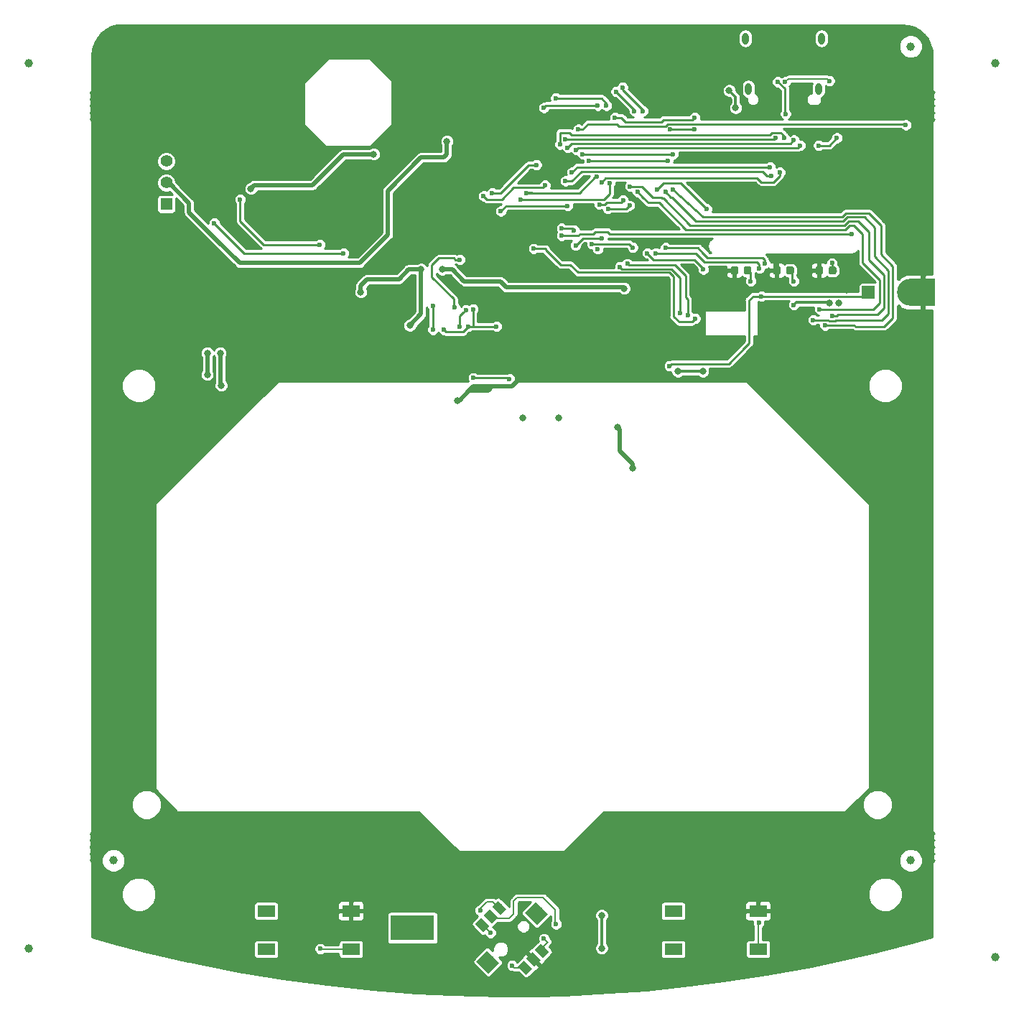
<source format=gbr>
G04 #@! TF.GenerationSoftware,KiCad,Pcbnew,5.0.2-bee76a0~70~ubuntu18.04.1*
G04 #@! TF.CreationDate,2020-04-30T09:20:18+02:00*
G04 #@! TF.ProjectId,OpenDropV4,4f70656e-4472-46f7-9056-342e6b696361,rev?*
G04 #@! TF.SameCoordinates,Original*
G04 #@! TF.FileFunction,Copper,L1,Top*
G04 #@! TF.FilePolarity,Positive*
%FSLAX46Y46*%
G04 Gerber Fmt 4.6, Leading zero omitted, Abs format (unit mm)*
G04 Created by KiCad (PCBNEW 5.0.2-bee76a0~70~ubuntu18.04.1) date Do 30 Apr 2020 09:20:18 CEST*
%MOMM*%
%LPD*%
G01*
G04 APERTURE LIST*
G04 #@! TA.AperFunction,ComponentPad*
%ADD10O,0.800000X1.400000*%
G04 #@! TD*
G04 #@! TA.AperFunction,SMDPad,CuDef*
%ADD11R,5.200000X3.000000*%
G04 #@! TD*
G04 #@! TA.AperFunction,ComponentPad*
%ADD12C,0.600000*%
G04 #@! TD*
G04 #@! TA.AperFunction,BGAPad,CuDef*
%ADD13C,1.000000*%
G04 #@! TD*
G04 #@! TA.AperFunction,ComponentPad*
%ADD14R,1.397000X1.397000*%
G04 #@! TD*
G04 #@! TA.AperFunction,ComponentPad*
%ADD15C,1.397000*%
G04 #@! TD*
G04 #@! TA.AperFunction,SMDPad,CuDef*
%ADD16R,2.100000X1.400000*%
G04 #@! TD*
G04 #@! TA.AperFunction,SMDPad,CuDef*
%ADD17R,3.000000X3.200000*%
G04 #@! TD*
G04 #@! TA.AperFunction,ComponentPad*
%ADD18C,3.200000*%
G04 #@! TD*
G04 #@! TA.AperFunction,SMDPad,CuDef*
%ADD19C,1.800000*%
G04 #@! TD*
G04 #@! TA.AperFunction,Conductor*
%ADD20C,0.100000*%
G04 #@! TD*
G04 #@! TA.AperFunction,SMDPad,CuDef*
%ADD21C,1.000000*%
G04 #@! TD*
G04 #@! TA.AperFunction,SMDPad,CuDef*
%ADD22R,1.501140X1.501140*%
G04 #@! TD*
G04 #@! TA.AperFunction,SMDPad,CuDef*
%ADD23C,0.875000*%
G04 #@! TD*
G04 #@! TA.AperFunction,ViaPad*
%ADD24C,0.600000*%
G04 #@! TD*
G04 #@! TA.AperFunction,ViaPad*
%ADD25C,0.800000*%
G04 #@! TD*
G04 #@! TA.AperFunction,Conductor*
%ADD26C,0.500000*%
G04 #@! TD*
G04 #@! TA.AperFunction,Conductor*
%ADD27C,0.300000*%
G04 #@! TD*
G04 #@! TA.AperFunction,Conductor*
%ADD28C,0.250000*%
G04 #@! TD*
G04 #@! TA.AperFunction,Conductor*
%ADD29C,0.200000*%
G04 #@! TD*
G04 #@! TA.AperFunction,Conductor*
%ADD30C,0.254000*%
G04 #@! TD*
G04 APERTURE END LIST*
D10*
G04 #@! TO.P,J1,S1*
G04 #@! TO.N,Net-(J1-PadS1)*
X127870000Y-39010000D03*
X136130000Y-39010000D03*
X136490000Y-33060000D03*
X127510000Y-33060000D03*
G04 #@! TD*
D11*
G04 #@! TO.P,SP1,3*
G04 #@! TO.N,N/C*
X88265000Y-137939000D03*
D12*
X86265000Y-136939000D03*
X86765000Y-137439000D03*
X87265000Y-136939000D03*
X87765000Y-137439000D03*
X88265000Y-136939000D03*
X88765000Y-137439000D03*
X89265000Y-136939000D03*
X89765000Y-137439000D03*
X90265000Y-136939000D03*
X86265000Y-137939000D03*
X86765000Y-138439000D03*
X87265000Y-137939000D03*
X87765000Y-138439000D03*
X88265000Y-137939000D03*
X88765000Y-138439000D03*
X89265000Y-137939000D03*
X89765000Y-138439000D03*
X90265000Y-137939000D03*
X86265000Y-138939000D03*
X87265000Y-138939000D03*
X88265000Y-138939000D03*
X89265000Y-138939000D03*
X90265000Y-138939000D03*
G04 #@! TD*
D13*
G04 #@! TO.P,REF\002A\002A,~*
G04 #@! TO.N,N/C*
X43000000Y-140400000D03*
G04 #@! TD*
G04 #@! TO.P,REF\002A\002A,~*
G04 #@! TO.N,N/C*
X43000000Y-36000000D03*
G04 #@! TD*
G04 #@! TO.P,REF\002A\002A,~*
G04 #@! TO.N,N/C*
X157000000Y-141400000D03*
G04 #@! TD*
G04 #@! TO.P,REF\002A\002A,~*
G04 #@! TO.N,N/C*
X157000000Y-36000000D03*
G04 #@! TD*
D14*
G04 #@! TO.P,SW5,3*
G04 #@! TO.N,N/C*
X59230000Y-52605000D03*
D15*
G04 #@! TO.P,SW5,2*
G04 #@! TO.N,V_USB*
X59230000Y-50065000D03*
G04 #@! TO.P,SW5,1*
G04 #@! TO.N,Net-(C1-Pad1)*
X59230000Y-47525000D03*
G04 #@! TD*
D13*
G04 #@! TO.P,REF\002A\002A,~*
G04 #@! TO.N,N/C*
X147000000Y-130000000D03*
G04 #@! TD*
G04 #@! TO.P,REF\002A\002A,~*
G04 #@! TO.N,N/C*
X147000000Y-34000000D03*
G04 #@! TD*
G04 #@! TO.P,REF\002A\002A,~*
G04 #@! TO.N,N/C*
X53000000Y-130000000D03*
G04 #@! TD*
D16*
G04 #@! TO.P,SW1,3*
G04 #@! TO.N,N/C*
X71000000Y-140450000D03*
G04 #@! TO.P,SW1,4*
X71000000Y-135950000D03*
G04 #@! TO.P,SW1,1*
G04 #@! TO.N,SW1*
X81000000Y-140450000D03*
G04 #@! TO.P,SW1,2*
G04 #@! TO.N,GND*
X81000000Y-135950000D03*
G04 #@! TD*
G04 #@! TO.P,SW2,3*
G04 #@! TO.N,N/C*
X119000000Y-140450000D03*
G04 #@! TO.P,SW2,4*
X119000000Y-135950000D03*
G04 #@! TO.P,SW2,1*
G04 #@! TO.N,SW2*
X129000000Y-140450000D03*
G04 #@! TO.P,SW2,2*
G04 #@! TO.N,GND*
X129000000Y-135950000D03*
G04 #@! TD*
D17*
G04 #@! TO.P,P2,1*
G04 #@! TO.N,GND*
X148463000Y-63000000D03*
D18*
X146963000Y-63000000D03*
G04 #@! TD*
D19*
G04 #@! TO.P,JS2,*
G04 #@! TO.N,*
X102863582Y-136252018D03*
D20*
G04 #@! TD*
G04 #@! TO.N,*
G04 #@! TO.C,JS2*
G36*
X101520079Y-136181307D02*
X102792871Y-134908515D01*
X104207085Y-136322729D01*
X102934293Y-137595521D01*
X101520079Y-136181307D01*
X101520079Y-136181307D01*
G37*
D19*
G04 #@! TO.P,JS2,*
G04 #@! TO.N,*
X97136018Y-141979582D03*
D20*
G04 #@! TD*
G04 #@! TO.N,*
G04 #@! TO.C,JS2*
G36*
X95792515Y-141908871D02*
X97065307Y-140636079D01*
X98479521Y-142050293D01*
X97206729Y-143323085D01*
X95792515Y-141908871D01*
X95792515Y-141908871D01*
G37*
D21*
G04 #@! TO.P,JS2,1*
G04 #@! TO.N,Net-(JS2-Pad1)*
X98479520Y-135580266D03*
D20*
G04 #@! TD*
G04 #@! TO.N,Net-(JS2-Pad1)*
G04 #@! TO.C,JS2*
G36*
X97648670Y-135456522D02*
X98355776Y-134749416D01*
X99310370Y-135704010D01*
X98603264Y-136411116D01*
X97648670Y-135456522D01*
X97648670Y-135456522D01*
G37*
D21*
G04 #@! TO.P,JS2,2*
G04 #@! TO.N,SW3*
X97471893Y-136587893D03*
D20*
G04 #@! TD*
G04 #@! TO.N,SW3*
G04 #@! TO.C,JS2*
G36*
X96641043Y-136464149D02*
X97348149Y-135757043D01*
X98302743Y-136711637D01*
X97595637Y-137418743D01*
X96641043Y-136464149D01*
X96641043Y-136464149D01*
G37*
D21*
G04 #@! TO.P,JS2,3*
G04 #@! TO.N,Net-(JS2-Pad3)*
X96464266Y-137595520D03*
D20*
G04 #@! TD*
G04 #@! TO.N,Net-(JS2-Pad3)*
G04 #@! TO.C,JS2*
G36*
X95633416Y-137471776D02*
X96340522Y-136764670D01*
X97295116Y-137719264D01*
X96588010Y-138426370D01*
X95633416Y-137471776D01*
X95633416Y-137471776D01*
G37*
D21*
G04 #@! TO.P,JS2,4*
G04 #@! TO.N,JOY*
X103535334Y-140636080D03*
D20*
G04 #@! TD*
G04 #@! TO.N,JOY*
G04 #@! TO.C,JS2*
G36*
X102704484Y-140512336D02*
X103411590Y-139805230D01*
X104366184Y-140759824D01*
X103659078Y-141466930D01*
X102704484Y-140512336D01*
X102704484Y-140512336D01*
G37*
D21*
G04 #@! TO.P,JS2,5*
G04 #@! TO.N,GND*
X102527707Y-141643707D03*
D20*
G04 #@! TD*
G04 #@! TO.N,GND*
G04 #@! TO.C,JS2*
G36*
X101696857Y-141519963D02*
X102403963Y-140812857D01*
X103358557Y-141767451D01*
X102651451Y-142474557D01*
X101696857Y-141519963D01*
X101696857Y-141519963D01*
G37*
D21*
G04 #@! TO.P,JS2,6*
G04 #@! TO.N,Net-(JS2-Pad6)*
X101520080Y-142651334D03*
D20*
G04 #@! TD*
G04 #@! TO.N,Net-(JS2-Pad6)*
G04 #@! TO.C,JS2*
G36*
X100689230Y-142527590D02*
X101396336Y-141820484D01*
X102350930Y-142775078D01*
X101643824Y-143482184D01*
X100689230Y-142527590D01*
X100689230Y-142527590D01*
G37*
D22*
G04 #@! TO.P,P1,1*
G04 #@! TO.N,V_GND*
X142000000Y-63000000D03*
G04 #@! TD*
D20*
G04 #@! TO.N,Net-(LED1-Pad2)*
G04 #@! TO.C,LED1*
G36*
X128027691Y-59937053D02*
X128048926Y-59940203D01*
X128069750Y-59945419D01*
X128089962Y-59952651D01*
X128109368Y-59961830D01*
X128127781Y-59972866D01*
X128145024Y-59985654D01*
X128160930Y-60000070D01*
X128175346Y-60015976D01*
X128188134Y-60033219D01*
X128199170Y-60051632D01*
X128208349Y-60071038D01*
X128215581Y-60091250D01*
X128220797Y-60112074D01*
X128223947Y-60133309D01*
X128225000Y-60154750D01*
X128225000Y-60667250D01*
X128223947Y-60688691D01*
X128220797Y-60709926D01*
X128215581Y-60730750D01*
X128208349Y-60750962D01*
X128199170Y-60770368D01*
X128188134Y-60788781D01*
X128175346Y-60806024D01*
X128160930Y-60821930D01*
X128145024Y-60836346D01*
X128127781Y-60849134D01*
X128109368Y-60860170D01*
X128089962Y-60869349D01*
X128069750Y-60876581D01*
X128048926Y-60881797D01*
X128027691Y-60884947D01*
X128006250Y-60886000D01*
X127568750Y-60886000D01*
X127547309Y-60884947D01*
X127526074Y-60881797D01*
X127505250Y-60876581D01*
X127485038Y-60869349D01*
X127465632Y-60860170D01*
X127447219Y-60849134D01*
X127429976Y-60836346D01*
X127414070Y-60821930D01*
X127399654Y-60806024D01*
X127386866Y-60788781D01*
X127375830Y-60770368D01*
X127366651Y-60750962D01*
X127359419Y-60730750D01*
X127354203Y-60709926D01*
X127351053Y-60688691D01*
X127350000Y-60667250D01*
X127350000Y-60154750D01*
X127351053Y-60133309D01*
X127354203Y-60112074D01*
X127359419Y-60091250D01*
X127366651Y-60071038D01*
X127375830Y-60051632D01*
X127386866Y-60033219D01*
X127399654Y-60015976D01*
X127414070Y-60000070D01*
X127429976Y-59985654D01*
X127447219Y-59972866D01*
X127465632Y-59961830D01*
X127485038Y-59952651D01*
X127505250Y-59945419D01*
X127526074Y-59940203D01*
X127547309Y-59937053D01*
X127568750Y-59936000D01*
X128006250Y-59936000D01*
X128027691Y-59937053D01*
X128027691Y-59937053D01*
G37*
D23*
G04 #@! TD*
G04 #@! TO.P,LED1,2*
G04 #@! TO.N,Net-(LED1-Pad2)*
X127787500Y-60411000D03*
D20*
G04 #@! TO.N,GND*
G04 #@! TO.C,LED1*
G36*
X126452691Y-59937053D02*
X126473926Y-59940203D01*
X126494750Y-59945419D01*
X126514962Y-59952651D01*
X126534368Y-59961830D01*
X126552781Y-59972866D01*
X126570024Y-59985654D01*
X126585930Y-60000070D01*
X126600346Y-60015976D01*
X126613134Y-60033219D01*
X126624170Y-60051632D01*
X126633349Y-60071038D01*
X126640581Y-60091250D01*
X126645797Y-60112074D01*
X126648947Y-60133309D01*
X126650000Y-60154750D01*
X126650000Y-60667250D01*
X126648947Y-60688691D01*
X126645797Y-60709926D01*
X126640581Y-60730750D01*
X126633349Y-60750962D01*
X126624170Y-60770368D01*
X126613134Y-60788781D01*
X126600346Y-60806024D01*
X126585930Y-60821930D01*
X126570024Y-60836346D01*
X126552781Y-60849134D01*
X126534368Y-60860170D01*
X126514962Y-60869349D01*
X126494750Y-60876581D01*
X126473926Y-60881797D01*
X126452691Y-60884947D01*
X126431250Y-60886000D01*
X125993750Y-60886000D01*
X125972309Y-60884947D01*
X125951074Y-60881797D01*
X125930250Y-60876581D01*
X125910038Y-60869349D01*
X125890632Y-60860170D01*
X125872219Y-60849134D01*
X125854976Y-60836346D01*
X125839070Y-60821930D01*
X125824654Y-60806024D01*
X125811866Y-60788781D01*
X125800830Y-60770368D01*
X125791651Y-60750962D01*
X125784419Y-60730750D01*
X125779203Y-60709926D01*
X125776053Y-60688691D01*
X125775000Y-60667250D01*
X125775000Y-60154750D01*
X125776053Y-60133309D01*
X125779203Y-60112074D01*
X125784419Y-60091250D01*
X125791651Y-60071038D01*
X125800830Y-60051632D01*
X125811866Y-60033219D01*
X125824654Y-60015976D01*
X125839070Y-60000070D01*
X125854976Y-59985654D01*
X125872219Y-59972866D01*
X125890632Y-59961830D01*
X125910038Y-59952651D01*
X125930250Y-59945419D01*
X125951074Y-59940203D01*
X125972309Y-59937053D01*
X125993750Y-59936000D01*
X126431250Y-59936000D01*
X126452691Y-59937053D01*
X126452691Y-59937053D01*
G37*
D23*
G04 #@! TD*
G04 #@! TO.P,LED1,1*
G04 #@! TO.N,GND*
X126212500Y-60411000D03*
D20*
G04 #@! TO.N,GND*
G04 #@! TO.C,LED2*
G36*
X131452691Y-59937053D02*
X131473926Y-59940203D01*
X131494750Y-59945419D01*
X131514962Y-59952651D01*
X131534368Y-59961830D01*
X131552781Y-59972866D01*
X131570024Y-59985654D01*
X131585930Y-60000070D01*
X131600346Y-60015976D01*
X131613134Y-60033219D01*
X131624170Y-60051632D01*
X131633349Y-60071038D01*
X131640581Y-60091250D01*
X131645797Y-60112074D01*
X131648947Y-60133309D01*
X131650000Y-60154750D01*
X131650000Y-60667250D01*
X131648947Y-60688691D01*
X131645797Y-60709926D01*
X131640581Y-60730750D01*
X131633349Y-60750962D01*
X131624170Y-60770368D01*
X131613134Y-60788781D01*
X131600346Y-60806024D01*
X131585930Y-60821930D01*
X131570024Y-60836346D01*
X131552781Y-60849134D01*
X131534368Y-60860170D01*
X131514962Y-60869349D01*
X131494750Y-60876581D01*
X131473926Y-60881797D01*
X131452691Y-60884947D01*
X131431250Y-60886000D01*
X130993750Y-60886000D01*
X130972309Y-60884947D01*
X130951074Y-60881797D01*
X130930250Y-60876581D01*
X130910038Y-60869349D01*
X130890632Y-60860170D01*
X130872219Y-60849134D01*
X130854976Y-60836346D01*
X130839070Y-60821930D01*
X130824654Y-60806024D01*
X130811866Y-60788781D01*
X130800830Y-60770368D01*
X130791651Y-60750962D01*
X130784419Y-60730750D01*
X130779203Y-60709926D01*
X130776053Y-60688691D01*
X130775000Y-60667250D01*
X130775000Y-60154750D01*
X130776053Y-60133309D01*
X130779203Y-60112074D01*
X130784419Y-60091250D01*
X130791651Y-60071038D01*
X130800830Y-60051632D01*
X130811866Y-60033219D01*
X130824654Y-60015976D01*
X130839070Y-60000070D01*
X130854976Y-59985654D01*
X130872219Y-59972866D01*
X130890632Y-59961830D01*
X130910038Y-59952651D01*
X130930250Y-59945419D01*
X130951074Y-59940203D01*
X130972309Y-59937053D01*
X130993750Y-59936000D01*
X131431250Y-59936000D01*
X131452691Y-59937053D01*
X131452691Y-59937053D01*
G37*
D23*
G04 #@! TD*
G04 #@! TO.P,LED2,1*
G04 #@! TO.N,GND*
X131212500Y-60411000D03*
D20*
G04 #@! TO.N,Net-(LED2-Pad2)*
G04 #@! TO.C,LED2*
G36*
X133027691Y-59937053D02*
X133048926Y-59940203D01*
X133069750Y-59945419D01*
X133089962Y-59952651D01*
X133109368Y-59961830D01*
X133127781Y-59972866D01*
X133145024Y-59985654D01*
X133160930Y-60000070D01*
X133175346Y-60015976D01*
X133188134Y-60033219D01*
X133199170Y-60051632D01*
X133208349Y-60071038D01*
X133215581Y-60091250D01*
X133220797Y-60112074D01*
X133223947Y-60133309D01*
X133225000Y-60154750D01*
X133225000Y-60667250D01*
X133223947Y-60688691D01*
X133220797Y-60709926D01*
X133215581Y-60730750D01*
X133208349Y-60750962D01*
X133199170Y-60770368D01*
X133188134Y-60788781D01*
X133175346Y-60806024D01*
X133160930Y-60821930D01*
X133145024Y-60836346D01*
X133127781Y-60849134D01*
X133109368Y-60860170D01*
X133089962Y-60869349D01*
X133069750Y-60876581D01*
X133048926Y-60881797D01*
X133027691Y-60884947D01*
X133006250Y-60886000D01*
X132568750Y-60886000D01*
X132547309Y-60884947D01*
X132526074Y-60881797D01*
X132505250Y-60876581D01*
X132485038Y-60869349D01*
X132465632Y-60860170D01*
X132447219Y-60849134D01*
X132429976Y-60836346D01*
X132414070Y-60821930D01*
X132399654Y-60806024D01*
X132386866Y-60788781D01*
X132375830Y-60770368D01*
X132366651Y-60750962D01*
X132359419Y-60730750D01*
X132354203Y-60709926D01*
X132351053Y-60688691D01*
X132350000Y-60667250D01*
X132350000Y-60154750D01*
X132351053Y-60133309D01*
X132354203Y-60112074D01*
X132359419Y-60091250D01*
X132366651Y-60071038D01*
X132375830Y-60051632D01*
X132386866Y-60033219D01*
X132399654Y-60015976D01*
X132414070Y-60000070D01*
X132429976Y-59985654D01*
X132447219Y-59972866D01*
X132465632Y-59961830D01*
X132485038Y-59952651D01*
X132505250Y-59945419D01*
X132526074Y-59940203D01*
X132547309Y-59937053D01*
X132568750Y-59936000D01*
X133006250Y-59936000D01*
X133027691Y-59937053D01*
X133027691Y-59937053D01*
G37*
D23*
G04 #@! TD*
G04 #@! TO.P,LED2,2*
G04 #@! TO.N,Net-(LED2-Pad2)*
X132787500Y-60411000D03*
D20*
G04 #@! TO.N,GND*
G04 #@! TO.C,LED3*
G36*
X136452691Y-59937053D02*
X136473926Y-59940203D01*
X136494750Y-59945419D01*
X136514962Y-59952651D01*
X136534368Y-59961830D01*
X136552781Y-59972866D01*
X136570024Y-59985654D01*
X136585930Y-60000070D01*
X136600346Y-60015976D01*
X136613134Y-60033219D01*
X136624170Y-60051632D01*
X136633349Y-60071038D01*
X136640581Y-60091250D01*
X136645797Y-60112074D01*
X136648947Y-60133309D01*
X136650000Y-60154750D01*
X136650000Y-60667250D01*
X136648947Y-60688691D01*
X136645797Y-60709926D01*
X136640581Y-60730750D01*
X136633349Y-60750962D01*
X136624170Y-60770368D01*
X136613134Y-60788781D01*
X136600346Y-60806024D01*
X136585930Y-60821930D01*
X136570024Y-60836346D01*
X136552781Y-60849134D01*
X136534368Y-60860170D01*
X136514962Y-60869349D01*
X136494750Y-60876581D01*
X136473926Y-60881797D01*
X136452691Y-60884947D01*
X136431250Y-60886000D01*
X135993750Y-60886000D01*
X135972309Y-60884947D01*
X135951074Y-60881797D01*
X135930250Y-60876581D01*
X135910038Y-60869349D01*
X135890632Y-60860170D01*
X135872219Y-60849134D01*
X135854976Y-60836346D01*
X135839070Y-60821930D01*
X135824654Y-60806024D01*
X135811866Y-60788781D01*
X135800830Y-60770368D01*
X135791651Y-60750962D01*
X135784419Y-60730750D01*
X135779203Y-60709926D01*
X135776053Y-60688691D01*
X135775000Y-60667250D01*
X135775000Y-60154750D01*
X135776053Y-60133309D01*
X135779203Y-60112074D01*
X135784419Y-60091250D01*
X135791651Y-60071038D01*
X135800830Y-60051632D01*
X135811866Y-60033219D01*
X135824654Y-60015976D01*
X135839070Y-60000070D01*
X135854976Y-59985654D01*
X135872219Y-59972866D01*
X135890632Y-59961830D01*
X135910038Y-59952651D01*
X135930250Y-59945419D01*
X135951074Y-59940203D01*
X135972309Y-59937053D01*
X135993750Y-59936000D01*
X136431250Y-59936000D01*
X136452691Y-59937053D01*
X136452691Y-59937053D01*
G37*
D23*
G04 #@! TD*
G04 #@! TO.P,LED3,1*
G04 #@! TO.N,GND*
X136212500Y-60411000D03*
D20*
G04 #@! TO.N,Net-(LED3-Pad2)*
G04 #@! TO.C,LED3*
G36*
X138027691Y-59937053D02*
X138048926Y-59940203D01*
X138069750Y-59945419D01*
X138089962Y-59952651D01*
X138109368Y-59961830D01*
X138127781Y-59972866D01*
X138145024Y-59985654D01*
X138160930Y-60000070D01*
X138175346Y-60015976D01*
X138188134Y-60033219D01*
X138199170Y-60051632D01*
X138208349Y-60071038D01*
X138215581Y-60091250D01*
X138220797Y-60112074D01*
X138223947Y-60133309D01*
X138225000Y-60154750D01*
X138225000Y-60667250D01*
X138223947Y-60688691D01*
X138220797Y-60709926D01*
X138215581Y-60730750D01*
X138208349Y-60750962D01*
X138199170Y-60770368D01*
X138188134Y-60788781D01*
X138175346Y-60806024D01*
X138160930Y-60821930D01*
X138145024Y-60836346D01*
X138127781Y-60849134D01*
X138109368Y-60860170D01*
X138089962Y-60869349D01*
X138069750Y-60876581D01*
X138048926Y-60881797D01*
X138027691Y-60884947D01*
X138006250Y-60886000D01*
X137568750Y-60886000D01*
X137547309Y-60884947D01*
X137526074Y-60881797D01*
X137505250Y-60876581D01*
X137485038Y-60869349D01*
X137465632Y-60860170D01*
X137447219Y-60849134D01*
X137429976Y-60836346D01*
X137414070Y-60821930D01*
X137399654Y-60806024D01*
X137386866Y-60788781D01*
X137375830Y-60770368D01*
X137366651Y-60750962D01*
X137359419Y-60730750D01*
X137354203Y-60709926D01*
X137351053Y-60688691D01*
X137350000Y-60667250D01*
X137350000Y-60154750D01*
X137351053Y-60133309D01*
X137354203Y-60112074D01*
X137359419Y-60091250D01*
X137366651Y-60071038D01*
X137375830Y-60051632D01*
X137386866Y-60033219D01*
X137399654Y-60015976D01*
X137414070Y-60000070D01*
X137429976Y-59985654D01*
X137447219Y-59972866D01*
X137465632Y-59961830D01*
X137485038Y-59952651D01*
X137505250Y-59945419D01*
X137526074Y-59940203D01*
X137547309Y-59937053D01*
X137568750Y-59936000D01*
X138006250Y-59936000D01*
X138027691Y-59937053D01*
X138027691Y-59937053D01*
G37*
D23*
G04 #@! TD*
G04 #@! TO.P,LED3,2*
G04 #@! TO.N,Net-(LED3-Pad2)*
X137787500Y-60411000D03*
D24*
G04 #@! TO.N,*
X110109000Y-57900000D03*
D25*
G04 #@! TO.N,Net-(C1-Pad1)*
X83693000Y-46695000D03*
X69215000Y-50759000D03*
G04 #@! TO.N,GND*
X102743000Y-45933000D03*
D24*
X100457000Y-37170000D03*
D25*
X135128000Y-41869000D03*
D24*
X93345000Y-55585000D03*
D25*
X123095000Y-34465000D03*
D24*
X96901000Y-37170000D03*
D25*
X101854000Y-35519000D03*
X143561000Y-39357500D03*
X142100500Y-38087500D03*
X142621000Y-40853000D03*
X66865500Y-62252500D03*
X66865500Y-60855500D03*
X85725000Y-59903000D03*
X84709000Y-59903000D03*
X135500000Y-140000000D03*
D24*
X121158000Y-57109000D03*
D25*
X116586000Y-41361000D03*
X139446000Y-62697000D03*
X114681000Y-54442000D03*
X90475000Y-41453000D03*
X90475000Y-40056000D03*
X65265500Y-44663000D03*
X55245000Y-41615000D03*
X55372000Y-36281000D03*
X58153500Y-39484500D03*
X58153500Y-38659000D03*
X132334000Y-49743000D03*
X129667000Y-64475000D03*
X138811000Y-38313000D03*
X104902000Y-36916000D03*
X104902000Y-37805000D03*
X109601000Y-54950000D03*
X109601000Y-54026000D03*
X118872000Y-41107000D03*
X123571000Y-41488000D03*
X120269000Y-34503000D03*
X134874000Y-38821000D03*
X128905000Y-38186000D03*
X128651000Y-41361000D03*
D24*
X130937000Y-59141000D03*
X121575000Y-64059000D03*
X124841000Y-60411000D03*
X134493000Y-60665000D03*
X65392500Y-42885000D03*
X56769000Y-41615000D03*
X56769000Y-36281000D03*
X103683000Y-63805000D03*
X110033000Y-63805000D03*
X116459000Y-62633500D03*
X99075000Y-63475000D03*
D25*
X52578000Y-65999000D03*
X101295400Y-77775000D03*
X105461000Y-77775000D03*
X93523000Y-75743000D03*
X114224000Y-83744000D03*
X88392000Y-41361000D03*
X100000000Y-70028000D03*
X112446000Y-78918000D03*
D24*
G04 #@! TO.N,Net-(LED1-Pad2)*
X128143000Y-61681000D03*
G04 #@! TO.N,LE*
X110617000Y-56601000D03*
X107493000Y-57455000D03*
G04 #@! TO.N,DISP_CS*
X130429000Y-48219000D03*
X107061000Y-48854000D03*
G04 #@! TO.N,DISP_RES*
X130556000Y-49235000D03*
X106299000Y-49870000D03*
G04 #@! TO.N,Net-(LED2-Pad2)*
X133223000Y-61681000D03*
G04 #@! TO.N,DISP_SCL*
X133223000Y-45044000D03*
X106553000Y-45933000D03*
G04 #@! TO.N,DISP_SDA*
X133985000Y-45679000D03*
X107569000Y-46187000D03*
G04 #@! TO.N,SW1*
X113919000Y-50505000D03*
X137795000Y-65745000D03*
X77391000Y-140395000D03*
G04 #@! TO.N,SW2*
X109093000Y-47457000D03*
X118364000Y-47457000D03*
X118110000Y-51140000D03*
X135509000Y-66253000D03*
X129080000Y-137347000D03*
G04 #@! TO.N,DISP_DC*
X110617000Y-49997000D03*
X131572000Y-48854000D03*
G04 #@! TO.N,SPK*
X118618000Y-43774000D03*
X121539000Y-43774000D03*
G04 #@! TO.N,RX_LED*
X121539000Y-42377000D03*
X112141000Y-42377000D03*
G04 #@! TO.N,JOY*
X136271000Y-64983000D03*
X114808000Y-51140000D03*
X103759000Y-139217400D03*
G04 #@! TO.N,SW3*
X105181400Y-137490200D03*
X136896000Y-66878000D03*
X118999000Y-46695000D03*
X118999000Y-50886000D03*
X108331000Y-46695000D03*
G04 #@! TO.N,DI*
X114224000Y-57709000D03*
X109398000Y-57275000D03*
G04 #@! TO.N,FEEDBACK*
X122555000Y-60284000D03*
X115951000Y-58379000D03*
G04 #@! TO.N,V_GND*
X129413000Y-63459000D03*
X118542000Y-71679000D03*
D25*
G04 #@! TO.N,VDD_C*
X65583000Y-70155000D03*
X65710000Y-73965000D03*
D24*
G04 #@! TO.N,POL*
X107315000Y-55677000D03*
X105842000Y-55458000D03*
D25*
G04 #@! TO.N,V_HV_C*
X64059000Y-70155000D03*
X64059000Y-72695000D03*
G04 #@! TO.N,+3V3*
X138557000Y-64221000D03*
X110566200Y-140335000D03*
X110566200Y-136474200D03*
X137414000Y-64221000D03*
D24*
X133223000Y-64475000D03*
D25*
X126365000Y-41234000D03*
X125603000Y-39202000D03*
X122479000Y-72314000D03*
X119558000Y-72314000D03*
D24*
G04 #@! TO.N,Net-(C23-Pad2)*
X114427000Y-41615000D03*
X112268000Y-39329000D03*
G04 #@! TO.N,Net-(C25-Pad2)*
X113030000Y-38821000D03*
X115443000Y-41615000D03*
G04 #@! TO.N,AC*
X101651000Y-51267000D03*
X109982000Y-49362000D03*
G04 #@! TO.N,Net-(R3-Pad1)*
X138303000Y-44790000D03*
X136144000Y-45679000D03*
G04 #@! TO.N,RESET*
X107823000Y-43774000D03*
X146431000Y-43266000D03*
G04 #@! TO.N,SWDIO*
X111125000Y-40980000D03*
X105156000Y-40091000D03*
G04 #@! TO.N,SWCLK*
X110109000Y-40970000D03*
X103759000Y-41234000D03*
G04 #@! TO.N,D+*
X131064000Y-44790000D03*
X106299000Y-44917000D03*
G04 #@! TO.N,D13*
X105842000Y-56312000D03*
X140081000Y-56093000D03*
G04 #@! TO.N,Net-(R1-Pad1)*
X80137000Y-58379000D03*
X64897000Y-54823000D03*
G04 #@! TO.N,Net-(R2-Pad2)*
X77343000Y-57363000D03*
X67945000Y-52029000D03*
G04 #@! TO.N,Net-(LED3-Pad2)*
X137719000Y-59550500D03*
G04 #@! TO.N,VSENS*
X101016000Y-52029000D03*
X111506000Y-50124000D03*
G04 #@! TO.N,Net-(SP1-Pad1)*
X129159000Y-60157000D03*
X116967000Y-58379000D03*
G04 #@! TO.N,Net-(SP1-Pad2)*
X118110000Y-57744000D03*
X129790291Y-59566849D03*
G04 #@! TO.N,D-*
X132080000Y-44790000D03*
X105664000Y-45552000D03*
X132250000Y-41953000D03*
X131318000Y-38186000D03*
G04 #@! TO.N,Net-(C28-Pad2)*
X90678000Y-64602000D03*
X90678000Y-67396000D03*
G04 #@! TO.N,Net-(C31-Pad2)*
X93218000Y-64729000D03*
X93853000Y-59141000D03*
G04 #@! TO.N,Net-(D2-Pad1)*
X94567126Y-65069990D03*
X93853000Y-67015000D03*
X99682500Y-73203000D03*
X95428000Y-73076000D03*
G04 #@! TO.N,V_SCK*
X102870000Y-47965000D03*
X97663000Y-51267000D03*
G04 #@! TO.N,V_SI*
X96647000Y-51648000D03*
X103886000Y-50378000D03*
G04 #@! TO.N,V_CS*
X98679000Y-53426000D03*
X106553000Y-52791000D03*
D25*
G04 #@! TO.N,V_USB*
X89281000Y-60284000D03*
X91757500Y-60284000D03*
X87947500Y-66888000D03*
X92329000Y-45171000D03*
X82169000Y-62951000D03*
X113208000Y-62535000D03*
D24*
G04 #@! TO.N,Net-(C11-Pad1)*
X122936000Y-53172000D03*
X117094000Y-50886000D03*
G04 #@! TO.N,SENS_PAD*
X121590000Y-66091000D03*
X102540000Y-57836000D03*
G04 #@! TO.N,Net-(U16-Pad11)*
X91948000Y-67396000D03*
X94869000Y-67015000D03*
X98171000Y-67015000D03*
X95412277Y-64979211D03*
G04 #@! TO.N,Net-(J1-PadB5)*
X137414000Y-38059000D03*
X132207000Y-38186000D03*
G04 #@! TO.N,Net-(JS2-Pad1)*
X96240600Y-135864600D03*
G04 #@! TO.N,Net-(JS2-Pad3)*
X97459800Y-138506200D03*
G04 #@! TO.N,Net-(JS2-Pad6)*
X99999800Y-142367000D03*
G04 #@! TO.N,DIG1*
X119812000Y-65456000D03*
X110287000Y-52616300D03*
X113081000Y-52121000D03*
X112700000Y-59995000D03*
G04 #@! TO.N,DIG0*
X120701000Y-65710000D03*
X111303000Y-53137000D03*
X113843000Y-52756000D03*
X113589000Y-59614000D03*
G04 #@! TD*
D26*
G04 #@! TO.N,Net-(C1-Pad1)*
X76073000Y-50359001D02*
X76472999Y-50359001D01*
X80137000Y-46695000D02*
X83693000Y-46695000D01*
X76472999Y-50359001D02*
X80137000Y-46695000D01*
X69215000Y-50759000D02*
X69614999Y-50359001D01*
X69614999Y-50359001D02*
X76073000Y-50359001D01*
X76073000Y-50359001D02*
X76218999Y-50359001D01*
G04 #@! TO.N,GND*
X148463000Y-53045000D02*
X146685000Y-53045000D01*
X148463000Y-63000000D02*
X148463000Y-65491000D01*
X148463000Y-65491000D02*
X147447000Y-66507000D01*
X148463000Y-63000000D02*
X148463000Y-59268000D01*
X148463000Y-59268000D02*
X148463000Y-53045000D01*
D27*
X128651000Y-41361000D02*
X128524000Y-41361000D01*
X130950980Y-60411000D02*
X130950980Y-59154980D01*
X130950980Y-59154980D02*
X130937000Y-59141000D01*
X124930000Y-60500000D02*
X124841000Y-60411000D01*
D28*
X130937000Y-60513980D02*
X130950980Y-60500000D01*
D29*
X127975000Y-135950000D02*
X128059000Y-136034000D01*
D28*
X126212500Y-60411000D02*
X124841000Y-60411000D01*
X134747000Y-60411000D02*
X134493000Y-60665000D01*
X136212500Y-60411000D02*
X134747000Y-60411000D01*
D26*
X93523000Y-75743000D02*
X93777000Y-75743000D01*
X100000000Y-74092000D02*
X101016000Y-73076000D01*
X101016000Y-73076000D02*
X101016000Y-71044000D01*
X101016000Y-71044000D02*
X100000000Y-70028000D01*
X112446000Y-78918000D02*
X112700000Y-79172000D01*
X112700000Y-79172000D02*
X112700000Y-81712000D01*
X114224000Y-83236000D02*
X114224000Y-83744000D01*
X112700000Y-81712000D02*
X114224000Y-83236000D01*
X94920000Y-74600000D02*
X95428000Y-74092000D01*
X94920000Y-74600000D02*
X97206000Y-74600000D01*
X93777000Y-75743000D02*
X94920000Y-74600000D01*
X97206000Y-74600000D02*
X97460000Y-74346000D01*
X95428000Y-74092000D02*
X100000000Y-74092000D01*
D28*
G04 #@! TO.N,Net-(LED1-Pad2)*
X128143000Y-60593980D02*
X128143000Y-61681000D01*
X128143000Y-60593980D02*
X128049020Y-60500000D01*
G04 #@! TO.N,LE*
X108347000Y-56601000D02*
X107493000Y-57455000D01*
X108763000Y-56601000D02*
X108347000Y-56601000D01*
X108763000Y-56601000D02*
X110617000Y-56601000D01*
G04 #@! TO.N,DISP_CS*
X108077000Y-48219000D02*
X130429000Y-48219000D01*
X107696000Y-48219000D02*
X107061000Y-48854000D01*
X108077000Y-48219000D02*
X107696000Y-48219000D01*
G04 #@! TO.N,DISP_RES*
X129413000Y-48727000D02*
X129540000Y-48727000D01*
X130048000Y-49235000D02*
X130556000Y-49235000D01*
X129540000Y-48727000D02*
X130048000Y-49235000D01*
X108839000Y-48727000D02*
X108204000Y-48727000D01*
X108839000Y-48727000D02*
X129413000Y-48727000D01*
X108204000Y-48727000D02*
X107061000Y-49870000D01*
X107061000Y-49870000D02*
X106299000Y-49870000D01*
G04 #@! TO.N,Net-(LED2-Pad2)*
X133049020Y-60411000D02*
X133049020Y-61507020D01*
X133049020Y-61507020D02*
X133223000Y-61681000D01*
G04 #@! TO.N,DISP_SCL*
X132842000Y-45425000D02*
X107061000Y-45425000D01*
X107061000Y-45425000D02*
X106553000Y-45933000D01*
X133223000Y-45044000D02*
X132842000Y-45425000D01*
G04 #@! TO.N,DISP_SDA*
X108077000Y-45933000D02*
X107823000Y-45933000D01*
X133604000Y-45933000D02*
X115443000Y-45933000D01*
X115443000Y-45933000D02*
X108077000Y-45933000D01*
X133731000Y-45933000D02*
X133985000Y-45679000D01*
X133604000Y-45933000D02*
X133731000Y-45933000D01*
X107823000Y-45933000D02*
X107569000Y-46187000D01*
G04 #@! TO.N,SW1*
X117856000Y-51902000D02*
X117729000Y-51902000D01*
X116586000Y-51775000D02*
X115824000Y-51013000D01*
X117602000Y-51775000D02*
X116586000Y-51775000D01*
X117729000Y-51902000D02*
X117602000Y-51775000D01*
X140843000Y-54569000D02*
X142113000Y-55839000D01*
X143891000Y-60919000D02*
X143891000Y-62062000D01*
X142113000Y-59141000D02*
X143891000Y-60919000D01*
X142113000Y-55839000D02*
X142113000Y-59141000D01*
X122555000Y-55077000D02*
X121031000Y-55077000D01*
X113919000Y-50505000D02*
X115316000Y-50505000D01*
X115316000Y-50505000D02*
X115824000Y-51013000D01*
X121031000Y-55077000D02*
X117856000Y-51902000D01*
X123063000Y-55077000D02*
X122555000Y-55077000D01*
X143891000Y-62062000D02*
X143891000Y-64846000D01*
X123063000Y-55077000D02*
X139190590Y-55077000D01*
X139190590Y-55077000D02*
X139698590Y-54569000D01*
X139698590Y-54569000D02*
X140843000Y-54569000D01*
X138420000Y-65608000D02*
X138283000Y-65745000D01*
X143891000Y-64846000D02*
X143129000Y-65608000D01*
X143129000Y-65608000D02*
X138420000Y-65608000D01*
X138283000Y-65745000D02*
X137795000Y-65745000D01*
X122555000Y-55077000D02*
X122428000Y-55077000D01*
D29*
X81000000Y-140450000D02*
X77446000Y-140450000D01*
X77391000Y-140395000D02*
X77446000Y-140450000D01*
D28*
G04 #@! TO.N,SW2*
X109093000Y-47457000D02*
X110363000Y-47457000D01*
X110363000Y-47457000D02*
X118364000Y-47457000D01*
X121666000Y-54569000D02*
X118872000Y-51775000D01*
X118745000Y-51775000D02*
X118110000Y-51140000D01*
X118872000Y-51775000D02*
X118745000Y-51775000D01*
X141478000Y-54118990D02*
X141535990Y-54118990D01*
X144399000Y-60411000D02*
X144399000Y-62570000D01*
X142748000Y-58760000D02*
X144399000Y-60411000D01*
X142748000Y-55331000D02*
X142748000Y-58760000D01*
X141535990Y-54118990D02*
X142748000Y-55331000D01*
X118110000Y-51140000D02*
X118110000Y-51267000D01*
X137287000Y-66253000D02*
X135509000Y-66253000D01*
X137404001Y-66370001D02*
X137287000Y-66253000D01*
X138212002Y-66253000D02*
X138095001Y-66370001D01*
X138095001Y-66370001D02*
X137404001Y-66370001D01*
X139062180Y-54569000D02*
X139512190Y-54118990D01*
X139512190Y-54118990D02*
X141478000Y-54118990D01*
X123571000Y-54569000D02*
X139062180Y-54569000D01*
X144399000Y-65491000D02*
X143637000Y-66253000D01*
X144399000Y-62570000D02*
X144399000Y-65491000D01*
X143637000Y-66253000D02*
X138212002Y-66253000D01*
X123571000Y-54569000D02*
X121666000Y-54569000D01*
D29*
X129000000Y-137427000D02*
X129000000Y-140450000D01*
X129080000Y-137347000D02*
X129000000Y-137427000D01*
D28*
G04 #@! TO.N,DISP_DC*
X110998000Y-49489000D02*
X110617000Y-49997000D01*
X130810000Y-49997000D02*
X129413000Y-49997000D01*
X129413000Y-49997000D02*
X128905000Y-49489000D01*
X128905000Y-49489000D02*
X110998000Y-49489000D01*
X131572000Y-49235000D02*
X130810000Y-49997000D01*
X131572000Y-48854000D02*
X131572000Y-49235000D01*
G04 #@! TO.N,SPK*
X118618000Y-43774000D02*
X121539000Y-43774000D01*
G04 #@! TO.N,RX_LED*
X117856000Y-42631000D02*
X121285000Y-42631000D01*
X121285000Y-42631000D02*
X121539000Y-42377000D01*
X113157000Y-42631000D02*
X113411000Y-42885000D01*
X117602000Y-42885000D02*
X117856000Y-42631000D01*
X113411000Y-42885000D02*
X117602000Y-42885000D01*
X112141000Y-42377000D02*
X112903000Y-42377000D01*
X112903000Y-42377000D02*
X113157000Y-42631000D01*
G04 #@! TO.N,JOY*
X117348000Y-52410000D02*
X116078000Y-52410000D01*
X116078000Y-52410000D02*
X115443000Y-51775000D01*
X143383000Y-61554000D02*
X143383000Y-61681000D01*
X143383000Y-61554000D02*
X141351000Y-59522000D01*
X140335000Y-55077000D02*
X141351000Y-56093000D01*
X141351000Y-56093000D02*
X141351000Y-59522000D01*
X121920000Y-55585000D02*
X122809000Y-55585000D01*
X115443000Y-51775000D02*
X114808000Y-51140000D01*
X139319000Y-55585000D02*
X139827000Y-55077000D01*
X122809000Y-55585000D02*
X139319000Y-55585000D01*
X120523000Y-55585000D02*
X117348000Y-52410000D01*
X121920000Y-55585000D02*
X120523000Y-55585000D01*
X139827000Y-55077000D02*
X140335000Y-55077000D01*
X142621000Y-64983000D02*
X136271000Y-64983000D01*
X143383000Y-61554000D02*
X143383000Y-61681000D01*
X143383000Y-61681000D02*
X143383000Y-64221000D01*
X143383000Y-64221000D02*
X142621000Y-64983000D01*
X114808000Y-51140000D02*
X114935000Y-51140000D01*
D29*
X103535334Y-140253866D02*
X104214200Y-139575000D01*
X103535334Y-140636080D02*
X103535334Y-140253866D01*
X103759000Y-139217400D02*
X104116600Y-139575000D01*
X104116600Y-139575000D02*
X104214200Y-139575000D01*
G04 #@! TO.N,SW3*
X100203000Y-134848600D02*
X100203000Y-134747000D01*
X100203000Y-134747000D02*
X100609400Y-134340600D01*
X97471893Y-136587893D02*
X98081493Y-136587893D01*
X98081493Y-136587893D02*
X98272600Y-136779000D01*
X98272600Y-136779000D02*
X99695000Y-136779000D01*
X99695000Y-136779000D02*
X99898200Y-136575800D01*
X100203000Y-134848600D02*
X100203000Y-136271000D01*
X103657400Y-134340600D02*
X100609400Y-134340600D01*
X105100000Y-135783200D02*
X103657400Y-134340600D01*
X100203000Y-136271000D02*
X99898200Y-136575800D01*
X105100000Y-135875000D02*
X105100000Y-135783200D01*
X105100000Y-137408800D02*
X105100000Y-135875000D01*
X105181400Y-137490200D02*
X105100000Y-137408800D01*
D28*
X136896000Y-66878000D02*
X140361002Y-66878000D01*
X140498002Y-67015000D02*
X143891000Y-67015000D01*
X140361002Y-66878000D02*
X140498002Y-67015000D01*
X142113000Y-53668982D02*
X142113000Y-53680000D01*
X144907000Y-59903000D02*
X144907000Y-62443000D01*
X143510000Y-58506000D02*
X144907000Y-59903000D01*
X143510000Y-55077000D02*
X143510000Y-58506000D01*
X142113000Y-53680000D02*
X143510000Y-55077000D01*
X124079000Y-54061000D02*
X122555000Y-54061000D01*
X122555000Y-54061000D02*
X118999000Y-50886000D01*
X144907000Y-65999000D02*
X144907000Y-62443000D01*
X143891000Y-67015000D02*
X144907000Y-65999000D01*
X142113000Y-53668982D02*
X139325791Y-53668981D01*
X139325791Y-53668981D02*
X138933770Y-54061000D01*
X138933770Y-54061000D02*
X124079000Y-54061000D01*
X108331000Y-46695000D02*
X118872000Y-46695000D01*
G04 #@! TO.N,DI*
X113775000Y-57275000D02*
X113875000Y-57375000D01*
X109398000Y-57275000D02*
X113775000Y-57275000D01*
X113790000Y-57275000D02*
X114224000Y-57709000D01*
X113775000Y-57275000D02*
X113790000Y-57275000D01*
G04 #@! TO.N,FEEDBACK*
X115951000Y-58379000D02*
X116713000Y-59141000D01*
X122555000Y-60157000D02*
X122555000Y-60284000D01*
X121539000Y-59141000D02*
X122555000Y-60157000D01*
X120904000Y-59141000D02*
X121539000Y-59141000D01*
X116713000Y-59141000D02*
X120904000Y-59141000D01*
X115951000Y-58379000D02*
X115951000Y-58506000D01*
G04 #@! TO.N,V_GND*
X142240000Y-63240000D02*
X142000000Y-63000000D01*
X141859000Y-63141000D02*
X142000000Y-63000000D01*
X141541000Y-63459000D02*
X129413000Y-63459000D01*
X141541000Y-63459000D02*
X142000000Y-63000000D01*
X129413000Y-63459000D02*
X128413000Y-63459000D01*
X128413000Y-63459000D02*
X127940000Y-63932000D01*
X127940000Y-69012000D02*
X127432000Y-69520000D01*
X127940000Y-63932000D02*
X127940000Y-69012000D01*
X127432000Y-69520000D02*
X125527000Y-71425000D01*
X122733000Y-71425000D02*
X123114000Y-71425000D01*
X123114000Y-71425000D02*
X122987000Y-71425000D01*
X118542000Y-71679000D02*
X118796000Y-71425000D01*
X118796000Y-71425000D02*
X123622000Y-71425000D01*
X125527000Y-71425000D02*
X123622000Y-71425000D01*
X123622000Y-71425000D02*
X123114000Y-71425000D01*
D26*
G04 #@! TO.N,VDD_C*
X65583000Y-73838000D02*
X65710000Y-73965000D01*
X65583000Y-70155000D02*
X65583000Y-73838000D01*
D28*
G04 #@! TO.N,POL*
X107096000Y-55458000D02*
X107315000Y-55677000D01*
X106604000Y-55458000D02*
X107096000Y-55458000D01*
X106604000Y-55458000D02*
X105842000Y-55458000D01*
D26*
G04 #@! TO.N,V_HV_C*
X64059000Y-70155000D02*
X64059000Y-72695000D01*
D27*
G04 #@! TO.N,+3V3*
X110566200Y-136474200D02*
X110566200Y-140335000D01*
X137368001Y-64175001D02*
X137414000Y-64221000D01*
X133223000Y-64475000D02*
X133522999Y-64175001D01*
X133522999Y-64175001D02*
X137368001Y-64175001D01*
X126365000Y-39964000D02*
X126365000Y-41234000D01*
X125603000Y-39202000D02*
X126365000Y-39964000D01*
X122479000Y-72314000D02*
X119558000Y-72314000D01*
D28*
G04 #@! TO.N,Net-(C23-Pad2)*
X114427000Y-41615000D02*
X114427000Y-41488000D01*
X114427000Y-41488000D02*
X112268000Y-39329000D01*
G04 #@! TO.N,Net-(C25-Pad2)*
X115443000Y-41488000D02*
X113030000Y-39075000D01*
X113030000Y-39075000D02*
X113030000Y-38821000D01*
X115443000Y-41615000D02*
X115443000Y-41488000D01*
G04 #@! TO.N,AC*
X109855000Y-49362000D02*
X107950000Y-51267000D01*
X107950000Y-51267000D02*
X102362000Y-51267000D01*
X109982000Y-49362000D02*
X109855000Y-49362000D01*
D27*
X102362000Y-51267000D02*
X101651000Y-51267000D01*
D28*
G04 #@! TO.N,Net-(R3-Pad1)*
X137414000Y-45679000D02*
X138303000Y-44790000D01*
X137414000Y-45679000D02*
X136144000Y-45679000D01*
X136144000Y-45679000D02*
X136271000Y-45679000D01*
G04 #@! TO.N,RESET*
X118364000Y-43139000D02*
X146304000Y-43139000D01*
X146304000Y-43139000D02*
X146431000Y-43266000D01*
X112014000Y-43139000D02*
X108966000Y-43139000D01*
X108966000Y-43139000D02*
X108331000Y-43774000D01*
X108331000Y-43774000D02*
X107823000Y-43774000D01*
X112395000Y-43139000D02*
X112649000Y-43393000D01*
X112649000Y-43393000D02*
X118110000Y-43393000D01*
X118110000Y-43393000D02*
X118364000Y-43139000D01*
X112014000Y-43139000D02*
X112395000Y-43139000D01*
G04 #@! TO.N,SWDIO*
X105156000Y-40091000D02*
X110533264Y-40091000D01*
X111125000Y-40682736D02*
X111125000Y-40980000D01*
X110533264Y-40091000D02*
X111125000Y-40682736D01*
D29*
G04 #@! TO.N,SWCLK*
X104013000Y-40970000D02*
X104013000Y-40980000D01*
D28*
X104013000Y-40980000D02*
X103759000Y-41234000D01*
X110109000Y-40970000D02*
X104013000Y-40970000D01*
X103886000Y-41107000D02*
X103759000Y-41234000D01*
G04 #@! TO.N,D+*
X111887000Y-44917000D02*
X130937000Y-44917000D01*
X106299000Y-44917000D02*
X111887000Y-44917000D01*
X130937000Y-44917000D02*
X131064000Y-44790000D01*
G04 #@! TO.N,D13*
X111252000Y-55839000D02*
X109855000Y-55839000D01*
X140081000Y-56093000D02*
X111506000Y-56093000D01*
X109855000Y-55839000D02*
X109601000Y-56093000D01*
X111506000Y-56093000D02*
X111252000Y-55839000D01*
X107782000Y-56312000D02*
X108001000Y-56093000D01*
X105842000Y-56312000D02*
X107782000Y-56312000D01*
X109601000Y-56093000D02*
X108001000Y-56093000D01*
G04 #@! TO.N,Net-(R1-Pad1)*
X68453000Y-58379000D02*
X80137000Y-58379000D01*
X64897000Y-54823000D02*
X68453000Y-58379000D01*
G04 #@! TO.N,Net-(R2-Pad2)*
X67945000Y-54569000D02*
X70739000Y-57363000D01*
X70739000Y-57363000D02*
X77343000Y-57363000D01*
X67945000Y-52029000D02*
X67945000Y-54569000D01*
G04 #@! TO.N,Net-(LED3-Pad2)*
X138138020Y-60411000D02*
X138049020Y-60500000D01*
X137787500Y-59619000D02*
X137719000Y-59550500D01*
X137787500Y-60411000D02*
X137787500Y-59619000D01*
G04 #@! TO.N,VSENS*
X101473000Y-52029000D02*
X101016000Y-52029000D01*
X110871000Y-52029000D02*
X101473000Y-52029000D01*
X111506000Y-50124000D02*
X111506000Y-51394000D01*
X111506000Y-51394000D02*
X110871000Y-52029000D01*
G04 #@! TO.N,Net-(SP1-Pad1)*
X116967000Y-58379000D02*
X121666000Y-58379000D01*
X121666000Y-58379000D02*
X122682000Y-59395000D01*
X122682000Y-59395000D02*
X128905000Y-59395000D01*
X129159000Y-60157000D02*
X129159000Y-59649000D01*
X129159000Y-59649000D02*
X128905000Y-59395000D01*
G04 #@! TO.N,Net-(SP1-Pad2)*
X118110000Y-57744000D02*
X121920000Y-57744000D01*
X122555000Y-58379000D02*
X122809000Y-58633000D01*
X122809000Y-58633000D02*
X123063000Y-58887000D01*
X129534706Y-58887000D02*
X129413000Y-58887000D01*
X129790291Y-59142585D02*
X129534706Y-58887000D01*
X129790291Y-59566849D02*
X129790291Y-59142585D01*
X123063000Y-58887000D02*
X129413000Y-58887000D01*
X121920000Y-57744000D02*
X122555000Y-58379000D01*
G04 #@! TO.N,D-*
X132207000Y-41910000D02*
X132207000Y-38948000D01*
X132207000Y-38948000D02*
X131318000Y-38186000D01*
X131699000Y-44155000D02*
X132080000Y-44536000D01*
X132080000Y-44536000D02*
X132080000Y-44790000D01*
X130429000Y-44409000D02*
X130683000Y-44155000D01*
X105791000Y-44155000D02*
X106807000Y-44155000D01*
X105664000Y-45552000D02*
X105664000Y-44155000D01*
X105664000Y-44155000D02*
X105791000Y-44155000D01*
X107061000Y-44409000D02*
X123317000Y-44409000D01*
X106807000Y-44155000D02*
X107061000Y-44409000D01*
X123317000Y-44409000D02*
X130429000Y-44409000D01*
X130683000Y-44155000D02*
X131699000Y-44155000D01*
X132207000Y-41910000D02*
X132250000Y-41953000D01*
G04 #@! TO.N,Net-(C28-Pad2)*
X90678000Y-64602000D02*
X90678000Y-67396000D01*
G04 #@! TO.N,Net-(C31-Pad2)*
X93154500Y-58950500D02*
X93345000Y-59141000D01*
X93345000Y-59141000D02*
X93853000Y-59141000D01*
X90551000Y-59776000D02*
X91376500Y-58950500D01*
X90551000Y-61173000D02*
X90551000Y-59776000D01*
X93154500Y-63776500D02*
X90551000Y-61173000D01*
X93154500Y-64665500D02*
X93154500Y-63776500D01*
X93218000Y-64729000D02*
X93154500Y-64665500D01*
X91376500Y-58950500D02*
X93154500Y-58950500D01*
G04 #@! TO.N,Net-(D2-Pad1)*
X94267127Y-65369989D02*
X94567126Y-65069990D01*
X93853000Y-67015000D02*
X93853000Y-65784116D01*
X93853000Y-65784116D02*
X94267127Y-65369989D01*
X98158500Y-73076000D02*
X99555500Y-73076000D01*
X99555500Y-73076000D02*
X99682500Y-73203000D01*
X98158500Y-73076000D02*
X95428000Y-73076000D01*
X98349000Y-73076000D02*
X98158500Y-73076000D01*
G04 #@! TO.N,V_SCK*
X102870000Y-47965000D02*
X101981000Y-47965000D01*
X101981000Y-47965000D02*
X98679000Y-51267000D01*
X98679000Y-51267000D02*
X97663000Y-51267000D01*
G04 #@! TO.N,V_SI*
X97028000Y-52029000D02*
X96647000Y-51648000D01*
X100203000Y-50632000D02*
X98806000Y-52029000D01*
X103632000Y-50632000D02*
X100203000Y-50632000D01*
X103886000Y-50378000D02*
X103632000Y-50632000D01*
X98806000Y-52029000D02*
X97028000Y-52029000D01*
G04 #@! TO.N,V_CS*
X99695000Y-52791000D02*
X99314000Y-52791000D01*
X106553000Y-52791000D02*
X99695000Y-52791000D01*
X99314000Y-52791000D02*
X98679000Y-53426000D01*
D26*
G04 #@! TO.N,V_USB*
X86360000Y-61427000D02*
X82931000Y-61427000D01*
X86677500Y-61427000D02*
X87820500Y-60284000D01*
X89281000Y-60284000D02*
X87820500Y-60284000D01*
X86360000Y-61427000D02*
X86677500Y-61427000D01*
X82169000Y-62189000D02*
X82169000Y-62951000D01*
X82931000Y-61427000D02*
X82169000Y-62189000D01*
X89281000Y-65554500D02*
X87947500Y-66888000D01*
X89281000Y-60284000D02*
X89281000Y-65554500D01*
X82296000Y-59268000D02*
X82042000Y-59522000D01*
X91948000Y-47076000D02*
X92329000Y-46695000D01*
X92329000Y-46695000D02*
X92329000Y-45171000D01*
X82296000Y-59268000D02*
X85344000Y-56220000D01*
X85344000Y-56220000D02*
X85344000Y-51013000D01*
X85344000Y-51013000D02*
X89281000Y-47076000D01*
X89281000Y-47076000D02*
X91948000Y-47076000D01*
X82042000Y-59522000D02*
X67881500Y-59522000D01*
X59230000Y-50065000D02*
X59504000Y-50065000D01*
X59504000Y-50065000D02*
X61912500Y-52473500D01*
X67881500Y-59522000D02*
X64960500Y-56601000D01*
X61912500Y-53553000D02*
X64960500Y-56601000D01*
X61912500Y-52473500D02*
X61912500Y-53553000D01*
X99330000Y-62408000D02*
X98603000Y-61681000D01*
X98603000Y-61681000D02*
X94361000Y-61681000D01*
X92964000Y-60284000D02*
X91757500Y-60284000D01*
X94361000Y-61681000D02*
X92964000Y-60284000D01*
X113081000Y-62408000D02*
X113208000Y-62535000D01*
X112319000Y-62408000D02*
X113081000Y-62408000D01*
X112319000Y-62408000D02*
X99330000Y-62408000D01*
X112827000Y-62408000D02*
X112319000Y-62408000D01*
D28*
G04 #@! TO.N,Net-(C11-Pad1)*
X117348000Y-50632000D02*
X117094000Y-50886000D01*
X122936000Y-53172000D02*
X119888000Y-50124000D01*
X119888000Y-50124000D02*
X117856000Y-50124000D01*
X117856000Y-50124000D02*
X117348000Y-50632000D01*
G04 #@! TO.N,SENS_PAD*
X121209000Y-66472000D02*
X121590000Y-66091000D01*
X119050000Y-65837000D02*
X119685000Y-66472000D01*
X119050000Y-61138000D02*
X119050000Y-65837000D01*
X118561010Y-60649010D02*
X119050000Y-61138000D01*
X119685000Y-66472000D02*
X121209000Y-66472000D01*
X102540000Y-57836000D02*
X103937000Y-57836000D01*
X103937000Y-57836000D02*
X103937000Y-57963000D01*
X103937000Y-57963000D02*
X105715000Y-59741000D01*
X105715000Y-59741000D02*
X106858000Y-59741000D01*
X106858000Y-59741000D02*
X107766010Y-60649010D01*
X107766010Y-60649010D02*
X118561010Y-60649010D01*
G04 #@! TO.N,Net-(U16-Pad11)*
X94234000Y-67650000D02*
X94869000Y-67015000D01*
X92202000Y-67650000D02*
X94234000Y-67650000D01*
X91948000Y-67396000D02*
X92202000Y-67650000D01*
X95412277Y-65618000D02*
X95412277Y-67015000D01*
X95412277Y-67015000D02*
X95504000Y-67015000D01*
X94869000Y-67015000D02*
X95504000Y-67015000D01*
X95504000Y-67015000D02*
X98171000Y-67015000D01*
X95412277Y-65403475D02*
X95412277Y-65618000D01*
X95412277Y-65618000D02*
X95412277Y-65653277D01*
X95412277Y-65403475D02*
X95412277Y-64979211D01*
D29*
G04 #@! TO.N,Net-(J1-PadB5)*
X137160000Y-37805000D02*
X137414000Y-38059000D01*
X132588000Y-37805000D02*
X137160000Y-37805000D01*
X132207000Y-38186000D02*
X132588000Y-37805000D01*
G04 #@! TO.N,Net-(JS2-Pad1)*
X96240600Y-135864600D02*
X96240600Y-135661400D01*
X97747854Y-134848600D02*
X98479520Y-135580266D01*
X97053400Y-134848600D02*
X97747854Y-134848600D01*
X96240600Y-135661400D02*
X97053400Y-134848600D01*
G04 #@! TO.N,Net-(JS2-Pad3)*
X96464266Y-137595520D02*
X96549120Y-137595520D01*
X96549120Y-137595520D02*
X97459800Y-138506200D01*
X96464266Y-137595520D02*
X96464266Y-138010734D01*
G04 #@! TO.N,Net-(JS2-Pad6)*
X101520080Y-142651334D02*
X100284134Y-142651334D01*
X100284134Y-142651334D02*
X99999800Y-142367000D01*
D28*
G04 #@! TO.N,DIG1*
X110287000Y-52616300D02*
X110807700Y-52616300D01*
X110807700Y-52616300D02*
X110934700Y-52616300D01*
X110934700Y-52616300D02*
X111176000Y-52375000D01*
X111176000Y-52375000D02*
X112827000Y-52375000D01*
X112827000Y-52375000D02*
X113081000Y-52121000D01*
X112954000Y-60249000D02*
X112700000Y-59995000D01*
X118796000Y-60249000D02*
X112954000Y-60249000D01*
X119812000Y-65456000D02*
X119812000Y-61265000D01*
X119812000Y-61265000D02*
X118796000Y-60249000D01*
G04 #@! TO.N,DIG0*
X120701000Y-65202000D02*
X120701000Y-65710000D01*
X111303000Y-53137000D02*
X113462000Y-53137000D01*
X113462000Y-53137000D02*
X113843000Y-52756000D01*
X120701000Y-65202000D02*
X120701000Y-63805000D01*
X120701000Y-63805000D02*
X120447000Y-63551000D01*
X120447000Y-63551000D02*
X120447000Y-61011000D01*
X120447000Y-61011000D02*
X119177000Y-59741000D01*
X119177000Y-59741000D02*
X114732000Y-59741000D01*
X113716000Y-59741000D02*
X113589000Y-59614000D01*
X114732000Y-59741000D02*
X113716000Y-59741000D01*
G04 #@! TD*
D30*
G04 #@! TO.N,GND*
G36*
X146707901Y-31551360D02*
X147386891Y-31764143D01*
X148009226Y-32109109D01*
X148549479Y-32572163D01*
X148985592Y-33134395D01*
X149299745Y-33772838D01*
X149480586Y-34467098D01*
X149523001Y-35018335D01*
X149523000Y-38953025D01*
X149513656Y-39000000D01*
X149550677Y-39186116D01*
X149620344Y-39290380D01*
X149656103Y-39343897D01*
X149741572Y-39401005D01*
X149726067Y-39416510D01*
X149623000Y-39665336D01*
X149623000Y-39934664D01*
X149726067Y-40183490D01*
X149742577Y-40200000D01*
X149726067Y-40216510D01*
X149623000Y-40465336D01*
X149623000Y-40734664D01*
X149726067Y-40983490D01*
X149742577Y-41000000D01*
X149726067Y-41016510D01*
X149623000Y-41265336D01*
X149623000Y-41534664D01*
X149726067Y-41783490D01*
X149742577Y-41800000D01*
X149726067Y-41816510D01*
X149623000Y-42065336D01*
X149623000Y-42334664D01*
X149726067Y-42583490D01*
X149741572Y-42598995D01*
X149656103Y-42656103D01*
X149550677Y-42813884D01*
X149513656Y-43000000D01*
X149523001Y-43046980D01*
X149523001Y-60873000D01*
X148721750Y-60873000D01*
X148590000Y-61004750D01*
X148590000Y-61711643D01*
X148490320Y-61652285D01*
X148336000Y-61806605D01*
X148336000Y-61004750D01*
X148204250Y-60873000D01*
X147364763Y-60873000D01*
X147344906Y-60865221D01*
X146942414Y-60873000D01*
X146858173Y-60873000D01*
X146854050Y-60874708D01*
X146498891Y-60881572D01*
X145793221Y-61173871D01*
X145615286Y-61472678D01*
X145521082Y-61378474D01*
X145459000Y-61440556D01*
X145459000Y-59957364D01*
X145469814Y-59902999D01*
X145426972Y-59687620D01*
X145413648Y-59667679D01*
X145304970Y-59505030D01*
X145258880Y-59474234D01*
X144062000Y-58277355D01*
X144062000Y-55131364D01*
X144072814Y-55076999D01*
X144029972Y-54861620D01*
X144004167Y-54823000D01*
X143907970Y-54679030D01*
X143861880Y-54648234D01*
X142563955Y-53350310D01*
X142510970Y-53271012D01*
X142328379Y-53149010D01*
X142113000Y-53106168D01*
X142058630Y-53116983D01*
X139380156Y-53116981D01*
X139325792Y-53106167D01*
X139271427Y-53116981D01*
X139110412Y-53149009D01*
X138927822Y-53271011D01*
X138897026Y-53317101D01*
X138705126Y-53509000D01*
X123583309Y-53509000D01*
X123663000Y-53316609D01*
X123663000Y-53027391D01*
X123552321Y-52760187D01*
X123347813Y-52555679D01*
X123080609Y-52445000D01*
X122989646Y-52445000D01*
X120585645Y-50041000D01*
X128676355Y-50041000D01*
X128984233Y-50348879D01*
X129015030Y-50394970D01*
X129161785Y-50493028D01*
X129197620Y-50516972D01*
X129412999Y-50559814D01*
X129467364Y-50549000D01*
X130755635Y-50549000D01*
X130810000Y-50559814D01*
X130864365Y-50549000D01*
X131025380Y-50516972D01*
X131207970Y-50394970D01*
X131238769Y-50348876D01*
X131923876Y-49663769D01*
X131969970Y-49632970D01*
X132091972Y-49450380D01*
X132113877Y-49340257D01*
X132188321Y-49265813D01*
X132299000Y-48998609D01*
X132299000Y-48709391D01*
X132188321Y-48442187D01*
X131983813Y-48237679D01*
X131716609Y-48127000D01*
X131427391Y-48127000D01*
X131160187Y-48237679D01*
X131156000Y-48241866D01*
X131156000Y-48074391D01*
X131045321Y-47807187D01*
X130840813Y-47602679D01*
X130573609Y-47492000D01*
X130284391Y-47492000D01*
X130017187Y-47602679D01*
X129952866Y-47667000D01*
X119063914Y-47667000D01*
X119091000Y-47601609D01*
X119091000Y-47422000D01*
X119143609Y-47422000D01*
X119410813Y-47311321D01*
X119615321Y-47106813D01*
X119726000Y-46839609D01*
X119726000Y-46550391D01*
X119698914Y-46485000D01*
X133676635Y-46485000D01*
X133731000Y-46495814D01*
X133785365Y-46485000D01*
X133946380Y-46452972D01*
X134016679Y-46406000D01*
X134129609Y-46406000D01*
X134396813Y-46295321D01*
X134601321Y-46090813D01*
X134712000Y-45823609D01*
X134712000Y-45534391D01*
X135417000Y-45534391D01*
X135417000Y-45823609D01*
X135527679Y-46090813D01*
X135732187Y-46295321D01*
X135999391Y-46406000D01*
X136288609Y-46406000D01*
X136555813Y-46295321D01*
X136620134Y-46231000D01*
X137359635Y-46231000D01*
X137414000Y-46241814D01*
X137468365Y-46231000D01*
X137629380Y-46198972D01*
X137811970Y-46076970D01*
X137842769Y-46030876D01*
X138356645Y-45517000D01*
X138447609Y-45517000D01*
X138714813Y-45406321D01*
X138919321Y-45201813D01*
X139030000Y-44934609D01*
X139030000Y-44645391D01*
X138919321Y-44378187D01*
X138714813Y-44173679D01*
X138447609Y-44063000D01*
X138158391Y-44063000D01*
X137891187Y-44173679D01*
X137686679Y-44378187D01*
X137576000Y-44645391D01*
X137576000Y-44736355D01*
X137185355Y-45127000D01*
X136620134Y-45127000D01*
X136555813Y-45062679D01*
X136288609Y-44952000D01*
X135999391Y-44952000D01*
X135732187Y-45062679D01*
X135527679Y-45267187D01*
X135417000Y-45534391D01*
X134712000Y-45534391D01*
X134601321Y-45267187D01*
X134396813Y-45062679D01*
X134129609Y-44952000D01*
X133950000Y-44952000D01*
X133950000Y-44899391D01*
X133839321Y-44632187D01*
X133634813Y-44427679D01*
X133367609Y-44317000D01*
X133078391Y-44317000D01*
X132811187Y-44427679D01*
X132744460Y-44494406D01*
X132696321Y-44378187D01*
X132521879Y-44203745D01*
X132477970Y-44138030D01*
X132431879Y-44107234D01*
X132127768Y-43803123D01*
X132096970Y-43757030D01*
X131998149Y-43691000D01*
X145827866Y-43691000D01*
X146019187Y-43882321D01*
X146286391Y-43993000D01*
X146575609Y-43993000D01*
X146842813Y-43882321D01*
X147047321Y-43677813D01*
X147158000Y-43410609D01*
X147158000Y-43121391D01*
X147047321Y-42854187D01*
X146842813Y-42649679D01*
X146575609Y-42539000D01*
X146286391Y-42539000D01*
X146170508Y-42587000D01*
X132619132Y-42587000D01*
X132661813Y-42569321D01*
X132866321Y-42364813D01*
X132977000Y-42097609D01*
X132977000Y-41808391D01*
X132866321Y-41541187D01*
X132759000Y-41433866D01*
X132759000Y-38981036D01*
X132768156Y-38904833D01*
X132744258Y-38819520D01*
X132726972Y-38732620D01*
X132714820Y-38714433D01*
X132713043Y-38708091D01*
X132823321Y-38597813D01*
X132933424Y-38332000D01*
X135387949Y-38332000D01*
X135350984Y-38387322D01*
X135303000Y-38628553D01*
X135303000Y-39391448D01*
X135328077Y-39517520D01*
X135156584Y-39551632D01*
X134907839Y-39717839D01*
X134741632Y-39966584D01*
X134683268Y-40260000D01*
X134741632Y-40553416D01*
X134907839Y-40802161D01*
X135156584Y-40968368D01*
X135375937Y-41012000D01*
X135824063Y-41012000D01*
X136043416Y-40968368D01*
X136292161Y-40802161D01*
X136458368Y-40553416D01*
X136516732Y-40260000D01*
X136479197Y-40071297D01*
X136726233Y-39906233D01*
X136909016Y-39632679D01*
X136957000Y-39391448D01*
X136957000Y-38630134D01*
X137002187Y-38675321D01*
X137269391Y-38786000D01*
X137558609Y-38786000D01*
X137825813Y-38675321D01*
X138030321Y-38470813D01*
X138141000Y-38203609D01*
X138141000Y-37914391D01*
X138030321Y-37647187D01*
X137825813Y-37442679D01*
X137558609Y-37332000D01*
X137400680Y-37332000D01*
X137365625Y-37308577D01*
X137211903Y-37278000D01*
X137211898Y-37278000D01*
X137160000Y-37267677D01*
X137108102Y-37278000D01*
X132639897Y-37278000D01*
X132587999Y-37267677D01*
X132536101Y-37278000D01*
X132536097Y-37278000D01*
X132382375Y-37308577D01*
X132208055Y-37425055D01*
X132185373Y-37459000D01*
X132062391Y-37459000D01*
X131795187Y-37569679D01*
X131762500Y-37602366D01*
X131729813Y-37569679D01*
X131462609Y-37459000D01*
X131173391Y-37459000D01*
X130906187Y-37569679D01*
X130701679Y-37774187D01*
X130591000Y-38041391D01*
X130591000Y-38330609D01*
X130701679Y-38597813D01*
X130906187Y-38802321D01*
X131173391Y-38913000D01*
X131317970Y-38913000D01*
X131655001Y-39201884D01*
X131655000Y-41519866D01*
X131633679Y-41541187D01*
X131523000Y-41808391D01*
X131523000Y-42097609D01*
X131633679Y-42364813D01*
X131838187Y-42569321D01*
X131880868Y-42587000D01*
X122238914Y-42587000D01*
X122266000Y-42521609D01*
X122266000Y-42232391D01*
X122155321Y-41965187D01*
X121950813Y-41760679D01*
X121683609Y-41650000D01*
X121394391Y-41650000D01*
X121127187Y-41760679D01*
X120922679Y-41965187D01*
X120875536Y-42079000D01*
X117910364Y-42079000D01*
X117855999Y-42068186D01*
X117640620Y-42111028D01*
X117458030Y-42233030D01*
X117427231Y-42279124D01*
X117373355Y-42333000D01*
X115609337Y-42333000D01*
X115854813Y-42231321D01*
X116059321Y-42026813D01*
X116170000Y-41759609D01*
X116170000Y-41470391D01*
X116059321Y-41203187D01*
X115854813Y-40998679D01*
X115649128Y-40913482D01*
X113773145Y-39037499D01*
X124776000Y-39037499D01*
X124776000Y-39366501D01*
X124901903Y-39670458D01*
X125134542Y-39903097D01*
X125438499Y-40029000D01*
X125613999Y-40029000D01*
X125788000Y-40203001D01*
X125788001Y-40641444D01*
X125663903Y-40765542D01*
X125538000Y-41069499D01*
X125538000Y-41398501D01*
X125663903Y-41702458D01*
X125896542Y-41935097D01*
X126200499Y-42061000D01*
X126529501Y-42061000D01*
X126833458Y-41935097D01*
X127066097Y-41702458D01*
X127192000Y-41398501D01*
X127192000Y-41069499D01*
X127066097Y-40765542D01*
X126942000Y-40641445D01*
X126942000Y-40020829D01*
X126953304Y-39964000D01*
X126908522Y-39738865D01*
X126857320Y-39662236D01*
X126780994Y-39548006D01*
X126732815Y-39515814D01*
X126430000Y-39212999D01*
X126430000Y-39037499D01*
X126304097Y-38733542D01*
X126199108Y-38628553D01*
X127043000Y-38628553D01*
X127043000Y-39391448D01*
X127090984Y-39632679D01*
X127273768Y-39906233D01*
X127547322Y-40089016D01*
X127648526Y-40109147D01*
X127648000Y-40110418D01*
X127648000Y-40409582D01*
X127762485Y-40685974D01*
X127974026Y-40897515D01*
X128250418Y-41012000D01*
X128549582Y-41012000D01*
X128825974Y-40897515D01*
X129037515Y-40685974D01*
X129152000Y-40409582D01*
X129152000Y-40110418D01*
X129037515Y-39834026D01*
X128825974Y-39622485D01*
X128664360Y-39555542D01*
X128697000Y-39391448D01*
X128697000Y-38628552D01*
X128649016Y-38387321D01*
X128466233Y-38113767D01*
X128192678Y-37930984D01*
X127870000Y-37866799D01*
X127547321Y-37930984D01*
X127273767Y-38113767D01*
X127090984Y-38387322D01*
X127043000Y-38628553D01*
X126199108Y-38628553D01*
X126071458Y-38500903D01*
X125767501Y-38375000D01*
X125438499Y-38375000D01*
X125134542Y-38500903D01*
X124901903Y-38733542D01*
X124776000Y-39037499D01*
X113773145Y-39037499D01*
X113740672Y-39005027D01*
X113757000Y-38965609D01*
X113757000Y-38676391D01*
X113646321Y-38409187D01*
X113441813Y-38204679D01*
X113174609Y-38094000D01*
X112885391Y-38094000D01*
X112618187Y-38204679D01*
X112413679Y-38409187D01*
X112333814Y-38602000D01*
X112123391Y-38602000D01*
X111856187Y-38712679D01*
X111651679Y-38917187D01*
X111541000Y-39184391D01*
X111541000Y-39473609D01*
X111651679Y-39740813D01*
X111856187Y-39945321D01*
X112123391Y-40056000D01*
X112214355Y-40056000D01*
X113700000Y-41541646D01*
X113700000Y-41759609D01*
X113810679Y-42026813D01*
X114015187Y-42231321D01*
X114260663Y-42333000D01*
X113639645Y-42333000D01*
X113331769Y-42025124D01*
X113300970Y-41979030D01*
X113118380Y-41857028D01*
X112957365Y-41825000D01*
X112903000Y-41814186D01*
X112848635Y-41825000D01*
X112617134Y-41825000D01*
X112552813Y-41760679D01*
X112285609Y-41650000D01*
X111996391Y-41650000D01*
X111729187Y-41760679D01*
X111524679Y-41965187D01*
X111414000Y-42232391D01*
X111414000Y-42521609D01*
X111441086Y-42587000D01*
X109020365Y-42587000D01*
X108966000Y-42576186D01*
X108911635Y-42587000D01*
X108750620Y-42619028D01*
X108568030Y-42741030D01*
X108537233Y-42787121D01*
X108186633Y-43137722D01*
X107967609Y-43047000D01*
X107678391Y-43047000D01*
X107411187Y-43157679D01*
X107206679Y-43362187D01*
X107096000Y-43629391D01*
X107096000Y-43684219D01*
X107022380Y-43635028D01*
X106861365Y-43603000D01*
X106807000Y-43592186D01*
X106752635Y-43603000D01*
X105718365Y-43603000D01*
X105664000Y-43592186D01*
X105609635Y-43603000D01*
X105448620Y-43635028D01*
X105266030Y-43757030D01*
X105144028Y-43939620D01*
X105101186Y-44155000D01*
X105112001Y-44209370D01*
X105112000Y-45075866D01*
X105047679Y-45140187D01*
X104937000Y-45407391D01*
X104937000Y-45696609D01*
X105047679Y-45963813D01*
X105252187Y-46168321D01*
X105519391Y-46279000D01*
X105808609Y-46279000D01*
X105894655Y-46243359D01*
X105936679Y-46344813D01*
X106141187Y-46549321D01*
X106408391Y-46660000D01*
X106697609Y-46660000D01*
X106936958Y-46560859D01*
X106952679Y-46598813D01*
X107157187Y-46803321D01*
X107424391Y-46914000D01*
X107634814Y-46914000D01*
X107714679Y-47106813D01*
X107919187Y-47311321D01*
X108186391Y-47422000D01*
X108366000Y-47422000D01*
X108366000Y-47601609D01*
X108393086Y-47667000D01*
X107750365Y-47667000D01*
X107696000Y-47656186D01*
X107641635Y-47667000D01*
X107480620Y-47699028D01*
X107298030Y-47821030D01*
X107267233Y-47867121D01*
X107007354Y-48127000D01*
X106916391Y-48127000D01*
X106649187Y-48237679D01*
X106444679Y-48442187D01*
X106334000Y-48709391D01*
X106334000Y-48998609D01*
X106393808Y-49143000D01*
X106154391Y-49143000D01*
X105887187Y-49253679D01*
X105682679Y-49458187D01*
X105572000Y-49725391D01*
X105572000Y-50014609D01*
X105682679Y-50281813D01*
X105887187Y-50486321D01*
X106154391Y-50597000D01*
X106443609Y-50597000D01*
X106710813Y-50486321D01*
X106775134Y-50422000D01*
X107006635Y-50422000D01*
X107061000Y-50432814D01*
X107115365Y-50422000D01*
X107276380Y-50389972D01*
X107458970Y-50267970D01*
X107489768Y-50221877D01*
X108432646Y-49279000D01*
X109157355Y-49279000D01*
X107721355Y-50715000D01*
X104533309Y-50715000D01*
X104613000Y-50522609D01*
X104613000Y-50233391D01*
X104502321Y-49966187D01*
X104297813Y-49761679D01*
X104030609Y-49651000D01*
X103741391Y-49651000D01*
X103474187Y-49761679D01*
X103269679Y-49966187D01*
X103222536Y-50080000D01*
X100646645Y-50080000D01*
X102209646Y-48517000D01*
X102393866Y-48517000D01*
X102458187Y-48581321D01*
X102725391Y-48692000D01*
X103014609Y-48692000D01*
X103281813Y-48581321D01*
X103486321Y-48376813D01*
X103597000Y-48109609D01*
X103597000Y-47820391D01*
X103486321Y-47553187D01*
X103281813Y-47348679D01*
X103014609Y-47238000D01*
X102725391Y-47238000D01*
X102458187Y-47348679D01*
X102393866Y-47413000D01*
X102035364Y-47413000D01*
X101980999Y-47402186D01*
X101765620Y-47445028D01*
X101583030Y-47567030D01*
X101552233Y-47613121D01*
X98450355Y-50715000D01*
X98139134Y-50715000D01*
X98074813Y-50650679D01*
X97807609Y-50540000D01*
X97518391Y-50540000D01*
X97251187Y-50650679D01*
X97046679Y-50855187D01*
X96986057Y-51001543D01*
X96791609Y-50921000D01*
X96502391Y-50921000D01*
X96235187Y-51031679D01*
X96030679Y-51236187D01*
X95920000Y-51503391D01*
X95920000Y-51792609D01*
X96030679Y-52059813D01*
X96235187Y-52264321D01*
X96502391Y-52375000D01*
X96593354Y-52375000D01*
X96599233Y-52380879D01*
X96630030Y-52426970D01*
X96788436Y-52532813D01*
X96812620Y-52548972D01*
X97027999Y-52591814D01*
X97082364Y-52581000D01*
X98743354Y-52581000D01*
X98625354Y-52699000D01*
X98534391Y-52699000D01*
X98267187Y-52809679D01*
X98062679Y-53014187D01*
X97952000Y-53281391D01*
X97952000Y-53570609D01*
X98062679Y-53837813D01*
X98267187Y-54042321D01*
X98534391Y-54153000D01*
X98823609Y-54153000D01*
X99090813Y-54042321D01*
X99295321Y-53837813D01*
X99406000Y-53570609D01*
X99406000Y-53479646D01*
X99542646Y-53343000D01*
X106076866Y-53343000D01*
X106141187Y-53407321D01*
X106408391Y-53518000D01*
X106697609Y-53518000D01*
X106964813Y-53407321D01*
X107169321Y-53202813D01*
X107280000Y-52935609D01*
X107280000Y-52646391D01*
X107252914Y-52581000D01*
X109560000Y-52581000D01*
X109560000Y-52760909D01*
X109670679Y-53028113D01*
X109875187Y-53232621D01*
X110142391Y-53343300D01*
X110431609Y-53343300D01*
X110576666Y-53283216D01*
X110686679Y-53548813D01*
X110891187Y-53753321D01*
X111158391Y-53864000D01*
X111447609Y-53864000D01*
X111714813Y-53753321D01*
X111779134Y-53689000D01*
X113407635Y-53689000D01*
X113462000Y-53699814D01*
X113516365Y-53689000D01*
X113677380Y-53656972D01*
X113859970Y-53534970D01*
X113890768Y-53488877D01*
X113896645Y-53483000D01*
X113987609Y-53483000D01*
X114254813Y-53372321D01*
X114459321Y-53167813D01*
X114570000Y-52900609D01*
X114570000Y-52611391D01*
X114459321Y-52344187D01*
X114254813Y-52139679D01*
X113987609Y-52029000D01*
X113808000Y-52029000D01*
X113808000Y-51976391D01*
X113697321Y-51709187D01*
X113492813Y-51504679D01*
X113225609Y-51394000D01*
X112936391Y-51394000D01*
X112669187Y-51504679D01*
X112464679Y-51709187D01*
X112417536Y-51823000D01*
X111857646Y-51823000D01*
X111857879Y-51822767D01*
X111903970Y-51791970D01*
X112025972Y-51609380D01*
X112058000Y-51448365D01*
X112068814Y-51394000D01*
X112058000Y-51339635D01*
X112058000Y-50600134D01*
X112122321Y-50535813D01*
X112233000Y-50268609D01*
X112233000Y-50041000D01*
X113354866Y-50041000D01*
X113302679Y-50093187D01*
X113192000Y-50360391D01*
X113192000Y-50649609D01*
X113302679Y-50916813D01*
X113507187Y-51121321D01*
X113774391Y-51232000D01*
X114063609Y-51232000D01*
X114081000Y-51224796D01*
X114081000Y-51284609D01*
X114191679Y-51551813D01*
X114396187Y-51756321D01*
X114663391Y-51867000D01*
X114754354Y-51867000D01*
X115091119Y-52203765D01*
X115091122Y-52203767D01*
X115649233Y-52761879D01*
X115680030Y-52807970D01*
X115862620Y-52929972D01*
X116023635Y-52962000D01*
X116078000Y-52972814D01*
X116132365Y-52962000D01*
X117119355Y-52962000D01*
X119698354Y-55541000D01*
X111734645Y-55541000D01*
X111680769Y-55487124D01*
X111649970Y-55441030D01*
X111467380Y-55319028D01*
X111306365Y-55287000D01*
X111252000Y-55276186D01*
X111197635Y-55287000D01*
X109909364Y-55287000D01*
X109854999Y-55276186D01*
X109667959Y-55313391D01*
X109639620Y-55319028D01*
X109457030Y-55441030D01*
X109426231Y-55487124D01*
X109372355Y-55541000D01*
X108055365Y-55541000D01*
X108042000Y-55538341D01*
X108042000Y-55532391D01*
X107931321Y-55265187D01*
X107726813Y-55060679D01*
X107459609Y-54950000D01*
X107329297Y-54950000D01*
X107311380Y-54938028D01*
X107150365Y-54906000D01*
X107096000Y-54895186D01*
X107041635Y-54906000D01*
X106318134Y-54906000D01*
X106253813Y-54841679D01*
X105986609Y-54731000D01*
X105697391Y-54731000D01*
X105430187Y-54841679D01*
X105225679Y-55046187D01*
X105115000Y-55313391D01*
X105115000Y-55602609D01*
X105225679Y-55869813D01*
X105240866Y-55885000D01*
X105225679Y-55900187D01*
X105115000Y-56167391D01*
X105115000Y-56456609D01*
X105225679Y-56723813D01*
X105430187Y-56928321D01*
X105697391Y-57039000D01*
X105986609Y-57039000D01*
X106253813Y-56928321D01*
X106318134Y-56864000D01*
X107055866Y-56864000D01*
X106876679Y-57043187D01*
X106766000Y-57310391D01*
X106766000Y-57599609D01*
X106876679Y-57866813D01*
X107081187Y-58071321D01*
X107348391Y-58182000D01*
X107637609Y-58182000D01*
X107904813Y-58071321D01*
X108109321Y-57866813D01*
X108220000Y-57599609D01*
X108220000Y-57508645D01*
X108575646Y-57153000D01*
X108671000Y-57153000D01*
X108671000Y-57419609D01*
X108781679Y-57686813D01*
X108986187Y-57891321D01*
X109253391Y-58002000D01*
X109382000Y-58002000D01*
X109382000Y-58044609D01*
X109492679Y-58311813D01*
X109697187Y-58516321D01*
X109964391Y-58627000D01*
X110253609Y-58627000D01*
X110520813Y-58516321D01*
X110725321Y-58311813D01*
X110836000Y-58044609D01*
X110836000Y-57827000D01*
X113497000Y-57827000D01*
X113497000Y-57853609D01*
X113607679Y-58120813D01*
X113812187Y-58325321D01*
X114079391Y-58436000D01*
X114368609Y-58436000D01*
X114635813Y-58325321D01*
X114840321Y-58120813D01*
X114951000Y-57853609D01*
X114951000Y-57564391D01*
X114840321Y-57297187D01*
X114635813Y-57092679D01*
X114368609Y-56982000D01*
X114277645Y-56982000D01*
X114218768Y-56923123D01*
X114187970Y-56877030D01*
X114005380Y-56755028D01*
X113844365Y-56723000D01*
X113790000Y-56712186D01*
X113782500Y-56713678D01*
X113775000Y-56712186D01*
X113720635Y-56723000D01*
X111344000Y-56723000D01*
X111344000Y-56623590D01*
X111505999Y-56655814D01*
X111560364Y-56645000D01*
X123595432Y-56645000D01*
X123543651Y-56666448D01*
X123543649Y-56666450D01*
X123381438Y-56774837D01*
X123315638Y-56840638D01*
X123249837Y-56906438D01*
X123141450Y-57068649D01*
X123141448Y-57068651D01*
X123108738Y-57147621D01*
X123070225Y-57240598D01*
X123070225Y-57240600D01*
X123032166Y-57431939D01*
X123032165Y-57431941D01*
X123032165Y-57618057D01*
X123070225Y-57809399D01*
X123070225Y-57809402D01*
X123090781Y-57859028D01*
X123141448Y-57981349D01*
X123141450Y-57981351D01*
X123249837Y-58143562D01*
X123315638Y-58209362D01*
X123381438Y-58275163D01*
X123470990Y-58335000D01*
X123291645Y-58335000D01*
X122983767Y-58027122D01*
X122983765Y-58027119D01*
X122348768Y-57392123D01*
X122317970Y-57346030D01*
X122135380Y-57224028D01*
X121974365Y-57192000D01*
X121920000Y-57181186D01*
X121865635Y-57192000D01*
X118586134Y-57192000D01*
X118521813Y-57127679D01*
X118254609Y-57017000D01*
X117965391Y-57017000D01*
X117698187Y-57127679D01*
X117493679Y-57332187D01*
X117383000Y-57599391D01*
X117383000Y-57766866D01*
X117378813Y-57762679D01*
X117111609Y-57652000D01*
X116822391Y-57652000D01*
X116555187Y-57762679D01*
X116459000Y-57858866D01*
X116362813Y-57762679D01*
X116095609Y-57652000D01*
X115806391Y-57652000D01*
X115539187Y-57762679D01*
X115334679Y-57967187D01*
X115224000Y-58234391D01*
X115224000Y-58523609D01*
X115334679Y-58790813D01*
X115539187Y-58995321D01*
X115806391Y-59106000D01*
X115897355Y-59106000D01*
X115980355Y-59189000D01*
X114192134Y-59189000D01*
X114000813Y-58997679D01*
X113733609Y-58887000D01*
X113444391Y-58887000D01*
X113177187Y-58997679D01*
X112972679Y-59202187D01*
X112930655Y-59303641D01*
X112844609Y-59268000D01*
X112555391Y-59268000D01*
X112288187Y-59378679D01*
X112083679Y-59583187D01*
X111973000Y-59850391D01*
X111973000Y-60097010D01*
X107994656Y-60097010D01*
X107286768Y-59389123D01*
X107255970Y-59343030D01*
X107073380Y-59221028D01*
X106912365Y-59189000D01*
X106858000Y-59178186D01*
X106803635Y-59189000D01*
X105943646Y-59189000D01*
X104477260Y-57722615D01*
X104456972Y-57620620D01*
X104334970Y-57438030D01*
X104152380Y-57316028D01*
X103991365Y-57284000D01*
X103937000Y-57273186D01*
X103882635Y-57284000D01*
X103016134Y-57284000D01*
X102951813Y-57219679D01*
X102684609Y-57109000D01*
X102395391Y-57109000D01*
X102128187Y-57219679D01*
X101923679Y-57424187D01*
X101813000Y-57691391D01*
X101813000Y-57980609D01*
X101923679Y-58247813D01*
X102128187Y-58452321D01*
X102395391Y-58563000D01*
X102684609Y-58563000D01*
X102951813Y-58452321D01*
X103016134Y-58388000D01*
X103579484Y-58388000D01*
X103585121Y-58391766D01*
X105286233Y-60092879D01*
X105317030Y-60138970D01*
X105499620Y-60260972D01*
X105660635Y-60293000D01*
X105715000Y-60303814D01*
X105769365Y-60293000D01*
X106629355Y-60293000D01*
X107337243Y-61000889D01*
X107368040Y-61046980D01*
X107531246Y-61156030D01*
X107550630Y-61168982D01*
X107766009Y-61211824D01*
X107820374Y-61201010D01*
X118332365Y-61201010D01*
X118498000Y-61366646D01*
X118498001Y-65782630D01*
X118487186Y-65837000D01*
X118530028Y-66052379D01*
X118566452Y-66106891D01*
X118652031Y-66234970D01*
X118698121Y-66265766D01*
X119256233Y-66823879D01*
X119287030Y-66869970D01*
X119469620Y-66991972D01*
X119630635Y-67024000D01*
X119685000Y-67034814D01*
X119739365Y-67024000D01*
X121154635Y-67024000D01*
X121209000Y-67034814D01*
X121263365Y-67024000D01*
X121424380Y-66991972D01*
X121606970Y-66869970D01*
X121637768Y-66823877D01*
X121643645Y-66818000D01*
X121734609Y-66818000D01*
X122001813Y-66707321D01*
X122206321Y-66502813D01*
X122317000Y-66235609D01*
X122317000Y-65946391D01*
X122206321Y-65679187D01*
X122001813Y-65474679D01*
X121734609Y-65364000D01*
X121445391Y-65364000D01*
X121359345Y-65399641D01*
X121317321Y-65298187D01*
X121253000Y-65233866D01*
X121253000Y-63859364D01*
X121263814Y-63804999D01*
X121220972Y-63589620D01*
X121183828Y-63534030D01*
X121098970Y-63407030D01*
X121052876Y-63376231D01*
X120999000Y-63322355D01*
X120999000Y-61065364D01*
X121009814Y-61010999D01*
X120966972Y-60795620D01*
X120949166Y-60768972D01*
X120844970Y-60613030D01*
X120798879Y-60582233D01*
X119909645Y-59693000D01*
X121310355Y-59693000D01*
X121828000Y-60210646D01*
X121828000Y-60428609D01*
X121938679Y-60695813D01*
X122143187Y-60900321D01*
X122410391Y-61011000D01*
X122699609Y-61011000D01*
X122966813Y-60900321D01*
X123171321Y-60695813D01*
X123182116Y-60669750D01*
X125248000Y-60669750D01*
X125248000Y-60990827D01*
X125328231Y-61184521D01*
X125476478Y-61332769D01*
X125670173Y-61413000D01*
X125953750Y-61413000D01*
X126085500Y-61281250D01*
X126085500Y-60538000D01*
X125379750Y-60538000D01*
X125248000Y-60669750D01*
X123182116Y-60669750D01*
X123282000Y-60428609D01*
X123282000Y-60139391D01*
X123202309Y-59947000D01*
X125248000Y-59947000D01*
X125248000Y-60152250D01*
X125379750Y-60284000D01*
X126085500Y-60284000D01*
X126085500Y-60264000D01*
X126339500Y-60264000D01*
X126339500Y-60284000D01*
X126359500Y-60284000D01*
X126359500Y-60538000D01*
X126339500Y-60538000D01*
X126339500Y-61281250D01*
X126471250Y-61413000D01*
X126754827Y-61413000D01*
X126948522Y-61332769D01*
X127096769Y-61184521D01*
X127116578Y-61136699D01*
X127318431Y-61271573D01*
X127509914Y-61309662D01*
X127416000Y-61536391D01*
X127416000Y-61825609D01*
X127526679Y-62092813D01*
X127731187Y-62297321D01*
X127998391Y-62408000D01*
X128287609Y-62408000D01*
X128554813Y-62297321D01*
X128759321Y-62092813D01*
X128870000Y-61825609D01*
X128870000Y-61536391D01*
X128759321Y-61269187D01*
X128695000Y-61204866D01*
X128695000Y-60721134D01*
X128747187Y-60773321D01*
X129014391Y-60884000D01*
X129303609Y-60884000D01*
X129570813Y-60773321D01*
X129674384Y-60669750D01*
X130248000Y-60669750D01*
X130248000Y-60990827D01*
X130328231Y-61184521D01*
X130476478Y-61332769D01*
X130670173Y-61413000D01*
X130953750Y-61413000D01*
X131085500Y-61281250D01*
X131085500Y-60538000D01*
X130379750Y-60538000D01*
X130248000Y-60669750D01*
X129674384Y-60669750D01*
X129775321Y-60568813D01*
X129886000Y-60301609D01*
X129886000Y-60293849D01*
X129934900Y-60293849D01*
X130202104Y-60183170D01*
X130248000Y-60137274D01*
X130248000Y-60152250D01*
X130379750Y-60284000D01*
X131085500Y-60284000D01*
X131085500Y-59540750D01*
X131339500Y-59540750D01*
X131339500Y-60284000D01*
X131359500Y-60284000D01*
X131359500Y-60538000D01*
X131339500Y-60538000D01*
X131339500Y-61281250D01*
X131471250Y-61413000D01*
X131754827Y-61413000D01*
X131948522Y-61332769D01*
X132096769Y-61184521D01*
X132116578Y-61136699D01*
X132318431Y-61271573D01*
X132497021Y-61307097D01*
X132497021Y-61452650D01*
X132486206Y-61507020D01*
X132496000Y-61556257D01*
X132496000Y-61825609D01*
X132606679Y-62092813D01*
X132811187Y-62297321D01*
X133078391Y-62408000D01*
X133367609Y-62408000D01*
X133634813Y-62297321D01*
X133839321Y-62092813D01*
X133950000Y-61825609D01*
X133950000Y-61536391D01*
X133839321Y-61269187D01*
X133634813Y-61064679D01*
X133601020Y-61050682D01*
X133601020Y-60931866D01*
X133610573Y-60917569D01*
X133659867Y-60669750D01*
X135248000Y-60669750D01*
X135248000Y-60990827D01*
X135328231Y-61184521D01*
X135476478Y-61332769D01*
X135670173Y-61413000D01*
X135953750Y-61413000D01*
X136085500Y-61281250D01*
X136085500Y-60538000D01*
X135379750Y-60538000D01*
X135248000Y-60669750D01*
X133659867Y-60669750D01*
X133660365Y-60667250D01*
X133660365Y-60154750D01*
X133610573Y-59904431D01*
X133561624Y-59831173D01*
X135248000Y-59831173D01*
X135248000Y-60152250D01*
X135379750Y-60284000D01*
X136085500Y-60284000D01*
X136085500Y-59540750D01*
X136339500Y-59540750D01*
X136339500Y-60284000D01*
X136359500Y-60284000D01*
X136359500Y-60538000D01*
X136339500Y-60538000D01*
X136339500Y-61281250D01*
X136471250Y-61413000D01*
X136754827Y-61413000D01*
X136948522Y-61332769D01*
X137096769Y-61184521D01*
X137116578Y-61136699D01*
X137318431Y-61271573D01*
X137568750Y-61321365D01*
X138006250Y-61321365D01*
X138256569Y-61271573D01*
X138468779Y-61129779D01*
X138610573Y-60917569D01*
X138660365Y-60667250D01*
X138660365Y-60614449D01*
X138700834Y-60411001D01*
X138660365Y-60207551D01*
X138660365Y-60154750D01*
X138610573Y-59904431D01*
X138468779Y-59692221D01*
X138446000Y-59677001D01*
X138446000Y-59405891D01*
X138335321Y-59138687D01*
X138130813Y-58934179D01*
X137863609Y-58823500D01*
X137574391Y-58823500D01*
X137307187Y-58934179D01*
X137102679Y-59138687D01*
X136992000Y-59405891D01*
X136992000Y-59532709D01*
X136948522Y-59489231D01*
X136754827Y-59409000D01*
X136471250Y-59409000D01*
X136339500Y-59540750D01*
X136085500Y-59540750D01*
X135953750Y-59409000D01*
X135670173Y-59409000D01*
X135476478Y-59489231D01*
X135328231Y-59637479D01*
X135248000Y-59831173D01*
X133561624Y-59831173D01*
X133468779Y-59692221D01*
X133256569Y-59550427D01*
X133006250Y-59500635D01*
X132568750Y-59500635D01*
X132318431Y-59550427D01*
X132116578Y-59685301D01*
X132096769Y-59637479D01*
X131948522Y-59489231D01*
X131754827Y-59409000D01*
X131471250Y-59409000D01*
X131339500Y-59540750D01*
X131085500Y-59540750D01*
X130953750Y-59409000D01*
X130670173Y-59409000D01*
X130517291Y-59472326D01*
X130517291Y-59422240D01*
X130406612Y-59155036D01*
X130342911Y-59091335D01*
X130310263Y-58927206D01*
X130310263Y-58927205D01*
X130188261Y-58744615D01*
X130142165Y-58713815D01*
X129963475Y-58535124D01*
X129941342Y-58502000D01*
X140046975Y-58502000D01*
X140093050Y-58492835D01*
X140093057Y-58492835D01*
X140284400Y-58454775D01*
X140284402Y-58454775D01*
X140355625Y-58425273D01*
X140456349Y-58383552D01*
X140456351Y-58383550D01*
X140618562Y-58275163D01*
X140684362Y-58209362D01*
X140750163Y-58143562D01*
X140799001Y-58070472D01*
X140799001Y-59467630D01*
X140788186Y-59522000D01*
X140831028Y-59737379D01*
X140845495Y-59759030D01*
X140953031Y-59919970D01*
X140999121Y-59950766D01*
X142831000Y-61782646D01*
X142831000Y-61830063D01*
X142750570Y-61814065D01*
X141249430Y-61814065D01*
X141082823Y-61847205D01*
X140941580Y-61941580D01*
X140847205Y-62082823D01*
X140814065Y-62249430D01*
X140814065Y-62907000D01*
X129889134Y-62907000D01*
X129824813Y-62842679D01*
X129557609Y-62732000D01*
X129268391Y-62732000D01*
X129001187Y-62842679D01*
X128936866Y-62907000D01*
X128467364Y-62907000D01*
X128412999Y-62896186D01*
X128265021Y-62925621D01*
X128197620Y-62939028D01*
X128015030Y-63061030D01*
X127984235Y-63107119D01*
X127588123Y-63503232D01*
X127542030Y-63534030D01*
X127430447Y-63701028D01*
X127420028Y-63716621D01*
X127377186Y-63932000D01*
X127388000Y-63986365D01*
X127388000Y-65110000D01*
X122809000Y-65110000D01*
X122760399Y-65119667D01*
X122719197Y-65147197D01*
X122691667Y-65188399D01*
X122682000Y-65237000D01*
X122682000Y-68031000D01*
X122691667Y-68079601D01*
X122719197Y-68120803D01*
X122760399Y-68148333D01*
X122809000Y-68158000D01*
X127388001Y-68158000D01*
X127388001Y-68783353D01*
X127080119Y-69091236D01*
X125298355Y-70873000D01*
X118850364Y-70873000D01*
X118795999Y-70862186D01*
X118580620Y-70905028D01*
X118510321Y-70952000D01*
X118397391Y-70952000D01*
X118130187Y-71062679D01*
X117925679Y-71267187D01*
X117815000Y-71534391D01*
X117815000Y-71823609D01*
X117925679Y-72090813D01*
X118130187Y-72295321D01*
X118397391Y-72406000D01*
X118686609Y-72406000D01*
X118731000Y-72387613D01*
X118731000Y-72478501D01*
X118856903Y-72782458D01*
X119089542Y-73015097D01*
X119393499Y-73141000D01*
X119722501Y-73141000D01*
X120026458Y-73015097D01*
X120150555Y-72891000D01*
X121886445Y-72891000D01*
X122010542Y-73015097D01*
X122314499Y-73141000D01*
X122643501Y-73141000D01*
X122947458Y-73015097D01*
X123180097Y-72782458D01*
X123306000Y-72478501D01*
X123306000Y-72149499D01*
X123234549Y-71977000D01*
X125472635Y-71977000D01*
X125527000Y-71987814D01*
X125581365Y-71977000D01*
X125742380Y-71944972D01*
X125924970Y-71822970D01*
X125955769Y-71776876D01*
X127860764Y-69871881D01*
X128291879Y-69440767D01*
X128337970Y-69409970D01*
X128459972Y-69227380D01*
X128492000Y-69066365D01*
X128502814Y-69012001D01*
X128492000Y-68957636D01*
X128492000Y-68158000D01*
X128905000Y-68158000D01*
X128953601Y-68148333D01*
X128994803Y-68120803D01*
X129022333Y-68079601D01*
X129032000Y-68031000D01*
X129032000Y-64088084D01*
X129268391Y-64186000D01*
X129557609Y-64186000D01*
X129824813Y-64075321D01*
X129889134Y-64011000D01*
X132658866Y-64011000D01*
X132606679Y-64063187D01*
X132496000Y-64330391D01*
X132496000Y-64619609D01*
X132606679Y-64886813D01*
X132811187Y-65091321D01*
X133078391Y-65202000D01*
X133367609Y-65202000D01*
X133634813Y-65091321D01*
X133839321Y-64886813D01*
X133895162Y-64752001D01*
X135579784Y-64752001D01*
X135544000Y-64838391D01*
X135544000Y-65127609D01*
X135654679Y-65394813D01*
X135859187Y-65599321D01*
X136104663Y-65701000D01*
X135985134Y-65701000D01*
X135920813Y-65636679D01*
X135653609Y-65526000D01*
X135364391Y-65526000D01*
X135097187Y-65636679D01*
X134892679Y-65841187D01*
X134782000Y-66108391D01*
X134782000Y-66397609D01*
X134892679Y-66664813D01*
X135097187Y-66869321D01*
X135364391Y-66980000D01*
X135653609Y-66980000D01*
X135920813Y-66869321D01*
X135985134Y-66805000D01*
X136169000Y-66805000D01*
X136169000Y-67022609D01*
X136279679Y-67289813D01*
X136484187Y-67494321D01*
X136751391Y-67605000D01*
X137040609Y-67605000D01*
X137307813Y-67494321D01*
X137372134Y-67430000D01*
X140125519Y-67430000D01*
X140282622Y-67534972D01*
X140371008Y-67552553D01*
X140498001Y-67577814D01*
X140552366Y-67567000D01*
X143836635Y-67567000D01*
X143891000Y-67577814D01*
X143945365Y-67567000D01*
X144106380Y-67534972D01*
X144288970Y-67412970D01*
X144319768Y-67366877D01*
X145258880Y-66427766D01*
X145304970Y-66396970D01*
X145426972Y-66214380D01*
X145435051Y-66173764D01*
X145469814Y-65999000D01*
X145459000Y-65944635D01*
X145459000Y-64559444D01*
X145521082Y-64621526D01*
X145615286Y-64527322D01*
X145793221Y-64826129D01*
X146581094Y-65134779D01*
X146983586Y-65127000D01*
X148204250Y-65127000D01*
X148336000Y-64995250D01*
X148336000Y-64193395D01*
X148490320Y-64347715D01*
X148590000Y-64288357D01*
X148590000Y-64995250D01*
X148721750Y-65127000D01*
X149523001Y-65127000D01*
X149523000Y-126353025D01*
X149513656Y-126400000D01*
X149550677Y-126586116D01*
X149656103Y-126743897D01*
X149741572Y-126801005D01*
X149726067Y-126816510D01*
X149623000Y-127065336D01*
X149623000Y-127334664D01*
X149726067Y-127583490D01*
X149742577Y-127600000D01*
X149726067Y-127616510D01*
X149623000Y-127865336D01*
X149623000Y-128134664D01*
X149726067Y-128383490D01*
X149742577Y-128400000D01*
X149726067Y-128416510D01*
X149623000Y-128665336D01*
X149623000Y-128934664D01*
X149726067Y-129183490D01*
X149742577Y-129200000D01*
X149726067Y-129216510D01*
X149623000Y-129465336D01*
X149623000Y-129734664D01*
X149726067Y-129983490D01*
X149741572Y-129998995D01*
X149656103Y-130056103D01*
X149550677Y-130213884D01*
X149513656Y-130400000D01*
X149523000Y-130446975D01*
X149523001Y-139021828D01*
X147078392Y-139705267D01*
X142848764Y-140792601D01*
X139149070Y-141650212D01*
X135259704Y-142467976D01*
X129952509Y-143445617D01*
X124896154Y-144223519D01*
X120907407Y-144722112D01*
X115799599Y-145260827D01*
X111432805Y-145579862D01*
X106194283Y-145839293D01*
X102576094Y-145929000D01*
X98606554Y-145929000D01*
X92898647Y-145819232D01*
X88772872Y-145609953D01*
X83595625Y-145200961D01*
X78248930Y-144642352D01*
X72963529Y-143924337D01*
X67718047Y-143046767D01*
X62009277Y-141908871D01*
X95357150Y-141908871D01*
X95390290Y-142075478D01*
X95484665Y-142216721D01*
X96898879Y-143630935D01*
X97040122Y-143725310D01*
X97206729Y-143758450D01*
X97373336Y-143725310D01*
X97514579Y-143630935D01*
X98787371Y-142358143D01*
X98878077Y-142222391D01*
X99272800Y-142222391D01*
X99272800Y-142511609D01*
X99383479Y-142778813D01*
X99587987Y-142983321D01*
X99855191Y-143094000D01*
X99998057Y-143094000D01*
X100078509Y-143147757D01*
X100232231Y-143178334D01*
X100232236Y-143178334D01*
X100284134Y-143188657D01*
X100336032Y-143178334D01*
X100724274Y-143178334D01*
X101335974Y-143790034D01*
X101477217Y-143884409D01*
X101643824Y-143917549D01*
X101810431Y-143884409D01*
X101951674Y-143790034D01*
X102658780Y-143082928D01*
X102713150Y-143001557D01*
X102756278Y-143001557D01*
X102949972Y-142921327D01*
X103098220Y-142773079D01*
X103194685Y-142676613D01*
X103194685Y-142490291D01*
X102527707Y-141823312D01*
X102513565Y-141837455D01*
X102333960Y-141657850D01*
X102348102Y-141643707D01*
X101681123Y-140976729D01*
X101494801Y-140976729D01*
X101398335Y-141073194D01*
X101250087Y-141221442D01*
X101169857Y-141415136D01*
X101169857Y-141458264D01*
X101088486Y-141512634D01*
X100624853Y-141976267D01*
X100616121Y-141955187D01*
X100411613Y-141750679D01*
X100144409Y-141640000D01*
X99855191Y-141640000D01*
X99587987Y-141750679D01*
X99383479Y-141955187D01*
X99272800Y-142222391D01*
X98878077Y-142222391D01*
X98881746Y-142216900D01*
X98914886Y-142050293D01*
X98881746Y-141883686D01*
X98787371Y-141742443D01*
X98448664Y-141403736D01*
X98466932Y-141411303D01*
X98845662Y-141411303D01*
X99195562Y-141266370D01*
X99463364Y-140998568D01*
X99608297Y-140648668D01*
X99608297Y-140610801D01*
X101860729Y-140610801D01*
X101860729Y-140797123D01*
X102527707Y-141464102D01*
X102541850Y-141449960D01*
X102721455Y-141629565D01*
X102707312Y-141643707D01*
X103374291Y-142310685D01*
X103560613Y-142310685D01*
X103657079Y-142214220D01*
X103805327Y-142065972D01*
X103885557Y-141872278D01*
X103885557Y-141829150D01*
X103966928Y-141774780D01*
X104674034Y-141067674D01*
X104768409Y-140926431D01*
X104801549Y-140759824D01*
X104768409Y-140593217D01*
X104674034Y-140451974D01*
X104378275Y-140156215D01*
X104550145Y-139984345D01*
X104594145Y-139954945D01*
X104710623Y-139780625D01*
X104751524Y-139575000D01*
X104710623Y-139369375D01*
X104594145Y-139195055D01*
X104486000Y-139122794D01*
X104486000Y-139072791D01*
X104375321Y-138805587D01*
X104170813Y-138601079D01*
X103903609Y-138490400D01*
X103614391Y-138490400D01*
X103347187Y-138601079D01*
X103142679Y-138805587D01*
X103032000Y-139072791D01*
X103032000Y-139362009D01*
X103092661Y-139508459D01*
X102396634Y-140204486D01*
X102342264Y-140285857D01*
X102299136Y-140285857D01*
X102105442Y-140366087D01*
X101957194Y-140514335D01*
X101860729Y-140610801D01*
X99608297Y-140610801D01*
X99608297Y-140269938D01*
X99463364Y-139920038D01*
X99195562Y-139652236D01*
X98845662Y-139507303D01*
X98466932Y-139507303D01*
X98117032Y-139652236D01*
X97849230Y-139920038D01*
X97704297Y-140269938D01*
X97704297Y-140648668D01*
X97711864Y-140666936D01*
X97373157Y-140328229D01*
X97231914Y-140233854D01*
X97065307Y-140200714D01*
X96898700Y-140233854D01*
X96757457Y-140328229D01*
X95484665Y-141601021D01*
X95390290Y-141742264D01*
X95357150Y-141908871D01*
X62009277Y-141908871D01*
X61812507Y-141869650D01*
X56644743Y-140672486D01*
X53435404Y-139855202D01*
X53060749Y-139750000D01*
X69514635Y-139750000D01*
X69514635Y-141150000D01*
X69547775Y-141316607D01*
X69642150Y-141457850D01*
X69783393Y-141552225D01*
X69950000Y-141585365D01*
X72050000Y-141585365D01*
X72216607Y-141552225D01*
X72357850Y-141457850D01*
X72452225Y-141316607D01*
X72485365Y-141150000D01*
X72485365Y-140250391D01*
X76664000Y-140250391D01*
X76664000Y-140539609D01*
X76774679Y-140806813D01*
X76979187Y-141011321D01*
X77246391Y-141122000D01*
X77535609Y-141122000D01*
X77802813Y-141011321D01*
X77837134Y-140977000D01*
X79514635Y-140977000D01*
X79514635Y-141150000D01*
X79547775Y-141316607D01*
X79642150Y-141457850D01*
X79783393Y-141552225D01*
X79950000Y-141585365D01*
X82050000Y-141585365D01*
X82216607Y-141552225D01*
X82357850Y-141457850D01*
X82452225Y-141316607D01*
X82485365Y-141150000D01*
X82485365Y-139750000D01*
X82452225Y-139583393D01*
X82357850Y-139442150D01*
X82216607Y-139347775D01*
X82050000Y-139314635D01*
X79950000Y-139314635D01*
X79783393Y-139347775D01*
X79642150Y-139442150D01*
X79547775Y-139583393D01*
X79514635Y-139750000D01*
X79514635Y-139923000D01*
X77947134Y-139923000D01*
X77802813Y-139778679D01*
X77535609Y-139668000D01*
X77246391Y-139668000D01*
X76979187Y-139778679D01*
X76774679Y-139983187D01*
X76664000Y-140250391D01*
X72485365Y-140250391D01*
X72485365Y-139750000D01*
X72452225Y-139583393D01*
X72357850Y-139442150D01*
X72216607Y-139347775D01*
X72050000Y-139314635D01*
X69950000Y-139314635D01*
X69783393Y-139347775D01*
X69642150Y-139442150D01*
X69547775Y-139583393D01*
X69514635Y-139750000D01*
X53060749Y-139750000D01*
X50477000Y-139024493D01*
X50477000Y-133596805D01*
X53973000Y-133596805D01*
X53973000Y-134403195D01*
X54281593Y-135148203D01*
X54851797Y-135718407D01*
X55596805Y-136027000D01*
X56403195Y-136027000D01*
X57148203Y-135718407D01*
X57616610Y-135250000D01*
X69514635Y-135250000D01*
X69514635Y-136650000D01*
X69547775Y-136816607D01*
X69642150Y-136957850D01*
X69783393Y-137052225D01*
X69950000Y-137085365D01*
X72050000Y-137085365D01*
X72216607Y-137052225D01*
X72357850Y-136957850D01*
X72452225Y-136816607D01*
X72485365Y-136650000D01*
X72485365Y-136208750D01*
X79423000Y-136208750D01*
X79423000Y-136754827D01*
X79503231Y-136948521D01*
X79651478Y-137096769D01*
X79845173Y-137177000D01*
X80741250Y-137177000D01*
X80873000Y-137045250D01*
X80873000Y-136077000D01*
X81127000Y-136077000D01*
X81127000Y-137045250D01*
X81258750Y-137177000D01*
X82154827Y-137177000D01*
X82348522Y-137096769D01*
X82496769Y-136948521D01*
X82577000Y-136754827D01*
X82577000Y-136439000D01*
X85229635Y-136439000D01*
X85229635Y-139439000D01*
X85262775Y-139605607D01*
X85357150Y-139746850D01*
X85498393Y-139841225D01*
X85665000Y-139874365D01*
X90865000Y-139874365D01*
X91031607Y-139841225D01*
X91172850Y-139746850D01*
X91267225Y-139605607D01*
X91300365Y-139439000D01*
X91300365Y-137471776D01*
X95198051Y-137471776D01*
X95231191Y-137638383D01*
X95325566Y-137779626D01*
X96280160Y-138734220D01*
X96421403Y-138828595D01*
X96588010Y-138861735D01*
X96754617Y-138828595D01*
X96795207Y-138801474D01*
X96843479Y-138918013D01*
X97047987Y-139122521D01*
X97315191Y-139233200D01*
X97604409Y-139233200D01*
X97871613Y-139122521D01*
X98076121Y-138918013D01*
X98186800Y-138650809D01*
X98186800Y-138361591D01*
X98076121Y-138094387D01*
X97871613Y-137889879D01*
X97723738Y-137828627D01*
X97762244Y-137820968D01*
X97903487Y-137726593D01*
X98017311Y-137612769D01*
X100541303Y-137612769D01*
X100541303Y-137931825D01*
X100663400Y-138226593D01*
X100889007Y-138452200D01*
X101183775Y-138574297D01*
X101502831Y-138574297D01*
X101797599Y-138452200D01*
X102023206Y-138226593D01*
X102145303Y-137931825D01*
X102145303Y-137612769D01*
X102023206Y-137318001D01*
X101797599Y-137092394D01*
X101502831Y-136970297D01*
X101183775Y-136970297D01*
X100889007Y-137092394D01*
X100663400Y-137318001D01*
X100541303Y-137612769D01*
X98017311Y-137612769D01*
X98323976Y-137306104D01*
X98324497Y-137306000D01*
X99643102Y-137306000D01*
X99695000Y-137316323D01*
X99746898Y-137306000D01*
X99746903Y-137306000D01*
X99900625Y-137275423D01*
X100074945Y-137158945D01*
X100104345Y-137114945D01*
X100538945Y-136680345D01*
X100582945Y-136650945D01*
X100622599Y-136591600D01*
X100665638Y-136527187D01*
X100699423Y-136476625D01*
X100730000Y-136322903D01*
X100730000Y-136322899D01*
X100740323Y-136271001D01*
X100730000Y-136219103D01*
X100730000Y-134965290D01*
X100827690Y-134867600D01*
X102218086Y-134867600D01*
X101212229Y-135873457D01*
X101117854Y-136014700D01*
X101084714Y-136181307D01*
X101117854Y-136347914D01*
X101212229Y-136489157D01*
X102626443Y-137903371D01*
X102767686Y-137997746D01*
X102934293Y-138030886D01*
X103100900Y-137997746D01*
X103242143Y-137903371D01*
X104514935Y-136630579D01*
X104573001Y-136543677D01*
X104573000Y-137070466D01*
X104565079Y-137078387D01*
X104454400Y-137345591D01*
X104454400Y-137634809D01*
X104565079Y-137902013D01*
X104769587Y-138106521D01*
X105036791Y-138217200D01*
X105326009Y-138217200D01*
X105593213Y-138106521D01*
X105797721Y-137902013D01*
X105908400Y-137634809D01*
X105908400Y-137345591D01*
X105797721Y-137078387D01*
X105627000Y-136907666D01*
X105627000Y-136309699D01*
X109739200Y-136309699D01*
X109739200Y-136638701D01*
X109865103Y-136942658D01*
X109989200Y-137066755D01*
X109989201Y-139742444D01*
X109865103Y-139866542D01*
X109739200Y-140170499D01*
X109739200Y-140499501D01*
X109865103Y-140803458D01*
X110097742Y-141036097D01*
X110401699Y-141162000D01*
X110730701Y-141162000D01*
X111034658Y-141036097D01*
X111267297Y-140803458D01*
X111393200Y-140499501D01*
X111393200Y-140170499D01*
X111267297Y-139866542D01*
X111150755Y-139750000D01*
X117514635Y-139750000D01*
X117514635Y-141150000D01*
X117547775Y-141316607D01*
X117642150Y-141457850D01*
X117783393Y-141552225D01*
X117950000Y-141585365D01*
X120050000Y-141585365D01*
X120216607Y-141552225D01*
X120357850Y-141457850D01*
X120452225Y-141316607D01*
X120485365Y-141150000D01*
X120485365Y-139750000D01*
X120452225Y-139583393D01*
X120357850Y-139442150D01*
X120216607Y-139347775D01*
X120050000Y-139314635D01*
X117950000Y-139314635D01*
X117783393Y-139347775D01*
X117642150Y-139442150D01*
X117547775Y-139583393D01*
X117514635Y-139750000D01*
X111150755Y-139750000D01*
X111143200Y-139742445D01*
X111143200Y-137066755D01*
X111267297Y-136942658D01*
X111393200Y-136638701D01*
X111393200Y-136309699D01*
X111267297Y-136005742D01*
X111034658Y-135773103D01*
X110730701Y-135647200D01*
X110401699Y-135647200D01*
X110097742Y-135773103D01*
X109865103Y-136005742D01*
X109739200Y-136309699D01*
X105627000Y-136309699D01*
X105627000Y-135835097D01*
X105637323Y-135783199D01*
X105627000Y-135731301D01*
X105627000Y-135731298D01*
X105596423Y-135577576D01*
X105479945Y-135403255D01*
X105435945Y-135373855D01*
X105312090Y-135250000D01*
X117514635Y-135250000D01*
X117514635Y-136650000D01*
X117547775Y-136816607D01*
X117642150Y-136957850D01*
X117783393Y-137052225D01*
X117950000Y-137085365D01*
X120050000Y-137085365D01*
X120216607Y-137052225D01*
X120357850Y-136957850D01*
X120452225Y-136816607D01*
X120485365Y-136650000D01*
X120485365Y-136208750D01*
X127423000Y-136208750D01*
X127423000Y-136754827D01*
X127503231Y-136948521D01*
X127651478Y-137096769D01*
X127845173Y-137177000D01*
X128363517Y-137177000D01*
X128353000Y-137202391D01*
X128353000Y-137491609D01*
X128463679Y-137758813D01*
X128473000Y-137768134D01*
X128473001Y-139314635D01*
X127950000Y-139314635D01*
X127783393Y-139347775D01*
X127642150Y-139442150D01*
X127547775Y-139583393D01*
X127514635Y-139750000D01*
X127514635Y-141150000D01*
X127547775Y-141316607D01*
X127642150Y-141457850D01*
X127783393Y-141552225D01*
X127950000Y-141585365D01*
X130050000Y-141585365D01*
X130216607Y-141552225D01*
X130357850Y-141457850D01*
X130452225Y-141316607D01*
X130485365Y-141150000D01*
X130485365Y-139750000D01*
X130452225Y-139583393D01*
X130357850Y-139442150D01*
X130216607Y-139347775D01*
X130050000Y-139314635D01*
X129527000Y-139314635D01*
X129527000Y-137928134D01*
X129696321Y-137758813D01*
X129807000Y-137491609D01*
X129807000Y-137202391D01*
X129796483Y-137177000D01*
X130154827Y-137177000D01*
X130348522Y-137096769D01*
X130496769Y-136948521D01*
X130577000Y-136754827D01*
X130577000Y-136208750D01*
X130445250Y-136077000D01*
X129127000Y-136077000D01*
X129127000Y-136097000D01*
X128873000Y-136097000D01*
X128873000Y-136077000D01*
X127554750Y-136077000D01*
X127423000Y-136208750D01*
X120485365Y-136208750D01*
X120485365Y-135250000D01*
X120464514Y-135145173D01*
X127423000Y-135145173D01*
X127423000Y-135691250D01*
X127554750Y-135823000D01*
X128873000Y-135823000D01*
X128873000Y-134854750D01*
X129127000Y-134854750D01*
X129127000Y-135823000D01*
X130445250Y-135823000D01*
X130577000Y-135691250D01*
X130577000Y-135145173D01*
X130496769Y-134951479D01*
X130348522Y-134803231D01*
X130154827Y-134723000D01*
X129258750Y-134723000D01*
X129127000Y-134854750D01*
X128873000Y-134854750D01*
X128741250Y-134723000D01*
X127845173Y-134723000D01*
X127651478Y-134803231D01*
X127503231Y-134951479D01*
X127423000Y-135145173D01*
X120464514Y-135145173D01*
X120452225Y-135083393D01*
X120357850Y-134942150D01*
X120216607Y-134847775D01*
X120050000Y-134814635D01*
X117950000Y-134814635D01*
X117783393Y-134847775D01*
X117642150Y-134942150D01*
X117547775Y-135083393D01*
X117514635Y-135250000D01*
X105312090Y-135250000D01*
X104066745Y-134004655D01*
X104037345Y-133960655D01*
X103863025Y-133844177D01*
X103709303Y-133813600D01*
X103709298Y-133813600D01*
X103657400Y-133803277D01*
X103605502Y-133813600D01*
X100661297Y-133813600D01*
X100609399Y-133803277D01*
X100557501Y-133813600D01*
X100557497Y-133813600D01*
X100403775Y-133844177D01*
X100229455Y-133960655D01*
X100200055Y-134004655D01*
X99867053Y-134337657D01*
X99823056Y-134367055D01*
X99793657Y-134411053D01*
X99793654Y-134411056D01*
X99774813Y-134439254D01*
X99706577Y-134541375D01*
X99676000Y-134695097D01*
X99676000Y-134695102D01*
X99665677Y-134747000D01*
X99676000Y-134798898D01*
X99676000Y-135482635D01*
X99618220Y-135396160D01*
X98663626Y-134441566D01*
X98522383Y-134347191D01*
X98355776Y-134314051D01*
X98189169Y-134347191D01*
X98067592Y-134428426D01*
X97953479Y-134352177D01*
X97799757Y-134321600D01*
X97799752Y-134321600D01*
X97747854Y-134311277D01*
X97695956Y-134321600D01*
X97105299Y-134321600D01*
X97053400Y-134311277D01*
X97001501Y-134321600D01*
X97001497Y-134321600D01*
X96879787Y-134345809D01*
X96847774Y-134352177D01*
X96717455Y-134439254D01*
X96717452Y-134439257D01*
X96673455Y-134468655D01*
X96644056Y-134512653D01*
X95964747Y-135191963D01*
X95828787Y-135248279D01*
X95624279Y-135452787D01*
X95513600Y-135719991D01*
X95513600Y-136009209D01*
X95624279Y-136276413D01*
X95828787Y-136480921D01*
X95955914Y-136533578D01*
X95325566Y-137163926D01*
X95231191Y-137305169D01*
X95198051Y-137471776D01*
X91300365Y-137471776D01*
X91300365Y-136439000D01*
X91267225Y-136272393D01*
X91172850Y-136131150D01*
X91031607Y-136036775D01*
X90865000Y-136003635D01*
X85665000Y-136003635D01*
X85498393Y-136036775D01*
X85357150Y-136131150D01*
X85262775Y-136272393D01*
X85229635Y-136439000D01*
X82577000Y-136439000D01*
X82577000Y-136208750D01*
X82445250Y-136077000D01*
X81127000Y-136077000D01*
X80873000Y-136077000D01*
X79554750Y-136077000D01*
X79423000Y-136208750D01*
X72485365Y-136208750D01*
X72485365Y-135250000D01*
X72464514Y-135145173D01*
X79423000Y-135145173D01*
X79423000Y-135691250D01*
X79554750Y-135823000D01*
X80873000Y-135823000D01*
X80873000Y-134854750D01*
X81127000Y-134854750D01*
X81127000Y-135823000D01*
X82445250Y-135823000D01*
X82577000Y-135691250D01*
X82577000Y-135145173D01*
X82496769Y-134951479D01*
X82348522Y-134803231D01*
X82154827Y-134723000D01*
X81258750Y-134723000D01*
X81127000Y-134854750D01*
X80873000Y-134854750D01*
X80741250Y-134723000D01*
X79845173Y-134723000D01*
X79651478Y-134803231D01*
X79503231Y-134951479D01*
X79423000Y-135145173D01*
X72464514Y-135145173D01*
X72452225Y-135083393D01*
X72357850Y-134942150D01*
X72216607Y-134847775D01*
X72050000Y-134814635D01*
X69950000Y-134814635D01*
X69783393Y-134847775D01*
X69642150Y-134942150D01*
X69547775Y-135083393D01*
X69514635Y-135250000D01*
X57616610Y-135250000D01*
X57718407Y-135148203D01*
X58027000Y-134403195D01*
X58027000Y-133596805D01*
X141973000Y-133596805D01*
X141973000Y-134403195D01*
X142281593Y-135148203D01*
X142851797Y-135718407D01*
X143596805Y-136027000D01*
X144403195Y-136027000D01*
X145148203Y-135718407D01*
X145718407Y-135148203D01*
X146027000Y-134403195D01*
X146027000Y-133596805D01*
X145718407Y-132851797D01*
X145148203Y-132281593D01*
X144403195Y-131973000D01*
X143596805Y-131973000D01*
X142851797Y-132281593D01*
X142281593Y-132851797D01*
X141973000Y-133596805D01*
X58027000Y-133596805D01*
X57718407Y-132851797D01*
X57148203Y-132281593D01*
X56403195Y-131973000D01*
X55596805Y-131973000D01*
X54851797Y-132281593D01*
X54281593Y-132851797D01*
X53973000Y-133596805D01*
X50477000Y-133596805D01*
X50477000Y-130446975D01*
X50486344Y-130400000D01*
X50449323Y-130213884D01*
X50343897Y-130056103D01*
X50258428Y-129998995D01*
X50273933Y-129983490D01*
X50377000Y-129734664D01*
X50377000Y-129722119D01*
X51603000Y-129722119D01*
X51603000Y-130277881D01*
X51815680Y-130791337D01*
X52208663Y-131184320D01*
X52722119Y-131397000D01*
X53277881Y-131397000D01*
X53791337Y-131184320D01*
X54184320Y-130791337D01*
X54397000Y-130277881D01*
X54397000Y-129722119D01*
X145603000Y-129722119D01*
X145603000Y-130277881D01*
X145815680Y-130791337D01*
X146208663Y-131184320D01*
X146722119Y-131397000D01*
X147277881Y-131397000D01*
X147791337Y-131184320D01*
X148184320Y-130791337D01*
X148397000Y-130277881D01*
X148397000Y-129722119D01*
X148184320Y-129208663D01*
X147791337Y-128815680D01*
X147277881Y-128603000D01*
X146722119Y-128603000D01*
X146208663Y-128815680D01*
X145815680Y-129208663D01*
X145603000Y-129722119D01*
X54397000Y-129722119D01*
X54184320Y-129208663D01*
X53791337Y-128815680D01*
X53277881Y-128603000D01*
X52722119Y-128603000D01*
X52208663Y-128815680D01*
X51815680Y-129208663D01*
X51603000Y-129722119D01*
X50377000Y-129722119D01*
X50377000Y-129465336D01*
X50273933Y-129216510D01*
X50257423Y-129200000D01*
X50273933Y-129183490D01*
X50377000Y-128934664D01*
X50377000Y-128665336D01*
X50273933Y-128416510D01*
X50257423Y-128400000D01*
X50273933Y-128383490D01*
X50377000Y-128134664D01*
X50377000Y-127865336D01*
X50273933Y-127616510D01*
X50257423Y-127600000D01*
X50273933Y-127583490D01*
X50377000Y-127334664D01*
X50377000Y-127065336D01*
X50273933Y-126816510D01*
X50258428Y-126801005D01*
X50343897Y-126743897D01*
X50449323Y-126586116D01*
X50486344Y-126400000D01*
X50477000Y-126353025D01*
X50477000Y-123046533D01*
X55123000Y-123046533D01*
X55123000Y-123753467D01*
X55393533Y-124406589D01*
X55893411Y-124906467D01*
X56546533Y-125177000D01*
X57253467Y-125177000D01*
X57906589Y-124906467D01*
X58406467Y-124406589D01*
X58677000Y-123753467D01*
X58677000Y-123046533D01*
X58406467Y-122393411D01*
X57906589Y-121893533D01*
X57253467Y-121623000D01*
X56546533Y-121623000D01*
X55893411Y-121893533D01*
X55393533Y-122393411D01*
X55123000Y-123046533D01*
X50477000Y-123046533D01*
X50477000Y-88000000D01*
X57873000Y-88000000D01*
X57873000Y-121500000D01*
X57881501Y-121545684D01*
X57908004Y-121587554D01*
X60411004Y-124217554D01*
X60454399Y-124247333D01*
X60503000Y-124257000D01*
X89025394Y-124257000D01*
X93687197Y-128918803D01*
X93728399Y-128946333D01*
X93777000Y-128956000D01*
X106096000Y-128956000D01*
X106144601Y-128946333D01*
X106185803Y-128918803D01*
X110847606Y-124257000D01*
X139243000Y-124257000D01*
X139288822Y-124248446D01*
X139330661Y-124221894D01*
X140562778Y-123046533D01*
X141323000Y-123046533D01*
X141323000Y-123753467D01*
X141593533Y-124406589D01*
X142093411Y-124906467D01*
X142746533Y-125177000D01*
X143453467Y-125177000D01*
X144106589Y-124906467D01*
X144606467Y-124406589D01*
X144877000Y-123753467D01*
X144877000Y-123046533D01*
X144606467Y-122393411D01*
X144106589Y-121893533D01*
X143453467Y-121623000D01*
X142746533Y-121623000D01*
X142093411Y-121893533D01*
X141593533Y-122393411D01*
X141323000Y-123046533D01*
X140562778Y-123046533D01*
X142087661Y-121591894D01*
X142117333Y-121548601D01*
X142127000Y-121500000D01*
X142127000Y-88000000D01*
X142117291Y-87951298D01*
X142089725Y-87910120D01*
X127751589Y-73596805D01*
X141973000Y-73596805D01*
X141973000Y-74403195D01*
X142281593Y-75148203D01*
X142851797Y-75718407D01*
X143596805Y-76027000D01*
X144403195Y-76027000D01*
X145148203Y-75718407D01*
X145718407Y-75148203D01*
X146027000Y-74403195D01*
X146027000Y-73596805D01*
X145718407Y-72851797D01*
X145148203Y-72281593D01*
X144403195Y-71973000D01*
X143596805Y-71973000D01*
X142851797Y-72281593D01*
X142281593Y-72851797D01*
X141973000Y-73596805D01*
X127751589Y-73596805D01*
X127648725Y-73494120D01*
X127607601Y-73466667D01*
X127559000Y-73457000D01*
X100364189Y-73457000D01*
X100409500Y-73347609D01*
X100409500Y-73058391D01*
X100298821Y-72791187D01*
X100094313Y-72586679D01*
X99827109Y-72476000D01*
X99537891Y-72476000D01*
X99422008Y-72524000D01*
X95904134Y-72524000D01*
X95839813Y-72459679D01*
X95572609Y-72349000D01*
X95283391Y-72349000D01*
X95016187Y-72459679D01*
X94811679Y-72664187D01*
X94701000Y-72931391D01*
X94701000Y-73220609D01*
X94798916Y-73457000D01*
X72441000Y-73457000D01*
X72392501Y-73466625D01*
X72351275Y-73494120D01*
X57910275Y-87910120D01*
X57882667Y-87951399D01*
X57873000Y-88000000D01*
X50477000Y-88000000D01*
X50477000Y-73596805D01*
X53973000Y-73596805D01*
X53973000Y-74403195D01*
X54281593Y-75148203D01*
X54851797Y-75718407D01*
X55596805Y-76027000D01*
X56403195Y-76027000D01*
X57148203Y-75718407D01*
X57718407Y-75148203D01*
X58027000Y-74403195D01*
X58027000Y-73596805D01*
X57718407Y-72851797D01*
X57148203Y-72281593D01*
X56403195Y-71973000D01*
X55596805Y-71973000D01*
X54851797Y-72281593D01*
X54281593Y-72851797D01*
X53973000Y-73596805D01*
X50477000Y-73596805D01*
X50477000Y-69990499D01*
X63232000Y-69990499D01*
X63232000Y-70319501D01*
X63357903Y-70623458D01*
X63382000Y-70647555D01*
X63382001Y-72202444D01*
X63357903Y-72226542D01*
X63232000Y-72530499D01*
X63232000Y-72859501D01*
X63357903Y-73163458D01*
X63590542Y-73396097D01*
X63894499Y-73522000D01*
X64223501Y-73522000D01*
X64527458Y-73396097D01*
X64760097Y-73163458D01*
X64886000Y-72859501D01*
X64886000Y-72530499D01*
X64760097Y-72226542D01*
X64736000Y-72202445D01*
X64736000Y-70647555D01*
X64760097Y-70623458D01*
X64821000Y-70476425D01*
X64881903Y-70623458D01*
X64906000Y-70647555D01*
X64906001Y-73744970D01*
X64883000Y-73800499D01*
X64883000Y-74129501D01*
X65008903Y-74433458D01*
X65241542Y-74666097D01*
X65545499Y-74792000D01*
X65874501Y-74792000D01*
X66178458Y-74666097D01*
X66411097Y-74433458D01*
X66537000Y-74129501D01*
X66537000Y-73800499D01*
X66411097Y-73496542D01*
X66260000Y-73345445D01*
X66260000Y-70647555D01*
X66284097Y-70623458D01*
X66410000Y-70319501D01*
X66410000Y-69990499D01*
X66284097Y-69686542D01*
X66051458Y-69453903D01*
X65747501Y-69328000D01*
X65418499Y-69328000D01*
X65114542Y-69453903D01*
X64881903Y-69686542D01*
X64821000Y-69833575D01*
X64760097Y-69686542D01*
X64527458Y-69453903D01*
X64223501Y-69328000D01*
X63894499Y-69328000D01*
X63590542Y-69453903D01*
X63357903Y-69686542D01*
X63232000Y-69990499D01*
X50477000Y-69990499D01*
X50477000Y-62786499D01*
X81342000Y-62786499D01*
X81342000Y-63115501D01*
X81467903Y-63419458D01*
X81700542Y-63652097D01*
X82004499Y-63778000D01*
X82333501Y-63778000D01*
X82637458Y-63652097D01*
X82870097Y-63419458D01*
X82996000Y-63115501D01*
X82996000Y-62786499D01*
X82870097Y-62482542D01*
X82851488Y-62463933D01*
X83211422Y-62104000D01*
X86610824Y-62104000D01*
X86677500Y-62117263D01*
X86744176Y-62104000D01*
X86744178Y-62104000D01*
X86941652Y-62064720D01*
X87165590Y-61915090D01*
X87203364Y-61858557D01*
X88100922Y-60961000D01*
X88604000Y-60961000D01*
X88604001Y-65274077D01*
X87817079Y-66061000D01*
X87782999Y-66061000D01*
X87479042Y-66186903D01*
X87246403Y-66419542D01*
X87120500Y-66723499D01*
X87120500Y-67052501D01*
X87246403Y-67356458D01*
X87479042Y-67589097D01*
X87782999Y-67715000D01*
X88112001Y-67715000D01*
X88415958Y-67589097D01*
X88648597Y-67356458D01*
X88774500Y-67052501D01*
X88774500Y-67018421D01*
X89712560Y-66080362D01*
X89769090Y-66042590D01*
X89918720Y-65818652D01*
X89958000Y-65621178D01*
X89958000Y-65621177D01*
X89971263Y-65554500D01*
X89958000Y-65487824D01*
X89958000Y-64763509D01*
X90061679Y-65013813D01*
X90126000Y-65078134D01*
X90126001Y-66919865D01*
X90061679Y-66984187D01*
X89951000Y-67251391D01*
X89951000Y-67540609D01*
X90061679Y-67807813D01*
X90266187Y-68012321D01*
X90533391Y-68123000D01*
X90822609Y-68123000D01*
X91089813Y-68012321D01*
X91294321Y-67807813D01*
X91313000Y-67762718D01*
X91331679Y-67807813D01*
X91536187Y-68012321D01*
X91803391Y-68123000D01*
X91916321Y-68123000D01*
X91954235Y-68148333D01*
X91986620Y-68169972D01*
X92201999Y-68212814D01*
X92256364Y-68202000D01*
X94179635Y-68202000D01*
X94234000Y-68212814D01*
X94288365Y-68202000D01*
X94449380Y-68169972D01*
X94631970Y-68047970D01*
X94662768Y-68001877D01*
X94922645Y-67742000D01*
X95013609Y-67742000D01*
X95280813Y-67631321D01*
X95345134Y-67567000D01*
X95357912Y-67567000D01*
X95412277Y-67577814D01*
X95466642Y-67567000D01*
X97694866Y-67567000D01*
X97759187Y-67631321D01*
X98026391Y-67742000D01*
X98315609Y-67742000D01*
X98582813Y-67631321D01*
X98787321Y-67426813D01*
X98898000Y-67159609D01*
X98898000Y-66870391D01*
X98787321Y-66603187D01*
X98582813Y-66398679D01*
X98315609Y-66288000D01*
X98026391Y-66288000D01*
X97759187Y-66398679D01*
X97694866Y-66463000D01*
X95964277Y-66463000D01*
X95964277Y-65455345D01*
X96028598Y-65391024D01*
X96139277Y-65123820D01*
X96139277Y-64834602D01*
X96028598Y-64567398D01*
X95824090Y-64362890D01*
X95556886Y-64252211D01*
X95267668Y-64252211D01*
X95000464Y-64362890D01*
X94929969Y-64433385D01*
X94711735Y-64342990D01*
X94422517Y-64342990D01*
X94155313Y-64453669D01*
X93950805Y-64658177D01*
X93945000Y-64672192D01*
X93945000Y-64584391D01*
X93834321Y-64317187D01*
X93706500Y-64189366D01*
X93706500Y-63830864D01*
X93717314Y-63776499D01*
X93674472Y-63561120D01*
X93646932Y-63519903D01*
X93552470Y-63378530D01*
X93506379Y-63347733D01*
X91103000Y-60944355D01*
X91103000Y-60799055D01*
X91289042Y-60985097D01*
X91592999Y-61111000D01*
X91922001Y-61111000D01*
X92225958Y-60985097D01*
X92250055Y-60961000D01*
X92683579Y-60961000D01*
X93835139Y-62112562D01*
X93872910Y-62169090D01*
X94096848Y-62318720D01*
X94294322Y-62358000D01*
X94294323Y-62358000D01*
X94360999Y-62371263D01*
X94427676Y-62358000D01*
X98322578Y-62358000D01*
X98804140Y-62839562D01*
X98841910Y-62896090D01*
X99065848Y-63045720D01*
X99263322Y-63085000D01*
X99263323Y-63085000D01*
X99329999Y-63098263D01*
X99396676Y-63085000D01*
X112588445Y-63085000D01*
X112739542Y-63236097D01*
X113043499Y-63362000D01*
X113372501Y-63362000D01*
X113676458Y-63236097D01*
X113909097Y-63003458D01*
X114035000Y-62699501D01*
X114035000Y-62370499D01*
X113909097Y-62066542D01*
X113676458Y-61833903D01*
X113372501Y-61708000D01*
X113043499Y-61708000D01*
X112987972Y-61731000D01*
X99610422Y-61731000D01*
X99128864Y-61249442D01*
X99091090Y-61192910D01*
X98867152Y-61043280D01*
X98669678Y-61004000D01*
X98669676Y-61004000D01*
X98603000Y-60990737D01*
X98536324Y-61004000D01*
X94641423Y-61004000D01*
X93489864Y-59852443D01*
X93452090Y-59795910D01*
X93301227Y-59695107D01*
X93345000Y-59703814D01*
X93380599Y-59696733D01*
X93441187Y-59757321D01*
X93708391Y-59868000D01*
X93997609Y-59868000D01*
X94264813Y-59757321D01*
X94469321Y-59552813D01*
X94580000Y-59285609D01*
X94580000Y-58996391D01*
X94469321Y-58729187D01*
X94264813Y-58524679D01*
X93997609Y-58414000D01*
X93708391Y-58414000D01*
X93484153Y-58506882D01*
X93369880Y-58430528D01*
X93208865Y-58398500D01*
X93154500Y-58387686D01*
X93100135Y-58398500D01*
X91430864Y-58398500D01*
X91376499Y-58387686D01*
X91161120Y-58430528D01*
X90978530Y-58552530D01*
X90947733Y-58598621D01*
X90199121Y-59347234D01*
X90153031Y-59378030D01*
X90071109Y-59500635D01*
X90031028Y-59560621D01*
X89988186Y-59776000D01*
X89999001Y-59830370D01*
X89999001Y-59856352D01*
X89982097Y-59815542D01*
X89749458Y-59582903D01*
X89445501Y-59457000D01*
X89116499Y-59457000D01*
X88812542Y-59582903D01*
X88788445Y-59607000D01*
X87887176Y-59607000D01*
X87820499Y-59593737D01*
X87753823Y-59607000D01*
X87753822Y-59607000D01*
X87556348Y-59646280D01*
X87332410Y-59795910D01*
X87294638Y-59852440D01*
X86397079Y-60750000D01*
X82997676Y-60750000D01*
X82931000Y-60736737D01*
X82864323Y-60750000D01*
X82864322Y-60750000D01*
X82666848Y-60789280D01*
X82442910Y-60938910D01*
X82405138Y-60995440D01*
X81737440Y-61663138D01*
X81680910Y-61700911D01*
X81531280Y-61924849D01*
X81492000Y-62122322D01*
X81478737Y-62189000D01*
X81492000Y-62255676D01*
X81492000Y-62458445D01*
X81467903Y-62482542D01*
X81342000Y-62786499D01*
X50477000Y-62786499D01*
X50477000Y-51906500D01*
X58096135Y-51906500D01*
X58096135Y-53303500D01*
X58129275Y-53470107D01*
X58223650Y-53611350D01*
X58364893Y-53705725D01*
X58531500Y-53738865D01*
X59928500Y-53738865D01*
X60095107Y-53705725D01*
X60236350Y-53611350D01*
X60330725Y-53470107D01*
X60363865Y-53303500D01*
X60363865Y-51906500D01*
X60357853Y-51876275D01*
X61235500Y-52753923D01*
X61235501Y-53486319D01*
X61222237Y-53553000D01*
X61262084Y-53753321D01*
X61274781Y-53817152D01*
X61424411Y-54041090D01*
X61480941Y-54078862D01*
X64528937Y-57126859D01*
X64528940Y-57126861D01*
X67355638Y-59953560D01*
X67393410Y-60010090D01*
X67617348Y-60159720D01*
X67814822Y-60199000D01*
X67814823Y-60199000D01*
X67881500Y-60212263D01*
X67948176Y-60199000D01*
X81975324Y-60199000D01*
X82042000Y-60212263D01*
X82108676Y-60199000D01*
X82108678Y-60199000D01*
X82306152Y-60159720D01*
X82530090Y-60010090D01*
X82567864Y-59953557D01*
X82821859Y-59699562D01*
X85775562Y-56745860D01*
X85832089Y-56708090D01*
X85981720Y-56484152D01*
X86021000Y-56286678D01*
X86021000Y-56286677D01*
X86034263Y-56220000D01*
X86021000Y-56153324D01*
X86021000Y-51293421D01*
X89561422Y-47753000D01*
X91881324Y-47753000D01*
X91948000Y-47766263D01*
X92014676Y-47753000D01*
X92014678Y-47753000D01*
X92212152Y-47713720D01*
X92436090Y-47564090D01*
X92473864Y-47507558D01*
X92760561Y-47220860D01*
X92817089Y-47183090D01*
X92966720Y-46959152D01*
X93006000Y-46761678D01*
X93006000Y-46761677D01*
X93019263Y-46695001D01*
X93006000Y-46628324D01*
X93006000Y-45663555D01*
X93030097Y-45639458D01*
X93156000Y-45335501D01*
X93156000Y-45006499D01*
X93030097Y-44702542D01*
X92797458Y-44469903D01*
X92493501Y-44344000D01*
X92164499Y-44344000D01*
X91860542Y-44469903D01*
X91627903Y-44702542D01*
X91502000Y-45006499D01*
X91502000Y-45335501D01*
X91627903Y-45639458D01*
X91652001Y-45663556D01*
X91652000Y-46399000D01*
X89347676Y-46399000D01*
X89281000Y-46385737D01*
X89214323Y-46399000D01*
X89214322Y-46399000D01*
X89016848Y-46438280D01*
X88792910Y-46587910D01*
X88755138Y-46644440D01*
X84912441Y-50487138D01*
X84855911Y-50524910D01*
X84725303Y-50720379D01*
X84706281Y-50748848D01*
X84653737Y-51013000D01*
X84667001Y-51079681D01*
X84667000Y-55939578D01*
X81864438Y-58742141D01*
X81761579Y-58845000D01*
X80699134Y-58845000D01*
X80753321Y-58790813D01*
X80864000Y-58523609D01*
X80864000Y-58234391D01*
X80753321Y-57967187D01*
X80548813Y-57762679D01*
X80281609Y-57652000D01*
X79992391Y-57652000D01*
X79725187Y-57762679D01*
X79660866Y-57827000D01*
X77907134Y-57827000D01*
X77959321Y-57774813D01*
X78070000Y-57507609D01*
X78070000Y-57218391D01*
X77959321Y-56951187D01*
X77754813Y-56746679D01*
X77487609Y-56636000D01*
X77198391Y-56636000D01*
X76931187Y-56746679D01*
X76866866Y-56811000D01*
X70967646Y-56811000D01*
X68497000Y-54340355D01*
X68497000Y-52505134D01*
X68561321Y-52440813D01*
X68672000Y-52173609D01*
X68672000Y-51884391D01*
X68561321Y-51617187D01*
X68356813Y-51412679D01*
X68089609Y-51302000D01*
X67800391Y-51302000D01*
X67533187Y-51412679D01*
X67328679Y-51617187D01*
X67218000Y-51884391D01*
X67218000Y-52173609D01*
X67328679Y-52440813D01*
X67393000Y-52505134D01*
X67393001Y-54514630D01*
X67382186Y-54569000D01*
X67425028Y-54784379D01*
X67450834Y-54823000D01*
X67547031Y-54966970D01*
X67593121Y-54997766D01*
X70310233Y-57714879D01*
X70341030Y-57760970D01*
X70439851Y-57827000D01*
X68681646Y-57827000D01*
X65624000Y-54769355D01*
X65624000Y-54678391D01*
X65513321Y-54411187D01*
X65308813Y-54206679D01*
X65041609Y-54096000D01*
X64752391Y-54096000D01*
X64485187Y-54206679D01*
X64280679Y-54411187D01*
X64170000Y-54678391D01*
X64170000Y-54853078D01*
X62589500Y-53272579D01*
X62589500Y-52540176D01*
X62602763Y-52473499D01*
X62586757Y-52393031D01*
X62550220Y-52209348D01*
X62488768Y-52117379D01*
X62438359Y-52041936D01*
X62438358Y-52041935D01*
X62400589Y-51985410D01*
X62344065Y-51947642D01*
X60990921Y-50594499D01*
X68388000Y-50594499D01*
X68388000Y-50923501D01*
X68513903Y-51227458D01*
X68746542Y-51460097D01*
X69050499Y-51586000D01*
X69379501Y-51586000D01*
X69683458Y-51460097D01*
X69916097Y-51227458D01*
X69995401Y-51036001D01*
X76406323Y-51036001D01*
X76472999Y-51049264D01*
X76539675Y-51036001D01*
X76539677Y-51036001D01*
X76737151Y-50996721D01*
X76961089Y-50847091D01*
X76998863Y-50790558D01*
X80417422Y-47372000D01*
X83200445Y-47372000D01*
X83224542Y-47396097D01*
X83528499Y-47522000D01*
X83857501Y-47522000D01*
X84161458Y-47396097D01*
X84394097Y-47163458D01*
X84520000Y-46859501D01*
X84520000Y-46530499D01*
X84394097Y-46226542D01*
X84161458Y-45993903D01*
X83857501Y-45868000D01*
X83528499Y-45868000D01*
X83224542Y-45993903D01*
X83200445Y-46018000D01*
X80203676Y-46018000D01*
X80137000Y-46004737D01*
X80070323Y-46018000D01*
X80070322Y-46018000D01*
X79872848Y-46057280D01*
X79648910Y-46206910D01*
X79611138Y-46263440D01*
X76192578Y-49682001D01*
X69681675Y-49682001D01*
X69614998Y-49668738D01*
X69548322Y-49682001D01*
X69548321Y-49682001D01*
X69350847Y-49721281D01*
X69126909Y-49870911D01*
X69089135Y-49927444D01*
X69084579Y-49932000D01*
X69050499Y-49932000D01*
X68746542Y-50057903D01*
X68513903Y-50290542D01*
X68388000Y-50594499D01*
X60990921Y-50594499D01*
X60355500Y-49959079D01*
X60355500Y-49841124D01*
X60184153Y-49427455D01*
X59867545Y-49110847D01*
X59453876Y-48939500D01*
X59006124Y-48939500D01*
X58592455Y-49110847D01*
X58275847Y-49427455D01*
X58104500Y-49841124D01*
X58104500Y-50288876D01*
X58275847Y-50702545D01*
X58592455Y-51019153D01*
X59006124Y-51190500D01*
X59453876Y-51190500D01*
X59608169Y-51126590D01*
X59958725Y-51477147D01*
X59928500Y-51471135D01*
X58531500Y-51471135D01*
X58364893Y-51504275D01*
X58223650Y-51598650D01*
X58129275Y-51739893D01*
X58096135Y-51906500D01*
X50477000Y-51906500D01*
X50477000Y-47301124D01*
X58104500Y-47301124D01*
X58104500Y-47748876D01*
X58275847Y-48162545D01*
X58592455Y-48479153D01*
X59006124Y-48650500D01*
X59453876Y-48650500D01*
X59867545Y-48479153D01*
X60184153Y-48162545D01*
X60355500Y-47748876D01*
X60355500Y-47301124D01*
X60184153Y-46887455D01*
X59867545Y-46570847D01*
X59453876Y-46399500D01*
X59006124Y-46399500D01*
X58592455Y-46570847D01*
X58275847Y-46887455D01*
X58104500Y-47301124D01*
X50477000Y-47301124D01*
X50477000Y-43046975D01*
X50486344Y-43000000D01*
X50449323Y-42813884D01*
X50343897Y-42656103D01*
X50258428Y-42598995D01*
X50273933Y-42583490D01*
X50377000Y-42334664D01*
X50377000Y-42065336D01*
X50273933Y-41816510D01*
X50257423Y-41800000D01*
X50273933Y-41783490D01*
X50377000Y-41534664D01*
X50377000Y-41265336D01*
X50273933Y-41016510D01*
X50257423Y-41000000D01*
X50273933Y-40983490D01*
X50377000Y-40734664D01*
X50377000Y-40465336D01*
X50273933Y-40216510D01*
X50257423Y-40200000D01*
X50273933Y-40183490D01*
X50377000Y-39934664D01*
X50377000Y-39665336D01*
X50273933Y-39416510D01*
X50258428Y-39401005D01*
X50343897Y-39343897D01*
X50449323Y-39186116D01*
X50486344Y-39000000D01*
X50477000Y-38953025D01*
X50477000Y-38313000D01*
X75438000Y-38313000D01*
X75438000Y-43139000D01*
X75447667Y-43187601D01*
X75475197Y-43228803D01*
X78015197Y-45768803D01*
X78056399Y-45796333D01*
X78105000Y-45806000D01*
X83185000Y-45806000D01*
X83233601Y-45796333D01*
X83274803Y-45768803D01*
X85814803Y-43228803D01*
X85842333Y-43187601D01*
X85852000Y-43139000D01*
X85852000Y-41089391D01*
X103032000Y-41089391D01*
X103032000Y-41378609D01*
X103142679Y-41645813D01*
X103347187Y-41850321D01*
X103614391Y-41961000D01*
X103903609Y-41961000D01*
X104170813Y-41850321D01*
X104375321Y-41645813D01*
X104426606Y-41522000D01*
X109632866Y-41522000D01*
X109697187Y-41586321D01*
X109964391Y-41697000D01*
X110253609Y-41697000D01*
X110520813Y-41586321D01*
X110612000Y-41495134D01*
X110713187Y-41596321D01*
X110980391Y-41707000D01*
X111269609Y-41707000D01*
X111536813Y-41596321D01*
X111741321Y-41391813D01*
X111852000Y-41124609D01*
X111852000Y-40835391D01*
X111741321Y-40568187D01*
X111646085Y-40472951D01*
X111644972Y-40467356D01*
X111628618Y-40442881D01*
X111522970Y-40284766D01*
X111476880Y-40253970D01*
X110962032Y-39739123D01*
X110931234Y-39693030D01*
X110748644Y-39571028D01*
X110587629Y-39539000D01*
X110533264Y-39528186D01*
X110478899Y-39539000D01*
X105632134Y-39539000D01*
X105567813Y-39474679D01*
X105300609Y-39364000D01*
X105011391Y-39364000D01*
X104744187Y-39474679D01*
X104539679Y-39679187D01*
X104429000Y-39946391D01*
X104429000Y-40235609D01*
X104504548Y-40418000D01*
X104017091Y-40418000D01*
X104012999Y-40417186D01*
X104008907Y-40418000D01*
X103958635Y-40418000D01*
X103797620Y-40450028D01*
X103712355Y-40507000D01*
X103614391Y-40507000D01*
X103347187Y-40617679D01*
X103142679Y-40822187D01*
X103032000Y-41089391D01*
X85852000Y-41089391D01*
X85852000Y-38059000D01*
X85842333Y-38010399D01*
X85814803Y-37969197D01*
X83274803Y-35429197D01*
X83233601Y-35401667D01*
X83185000Y-35392000D01*
X78359000Y-35392000D01*
X78310399Y-35401667D01*
X78269197Y-35429197D01*
X75475197Y-38223197D01*
X75447667Y-38264399D01*
X75438000Y-38313000D01*
X50477000Y-38313000D01*
X50477000Y-35024163D01*
X50551360Y-34292099D01*
X50764143Y-33613109D01*
X51109109Y-32990774D01*
X51376715Y-32678553D01*
X126683000Y-32678553D01*
X126683000Y-33441448D01*
X126730984Y-33682679D01*
X126913768Y-33956233D01*
X127187322Y-34139016D01*
X127510000Y-34203201D01*
X127832679Y-34139016D01*
X128106233Y-33956233D01*
X128289016Y-33682679D01*
X128337000Y-33441448D01*
X128337000Y-32678553D01*
X135663000Y-32678553D01*
X135663000Y-33441448D01*
X135710984Y-33682679D01*
X135893768Y-33956233D01*
X136167322Y-34139016D01*
X136490000Y-34203201D01*
X136812679Y-34139016D01*
X137086233Y-33956233D01*
X137242663Y-33722119D01*
X145603000Y-33722119D01*
X145603000Y-34277881D01*
X145815680Y-34791337D01*
X146208663Y-35184320D01*
X146722119Y-35397000D01*
X147277881Y-35397000D01*
X147791337Y-35184320D01*
X148184320Y-34791337D01*
X148397000Y-34277881D01*
X148397000Y-33722119D01*
X148184320Y-33208663D01*
X147791337Y-32815680D01*
X147277881Y-32603000D01*
X146722119Y-32603000D01*
X146208663Y-32815680D01*
X145815680Y-33208663D01*
X145603000Y-33722119D01*
X137242663Y-33722119D01*
X137269016Y-33682679D01*
X137317000Y-33441448D01*
X137317000Y-32678552D01*
X137269016Y-32437321D01*
X137086233Y-32163767D01*
X136812678Y-31980984D01*
X136490000Y-31916799D01*
X136167321Y-31980984D01*
X135893767Y-32163767D01*
X135710984Y-32437322D01*
X135663000Y-32678553D01*
X128337000Y-32678553D01*
X128337000Y-32678552D01*
X128289016Y-32437321D01*
X128106233Y-32163767D01*
X127832678Y-31980984D01*
X127510000Y-31916799D01*
X127187321Y-31980984D01*
X126913767Y-32163767D01*
X126730984Y-32437322D01*
X126683000Y-32678553D01*
X51376715Y-32678553D01*
X51572163Y-32450521D01*
X52134395Y-32014408D01*
X52772838Y-31700255D01*
X53467098Y-31519414D01*
X54018322Y-31477000D01*
X145975837Y-31477000D01*
X146707901Y-31551360D01*
X146707901Y-31551360D01*
G37*
X146707901Y-31551360D02*
X147386891Y-31764143D01*
X148009226Y-32109109D01*
X148549479Y-32572163D01*
X148985592Y-33134395D01*
X149299745Y-33772838D01*
X149480586Y-34467098D01*
X149523001Y-35018335D01*
X149523000Y-38953025D01*
X149513656Y-39000000D01*
X149550677Y-39186116D01*
X149620344Y-39290380D01*
X149656103Y-39343897D01*
X149741572Y-39401005D01*
X149726067Y-39416510D01*
X149623000Y-39665336D01*
X149623000Y-39934664D01*
X149726067Y-40183490D01*
X149742577Y-40200000D01*
X149726067Y-40216510D01*
X149623000Y-40465336D01*
X149623000Y-40734664D01*
X149726067Y-40983490D01*
X149742577Y-41000000D01*
X149726067Y-41016510D01*
X149623000Y-41265336D01*
X149623000Y-41534664D01*
X149726067Y-41783490D01*
X149742577Y-41800000D01*
X149726067Y-41816510D01*
X149623000Y-42065336D01*
X149623000Y-42334664D01*
X149726067Y-42583490D01*
X149741572Y-42598995D01*
X149656103Y-42656103D01*
X149550677Y-42813884D01*
X149513656Y-43000000D01*
X149523001Y-43046980D01*
X149523001Y-60873000D01*
X148721750Y-60873000D01*
X148590000Y-61004750D01*
X148590000Y-61711643D01*
X148490320Y-61652285D01*
X148336000Y-61806605D01*
X148336000Y-61004750D01*
X148204250Y-60873000D01*
X147364763Y-60873000D01*
X147344906Y-60865221D01*
X146942414Y-60873000D01*
X146858173Y-60873000D01*
X146854050Y-60874708D01*
X146498891Y-60881572D01*
X145793221Y-61173871D01*
X145615286Y-61472678D01*
X145521082Y-61378474D01*
X145459000Y-61440556D01*
X145459000Y-59957364D01*
X145469814Y-59902999D01*
X145426972Y-59687620D01*
X145413648Y-59667679D01*
X145304970Y-59505030D01*
X145258880Y-59474234D01*
X144062000Y-58277355D01*
X144062000Y-55131364D01*
X144072814Y-55076999D01*
X144029972Y-54861620D01*
X144004167Y-54823000D01*
X143907970Y-54679030D01*
X143861880Y-54648234D01*
X142563955Y-53350310D01*
X142510970Y-53271012D01*
X142328379Y-53149010D01*
X142113000Y-53106168D01*
X142058630Y-53116983D01*
X139380156Y-53116981D01*
X139325792Y-53106167D01*
X139271427Y-53116981D01*
X139110412Y-53149009D01*
X138927822Y-53271011D01*
X138897026Y-53317101D01*
X138705126Y-53509000D01*
X123583309Y-53509000D01*
X123663000Y-53316609D01*
X123663000Y-53027391D01*
X123552321Y-52760187D01*
X123347813Y-52555679D01*
X123080609Y-52445000D01*
X122989646Y-52445000D01*
X120585645Y-50041000D01*
X128676355Y-50041000D01*
X128984233Y-50348879D01*
X129015030Y-50394970D01*
X129161785Y-50493028D01*
X129197620Y-50516972D01*
X129412999Y-50559814D01*
X129467364Y-50549000D01*
X130755635Y-50549000D01*
X130810000Y-50559814D01*
X130864365Y-50549000D01*
X131025380Y-50516972D01*
X131207970Y-50394970D01*
X131238769Y-50348876D01*
X131923876Y-49663769D01*
X131969970Y-49632970D01*
X132091972Y-49450380D01*
X132113877Y-49340257D01*
X132188321Y-49265813D01*
X132299000Y-48998609D01*
X132299000Y-48709391D01*
X132188321Y-48442187D01*
X131983813Y-48237679D01*
X131716609Y-48127000D01*
X131427391Y-48127000D01*
X131160187Y-48237679D01*
X131156000Y-48241866D01*
X131156000Y-48074391D01*
X131045321Y-47807187D01*
X130840813Y-47602679D01*
X130573609Y-47492000D01*
X130284391Y-47492000D01*
X130017187Y-47602679D01*
X129952866Y-47667000D01*
X119063914Y-47667000D01*
X119091000Y-47601609D01*
X119091000Y-47422000D01*
X119143609Y-47422000D01*
X119410813Y-47311321D01*
X119615321Y-47106813D01*
X119726000Y-46839609D01*
X119726000Y-46550391D01*
X119698914Y-46485000D01*
X133676635Y-46485000D01*
X133731000Y-46495814D01*
X133785365Y-46485000D01*
X133946380Y-46452972D01*
X134016679Y-46406000D01*
X134129609Y-46406000D01*
X134396813Y-46295321D01*
X134601321Y-46090813D01*
X134712000Y-45823609D01*
X134712000Y-45534391D01*
X135417000Y-45534391D01*
X135417000Y-45823609D01*
X135527679Y-46090813D01*
X135732187Y-46295321D01*
X135999391Y-46406000D01*
X136288609Y-46406000D01*
X136555813Y-46295321D01*
X136620134Y-46231000D01*
X137359635Y-46231000D01*
X137414000Y-46241814D01*
X137468365Y-46231000D01*
X137629380Y-46198972D01*
X137811970Y-46076970D01*
X137842769Y-46030876D01*
X138356645Y-45517000D01*
X138447609Y-45517000D01*
X138714813Y-45406321D01*
X138919321Y-45201813D01*
X139030000Y-44934609D01*
X139030000Y-44645391D01*
X138919321Y-44378187D01*
X138714813Y-44173679D01*
X138447609Y-44063000D01*
X138158391Y-44063000D01*
X137891187Y-44173679D01*
X137686679Y-44378187D01*
X137576000Y-44645391D01*
X137576000Y-44736355D01*
X137185355Y-45127000D01*
X136620134Y-45127000D01*
X136555813Y-45062679D01*
X136288609Y-44952000D01*
X135999391Y-44952000D01*
X135732187Y-45062679D01*
X135527679Y-45267187D01*
X135417000Y-45534391D01*
X134712000Y-45534391D01*
X134601321Y-45267187D01*
X134396813Y-45062679D01*
X134129609Y-44952000D01*
X133950000Y-44952000D01*
X133950000Y-44899391D01*
X133839321Y-44632187D01*
X133634813Y-44427679D01*
X133367609Y-44317000D01*
X133078391Y-44317000D01*
X132811187Y-44427679D01*
X132744460Y-44494406D01*
X132696321Y-44378187D01*
X132521879Y-44203745D01*
X132477970Y-44138030D01*
X132431879Y-44107234D01*
X132127768Y-43803123D01*
X132096970Y-43757030D01*
X131998149Y-43691000D01*
X145827866Y-43691000D01*
X146019187Y-43882321D01*
X146286391Y-43993000D01*
X146575609Y-43993000D01*
X146842813Y-43882321D01*
X147047321Y-43677813D01*
X147158000Y-43410609D01*
X147158000Y-43121391D01*
X147047321Y-42854187D01*
X146842813Y-42649679D01*
X146575609Y-42539000D01*
X146286391Y-42539000D01*
X146170508Y-42587000D01*
X132619132Y-42587000D01*
X132661813Y-42569321D01*
X132866321Y-42364813D01*
X132977000Y-42097609D01*
X132977000Y-41808391D01*
X132866321Y-41541187D01*
X132759000Y-41433866D01*
X132759000Y-38981036D01*
X132768156Y-38904833D01*
X132744258Y-38819520D01*
X132726972Y-38732620D01*
X132714820Y-38714433D01*
X132713043Y-38708091D01*
X132823321Y-38597813D01*
X132933424Y-38332000D01*
X135387949Y-38332000D01*
X135350984Y-38387322D01*
X135303000Y-38628553D01*
X135303000Y-39391448D01*
X135328077Y-39517520D01*
X135156584Y-39551632D01*
X134907839Y-39717839D01*
X134741632Y-39966584D01*
X134683268Y-40260000D01*
X134741632Y-40553416D01*
X134907839Y-40802161D01*
X135156584Y-40968368D01*
X135375937Y-41012000D01*
X135824063Y-41012000D01*
X136043416Y-40968368D01*
X136292161Y-40802161D01*
X136458368Y-40553416D01*
X136516732Y-40260000D01*
X136479197Y-40071297D01*
X136726233Y-39906233D01*
X136909016Y-39632679D01*
X136957000Y-39391448D01*
X136957000Y-38630134D01*
X137002187Y-38675321D01*
X137269391Y-38786000D01*
X137558609Y-38786000D01*
X137825813Y-38675321D01*
X138030321Y-38470813D01*
X138141000Y-38203609D01*
X138141000Y-37914391D01*
X138030321Y-37647187D01*
X137825813Y-37442679D01*
X137558609Y-37332000D01*
X137400680Y-37332000D01*
X137365625Y-37308577D01*
X137211903Y-37278000D01*
X137211898Y-37278000D01*
X137160000Y-37267677D01*
X137108102Y-37278000D01*
X132639897Y-37278000D01*
X132587999Y-37267677D01*
X132536101Y-37278000D01*
X132536097Y-37278000D01*
X132382375Y-37308577D01*
X132208055Y-37425055D01*
X132185373Y-37459000D01*
X132062391Y-37459000D01*
X131795187Y-37569679D01*
X131762500Y-37602366D01*
X131729813Y-37569679D01*
X131462609Y-37459000D01*
X131173391Y-37459000D01*
X130906187Y-37569679D01*
X130701679Y-37774187D01*
X130591000Y-38041391D01*
X130591000Y-38330609D01*
X130701679Y-38597813D01*
X130906187Y-38802321D01*
X131173391Y-38913000D01*
X131317970Y-38913000D01*
X131655001Y-39201884D01*
X131655000Y-41519866D01*
X131633679Y-41541187D01*
X131523000Y-41808391D01*
X131523000Y-42097609D01*
X131633679Y-42364813D01*
X131838187Y-42569321D01*
X131880868Y-42587000D01*
X122238914Y-42587000D01*
X122266000Y-42521609D01*
X122266000Y-42232391D01*
X122155321Y-41965187D01*
X121950813Y-41760679D01*
X121683609Y-41650000D01*
X121394391Y-41650000D01*
X121127187Y-41760679D01*
X120922679Y-41965187D01*
X120875536Y-42079000D01*
X117910364Y-42079000D01*
X117855999Y-42068186D01*
X117640620Y-42111028D01*
X117458030Y-42233030D01*
X117427231Y-42279124D01*
X117373355Y-42333000D01*
X115609337Y-42333000D01*
X115854813Y-42231321D01*
X116059321Y-42026813D01*
X116170000Y-41759609D01*
X116170000Y-41470391D01*
X116059321Y-41203187D01*
X115854813Y-40998679D01*
X115649128Y-40913482D01*
X113773145Y-39037499D01*
X124776000Y-39037499D01*
X124776000Y-39366501D01*
X124901903Y-39670458D01*
X125134542Y-39903097D01*
X125438499Y-40029000D01*
X125613999Y-40029000D01*
X125788000Y-40203001D01*
X125788001Y-40641444D01*
X125663903Y-40765542D01*
X125538000Y-41069499D01*
X125538000Y-41398501D01*
X125663903Y-41702458D01*
X125896542Y-41935097D01*
X126200499Y-42061000D01*
X126529501Y-42061000D01*
X126833458Y-41935097D01*
X127066097Y-41702458D01*
X127192000Y-41398501D01*
X127192000Y-41069499D01*
X127066097Y-40765542D01*
X126942000Y-40641445D01*
X126942000Y-40020829D01*
X126953304Y-39964000D01*
X126908522Y-39738865D01*
X126857320Y-39662236D01*
X126780994Y-39548006D01*
X126732815Y-39515814D01*
X126430000Y-39212999D01*
X126430000Y-39037499D01*
X126304097Y-38733542D01*
X126199108Y-38628553D01*
X127043000Y-38628553D01*
X127043000Y-39391448D01*
X127090984Y-39632679D01*
X127273768Y-39906233D01*
X127547322Y-40089016D01*
X127648526Y-40109147D01*
X127648000Y-40110418D01*
X127648000Y-40409582D01*
X127762485Y-40685974D01*
X127974026Y-40897515D01*
X128250418Y-41012000D01*
X128549582Y-41012000D01*
X128825974Y-40897515D01*
X129037515Y-40685974D01*
X129152000Y-40409582D01*
X129152000Y-40110418D01*
X129037515Y-39834026D01*
X128825974Y-39622485D01*
X128664360Y-39555542D01*
X128697000Y-39391448D01*
X128697000Y-38628552D01*
X128649016Y-38387321D01*
X128466233Y-38113767D01*
X128192678Y-37930984D01*
X127870000Y-37866799D01*
X127547321Y-37930984D01*
X127273767Y-38113767D01*
X127090984Y-38387322D01*
X127043000Y-38628553D01*
X126199108Y-38628553D01*
X126071458Y-38500903D01*
X125767501Y-38375000D01*
X125438499Y-38375000D01*
X125134542Y-38500903D01*
X124901903Y-38733542D01*
X124776000Y-39037499D01*
X113773145Y-39037499D01*
X113740672Y-39005027D01*
X113757000Y-38965609D01*
X113757000Y-38676391D01*
X113646321Y-38409187D01*
X113441813Y-38204679D01*
X113174609Y-38094000D01*
X112885391Y-38094000D01*
X112618187Y-38204679D01*
X112413679Y-38409187D01*
X112333814Y-38602000D01*
X112123391Y-38602000D01*
X111856187Y-38712679D01*
X111651679Y-38917187D01*
X111541000Y-39184391D01*
X111541000Y-39473609D01*
X111651679Y-39740813D01*
X111856187Y-39945321D01*
X112123391Y-40056000D01*
X112214355Y-40056000D01*
X113700000Y-41541646D01*
X113700000Y-41759609D01*
X113810679Y-42026813D01*
X114015187Y-42231321D01*
X114260663Y-42333000D01*
X113639645Y-42333000D01*
X113331769Y-42025124D01*
X113300970Y-41979030D01*
X113118380Y-41857028D01*
X112957365Y-41825000D01*
X112903000Y-41814186D01*
X112848635Y-41825000D01*
X112617134Y-41825000D01*
X112552813Y-41760679D01*
X112285609Y-41650000D01*
X111996391Y-41650000D01*
X111729187Y-41760679D01*
X111524679Y-41965187D01*
X111414000Y-42232391D01*
X111414000Y-42521609D01*
X111441086Y-42587000D01*
X109020365Y-42587000D01*
X108966000Y-42576186D01*
X108911635Y-42587000D01*
X108750620Y-42619028D01*
X108568030Y-42741030D01*
X108537233Y-42787121D01*
X108186633Y-43137722D01*
X107967609Y-43047000D01*
X107678391Y-43047000D01*
X107411187Y-43157679D01*
X107206679Y-43362187D01*
X107096000Y-43629391D01*
X107096000Y-43684219D01*
X107022380Y-43635028D01*
X106861365Y-43603000D01*
X106807000Y-43592186D01*
X106752635Y-43603000D01*
X105718365Y-43603000D01*
X105664000Y-43592186D01*
X105609635Y-43603000D01*
X105448620Y-43635028D01*
X105266030Y-43757030D01*
X105144028Y-43939620D01*
X105101186Y-44155000D01*
X105112001Y-44209370D01*
X105112000Y-45075866D01*
X105047679Y-45140187D01*
X104937000Y-45407391D01*
X104937000Y-45696609D01*
X105047679Y-45963813D01*
X105252187Y-46168321D01*
X105519391Y-46279000D01*
X105808609Y-46279000D01*
X105894655Y-46243359D01*
X105936679Y-46344813D01*
X106141187Y-46549321D01*
X106408391Y-46660000D01*
X106697609Y-46660000D01*
X106936958Y-46560859D01*
X106952679Y-46598813D01*
X107157187Y-46803321D01*
X107424391Y-46914000D01*
X107634814Y-46914000D01*
X107714679Y-47106813D01*
X107919187Y-47311321D01*
X108186391Y-47422000D01*
X108366000Y-47422000D01*
X108366000Y-47601609D01*
X108393086Y-47667000D01*
X107750365Y-47667000D01*
X107696000Y-47656186D01*
X107641635Y-47667000D01*
X107480620Y-47699028D01*
X107298030Y-47821030D01*
X107267233Y-47867121D01*
X107007354Y-48127000D01*
X106916391Y-48127000D01*
X106649187Y-48237679D01*
X106444679Y-48442187D01*
X106334000Y-48709391D01*
X106334000Y-48998609D01*
X106393808Y-49143000D01*
X106154391Y-49143000D01*
X105887187Y-49253679D01*
X105682679Y-49458187D01*
X105572000Y-49725391D01*
X105572000Y-50014609D01*
X105682679Y-50281813D01*
X105887187Y-50486321D01*
X106154391Y-50597000D01*
X106443609Y-50597000D01*
X106710813Y-50486321D01*
X106775134Y-50422000D01*
X107006635Y-50422000D01*
X107061000Y-50432814D01*
X107115365Y-50422000D01*
X107276380Y-50389972D01*
X107458970Y-50267970D01*
X107489768Y-50221877D01*
X108432646Y-49279000D01*
X109157355Y-49279000D01*
X107721355Y-50715000D01*
X104533309Y-50715000D01*
X104613000Y-50522609D01*
X104613000Y-50233391D01*
X104502321Y-49966187D01*
X104297813Y-49761679D01*
X104030609Y-49651000D01*
X103741391Y-49651000D01*
X103474187Y-49761679D01*
X103269679Y-49966187D01*
X103222536Y-50080000D01*
X100646645Y-50080000D01*
X102209646Y-48517000D01*
X102393866Y-48517000D01*
X102458187Y-48581321D01*
X102725391Y-48692000D01*
X103014609Y-48692000D01*
X103281813Y-48581321D01*
X103486321Y-48376813D01*
X103597000Y-48109609D01*
X103597000Y-47820391D01*
X103486321Y-47553187D01*
X103281813Y-47348679D01*
X103014609Y-47238000D01*
X102725391Y-47238000D01*
X102458187Y-47348679D01*
X102393866Y-47413000D01*
X102035364Y-47413000D01*
X101980999Y-47402186D01*
X101765620Y-47445028D01*
X101583030Y-47567030D01*
X101552233Y-47613121D01*
X98450355Y-50715000D01*
X98139134Y-50715000D01*
X98074813Y-50650679D01*
X97807609Y-50540000D01*
X97518391Y-50540000D01*
X97251187Y-50650679D01*
X97046679Y-50855187D01*
X96986057Y-51001543D01*
X96791609Y-50921000D01*
X96502391Y-50921000D01*
X96235187Y-51031679D01*
X96030679Y-51236187D01*
X95920000Y-51503391D01*
X95920000Y-51792609D01*
X96030679Y-52059813D01*
X96235187Y-52264321D01*
X96502391Y-52375000D01*
X96593354Y-52375000D01*
X96599233Y-52380879D01*
X96630030Y-52426970D01*
X96788436Y-52532813D01*
X96812620Y-52548972D01*
X97027999Y-52591814D01*
X97082364Y-52581000D01*
X98743354Y-52581000D01*
X98625354Y-52699000D01*
X98534391Y-52699000D01*
X98267187Y-52809679D01*
X98062679Y-53014187D01*
X97952000Y-53281391D01*
X97952000Y-53570609D01*
X98062679Y-53837813D01*
X98267187Y-54042321D01*
X98534391Y-54153000D01*
X98823609Y-54153000D01*
X99090813Y-54042321D01*
X99295321Y-53837813D01*
X99406000Y-53570609D01*
X99406000Y-53479646D01*
X99542646Y-53343000D01*
X106076866Y-53343000D01*
X106141187Y-53407321D01*
X106408391Y-53518000D01*
X106697609Y-53518000D01*
X106964813Y-53407321D01*
X107169321Y-53202813D01*
X107280000Y-52935609D01*
X107280000Y-52646391D01*
X107252914Y-52581000D01*
X109560000Y-52581000D01*
X109560000Y-52760909D01*
X109670679Y-53028113D01*
X109875187Y-53232621D01*
X110142391Y-53343300D01*
X110431609Y-53343300D01*
X110576666Y-53283216D01*
X110686679Y-53548813D01*
X110891187Y-53753321D01*
X111158391Y-53864000D01*
X111447609Y-53864000D01*
X111714813Y-53753321D01*
X111779134Y-53689000D01*
X113407635Y-53689000D01*
X113462000Y-53699814D01*
X113516365Y-53689000D01*
X113677380Y-53656972D01*
X113859970Y-53534970D01*
X113890768Y-53488877D01*
X113896645Y-53483000D01*
X113987609Y-53483000D01*
X114254813Y-53372321D01*
X114459321Y-53167813D01*
X114570000Y-52900609D01*
X114570000Y-52611391D01*
X114459321Y-52344187D01*
X114254813Y-52139679D01*
X113987609Y-52029000D01*
X113808000Y-52029000D01*
X113808000Y-51976391D01*
X113697321Y-51709187D01*
X113492813Y-51504679D01*
X113225609Y-51394000D01*
X112936391Y-51394000D01*
X112669187Y-51504679D01*
X112464679Y-51709187D01*
X112417536Y-51823000D01*
X111857646Y-51823000D01*
X111857879Y-51822767D01*
X111903970Y-51791970D01*
X112025972Y-51609380D01*
X112058000Y-51448365D01*
X112068814Y-51394000D01*
X112058000Y-51339635D01*
X112058000Y-50600134D01*
X112122321Y-50535813D01*
X112233000Y-50268609D01*
X112233000Y-50041000D01*
X113354866Y-50041000D01*
X113302679Y-50093187D01*
X113192000Y-50360391D01*
X113192000Y-50649609D01*
X113302679Y-50916813D01*
X113507187Y-51121321D01*
X113774391Y-51232000D01*
X114063609Y-51232000D01*
X114081000Y-51224796D01*
X114081000Y-51284609D01*
X114191679Y-51551813D01*
X114396187Y-51756321D01*
X114663391Y-51867000D01*
X114754354Y-51867000D01*
X115091119Y-52203765D01*
X115091122Y-52203767D01*
X115649233Y-52761879D01*
X115680030Y-52807970D01*
X115862620Y-52929972D01*
X116023635Y-52962000D01*
X116078000Y-52972814D01*
X116132365Y-52962000D01*
X117119355Y-52962000D01*
X119698354Y-55541000D01*
X111734645Y-55541000D01*
X111680769Y-55487124D01*
X111649970Y-55441030D01*
X111467380Y-55319028D01*
X111306365Y-55287000D01*
X111252000Y-55276186D01*
X111197635Y-55287000D01*
X109909364Y-55287000D01*
X109854999Y-55276186D01*
X109667959Y-55313391D01*
X109639620Y-55319028D01*
X109457030Y-55441030D01*
X109426231Y-55487124D01*
X109372355Y-55541000D01*
X108055365Y-55541000D01*
X108042000Y-55538341D01*
X108042000Y-55532391D01*
X107931321Y-55265187D01*
X107726813Y-55060679D01*
X107459609Y-54950000D01*
X107329297Y-54950000D01*
X107311380Y-54938028D01*
X107150365Y-54906000D01*
X107096000Y-54895186D01*
X107041635Y-54906000D01*
X106318134Y-54906000D01*
X106253813Y-54841679D01*
X105986609Y-54731000D01*
X105697391Y-54731000D01*
X105430187Y-54841679D01*
X105225679Y-55046187D01*
X105115000Y-55313391D01*
X105115000Y-55602609D01*
X105225679Y-55869813D01*
X105240866Y-55885000D01*
X105225679Y-55900187D01*
X105115000Y-56167391D01*
X105115000Y-56456609D01*
X105225679Y-56723813D01*
X105430187Y-56928321D01*
X105697391Y-57039000D01*
X105986609Y-57039000D01*
X106253813Y-56928321D01*
X106318134Y-56864000D01*
X107055866Y-56864000D01*
X106876679Y-57043187D01*
X106766000Y-57310391D01*
X106766000Y-57599609D01*
X106876679Y-57866813D01*
X107081187Y-58071321D01*
X107348391Y-58182000D01*
X107637609Y-58182000D01*
X107904813Y-58071321D01*
X108109321Y-57866813D01*
X108220000Y-57599609D01*
X108220000Y-57508645D01*
X108575646Y-57153000D01*
X108671000Y-57153000D01*
X108671000Y-57419609D01*
X108781679Y-57686813D01*
X108986187Y-57891321D01*
X109253391Y-58002000D01*
X109382000Y-58002000D01*
X109382000Y-58044609D01*
X109492679Y-58311813D01*
X109697187Y-58516321D01*
X109964391Y-58627000D01*
X110253609Y-58627000D01*
X110520813Y-58516321D01*
X110725321Y-58311813D01*
X110836000Y-58044609D01*
X110836000Y-57827000D01*
X113497000Y-57827000D01*
X113497000Y-57853609D01*
X113607679Y-58120813D01*
X113812187Y-58325321D01*
X114079391Y-58436000D01*
X114368609Y-58436000D01*
X114635813Y-58325321D01*
X114840321Y-58120813D01*
X114951000Y-57853609D01*
X114951000Y-57564391D01*
X114840321Y-57297187D01*
X114635813Y-57092679D01*
X114368609Y-56982000D01*
X114277645Y-56982000D01*
X114218768Y-56923123D01*
X114187970Y-56877030D01*
X114005380Y-56755028D01*
X113844365Y-56723000D01*
X113790000Y-56712186D01*
X113782500Y-56713678D01*
X113775000Y-56712186D01*
X113720635Y-56723000D01*
X111344000Y-56723000D01*
X111344000Y-56623590D01*
X111505999Y-56655814D01*
X111560364Y-56645000D01*
X123595432Y-56645000D01*
X123543651Y-56666448D01*
X123543649Y-56666450D01*
X123381438Y-56774837D01*
X123315638Y-56840638D01*
X123249837Y-56906438D01*
X123141450Y-57068649D01*
X123141448Y-57068651D01*
X123108738Y-57147621D01*
X123070225Y-57240598D01*
X123070225Y-57240600D01*
X123032166Y-57431939D01*
X123032165Y-57431941D01*
X123032165Y-57618057D01*
X123070225Y-57809399D01*
X123070225Y-57809402D01*
X123090781Y-57859028D01*
X123141448Y-57981349D01*
X123141450Y-57981351D01*
X123249837Y-58143562D01*
X123315638Y-58209362D01*
X123381438Y-58275163D01*
X123470990Y-58335000D01*
X123291645Y-58335000D01*
X122983767Y-58027122D01*
X122983765Y-58027119D01*
X122348768Y-57392123D01*
X122317970Y-57346030D01*
X122135380Y-57224028D01*
X121974365Y-57192000D01*
X121920000Y-57181186D01*
X121865635Y-57192000D01*
X118586134Y-57192000D01*
X118521813Y-57127679D01*
X118254609Y-57017000D01*
X117965391Y-57017000D01*
X117698187Y-57127679D01*
X117493679Y-57332187D01*
X117383000Y-57599391D01*
X117383000Y-57766866D01*
X117378813Y-57762679D01*
X117111609Y-57652000D01*
X116822391Y-57652000D01*
X116555187Y-57762679D01*
X116459000Y-57858866D01*
X116362813Y-57762679D01*
X116095609Y-57652000D01*
X115806391Y-57652000D01*
X115539187Y-57762679D01*
X115334679Y-57967187D01*
X115224000Y-58234391D01*
X115224000Y-58523609D01*
X115334679Y-58790813D01*
X115539187Y-58995321D01*
X115806391Y-59106000D01*
X115897355Y-59106000D01*
X115980355Y-59189000D01*
X114192134Y-59189000D01*
X114000813Y-58997679D01*
X113733609Y-58887000D01*
X113444391Y-58887000D01*
X113177187Y-58997679D01*
X112972679Y-59202187D01*
X112930655Y-59303641D01*
X112844609Y-59268000D01*
X112555391Y-59268000D01*
X112288187Y-59378679D01*
X112083679Y-59583187D01*
X111973000Y-59850391D01*
X111973000Y-60097010D01*
X107994656Y-60097010D01*
X107286768Y-59389123D01*
X107255970Y-59343030D01*
X107073380Y-59221028D01*
X106912365Y-59189000D01*
X106858000Y-59178186D01*
X106803635Y-59189000D01*
X105943646Y-59189000D01*
X104477260Y-57722615D01*
X104456972Y-57620620D01*
X104334970Y-57438030D01*
X104152380Y-57316028D01*
X103991365Y-57284000D01*
X103937000Y-57273186D01*
X103882635Y-57284000D01*
X103016134Y-57284000D01*
X102951813Y-57219679D01*
X102684609Y-57109000D01*
X102395391Y-57109000D01*
X102128187Y-57219679D01*
X101923679Y-57424187D01*
X101813000Y-57691391D01*
X101813000Y-57980609D01*
X101923679Y-58247813D01*
X102128187Y-58452321D01*
X102395391Y-58563000D01*
X102684609Y-58563000D01*
X102951813Y-58452321D01*
X103016134Y-58388000D01*
X103579484Y-58388000D01*
X103585121Y-58391766D01*
X105286233Y-60092879D01*
X105317030Y-60138970D01*
X105499620Y-60260972D01*
X105660635Y-60293000D01*
X105715000Y-60303814D01*
X105769365Y-60293000D01*
X106629355Y-60293000D01*
X107337243Y-61000889D01*
X107368040Y-61046980D01*
X107531246Y-61156030D01*
X107550630Y-61168982D01*
X107766009Y-61211824D01*
X107820374Y-61201010D01*
X118332365Y-61201010D01*
X118498000Y-61366646D01*
X118498001Y-65782630D01*
X118487186Y-65837000D01*
X118530028Y-66052379D01*
X118566452Y-66106891D01*
X118652031Y-66234970D01*
X118698121Y-66265766D01*
X119256233Y-66823879D01*
X119287030Y-66869970D01*
X119469620Y-66991972D01*
X119630635Y-67024000D01*
X119685000Y-67034814D01*
X119739365Y-67024000D01*
X121154635Y-67024000D01*
X121209000Y-67034814D01*
X121263365Y-67024000D01*
X121424380Y-66991972D01*
X121606970Y-66869970D01*
X121637768Y-66823877D01*
X121643645Y-66818000D01*
X121734609Y-66818000D01*
X122001813Y-66707321D01*
X122206321Y-66502813D01*
X122317000Y-66235609D01*
X122317000Y-65946391D01*
X122206321Y-65679187D01*
X122001813Y-65474679D01*
X121734609Y-65364000D01*
X121445391Y-65364000D01*
X121359345Y-65399641D01*
X121317321Y-65298187D01*
X121253000Y-65233866D01*
X121253000Y-63859364D01*
X121263814Y-63804999D01*
X121220972Y-63589620D01*
X121183828Y-63534030D01*
X121098970Y-63407030D01*
X121052876Y-63376231D01*
X120999000Y-63322355D01*
X120999000Y-61065364D01*
X121009814Y-61010999D01*
X120966972Y-60795620D01*
X120949166Y-60768972D01*
X120844970Y-60613030D01*
X120798879Y-60582233D01*
X119909645Y-59693000D01*
X121310355Y-59693000D01*
X121828000Y-60210646D01*
X121828000Y-60428609D01*
X121938679Y-60695813D01*
X122143187Y-60900321D01*
X122410391Y-61011000D01*
X122699609Y-61011000D01*
X122966813Y-60900321D01*
X123171321Y-60695813D01*
X123182116Y-60669750D01*
X125248000Y-60669750D01*
X125248000Y-60990827D01*
X125328231Y-61184521D01*
X125476478Y-61332769D01*
X125670173Y-61413000D01*
X125953750Y-61413000D01*
X126085500Y-61281250D01*
X126085500Y-60538000D01*
X125379750Y-60538000D01*
X125248000Y-60669750D01*
X123182116Y-60669750D01*
X123282000Y-60428609D01*
X123282000Y-60139391D01*
X123202309Y-59947000D01*
X125248000Y-59947000D01*
X125248000Y-60152250D01*
X125379750Y-60284000D01*
X126085500Y-60284000D01*
X126085500Y-60264000D01*
X126339500Y-60264000D01*
X126339500Y-60284000D01*
X126359500Y-60284000D01*
X126359500Y-60538000D01*
X126339500Y-60538000D01*
X126339500Y-61281250D01*
X126471250Y-61413000D01*
X126754827Y-61413000D01*
X126948522Y-61332769D01*
X127096769Y-61184521D01*
X127116578Y-61136699D01*
X127318431Y-61271573D01*
X127509914Y-61309662D01*
X127416000Y-61536391D01*
X127416000Y-61825609D01*
X127526679Y-62092813D01*
X127731187Y-62297321D01*
X127998391Y-62408000D01*
X128287609Y-62408000D01*
X128554813Y-62297321D01*
X128759321Y-62092813D01*
X128870000Y-61825609D01*
X128870000Y-61536391D01*
X128759321Y-61269187D01*
X128695000Y-61204866D01*
X128695000Y-60721134D01*
X128747187Y-60773321D01*
X129014391Y-60884000D01*
X129303609Y-60884000D01*
X129570813Y-60773321D01*
X129674384Y-60669750D01*
X130248000Y-60669750D01*
X130248000Y-60990827D01*
X130328231Y-61184521D01*
X130476478Y-61332769D01*
X130670173Y-61413000D01*
X130953750Y-61413000D01*
X131085500Y-61281250D01*
X131085500Y-60538000D01*
X130379750Y-60538000D01*
X130248000Y-60669750D01*
X129674384Y-60669750D01*
X129775321Y-60568813D01*
X129886000Y-60301609D01*
X129886000Y-60293849D01*
X129934900Y-60293849D01*
X130202104Y-60183170D01*
X130248000Y-60137274D01*
X130248000Y-60152250D01*
X130379750Y-60284000D01*
X131085500Y-60284000D01*
X131085500Y-59540750D01*
X131339500Y-59540750D01*
X131339500Y-60284000D01*
X131359500Y-60284000D01*
X131359500Y-60538000D01*
X131339500Y-60538000D01*
X131339500Y-61281250D01*
X131471250Y-61413000D01*
X131754827Y-61413000D01*
X131948522Y-61332769D01*
X132096769Y-61184521D01*
X132116578Y-61136699D01*
X132318431Y-61271573D01*
X132497021Y-61307097D01*
X132497021Y-61452650D01*
X132486206Y-61507020D01*
X132496000Y-61556257D01*
X132496000Y-61825609D01*
X132606679Y-62092813D01*
X132811187Y-62297321D01*
X133078391Y-62408000D01*
X133367609Y-62408000D01*
X133634813Y-62297321D01*
X133839321Y-62092813D01*
X133950000Y-61825609D01*
X133950000Y-61536391D01*
X133839321Y-61269187D01*
X133634813Y-61064679D01*
X133601020Y-61050682D01*
X133601020Y-60931866D01*
X133610573Y-60917569D01*
X133659867Y-60669750D01*
X135248000Y-60669750D01*
X135248000Y-60990827D01*
X135328231Y-61184521D01*
X135476478Y-61332769D01*
X135670173Y-61413000D01*
X135953750Y-61413000D01*
X136085500Y-61281250D01*
X136085500Y-60538000D01*
X135379750Y-60538000D01*
X135248000Y-60669750D01*
X133659867Y-60669750D01*
X133660365Y-60667250D01*
X133660365Y-60154750D01*
X133610573Y-59904431D01*
X133561624Y-59831173D01*
X135248000Y-59831173D01*
X135248000Y-60152250D01*
X135379750Y-60284000D01*
X136085500Y-60284000D01*
X136085500Y-59540750D01*
X136339500Y-59540750D01*
X136339500Y-60284000D01*
X136359500Y-60284000D01*
X136359500Y-60538000D01*
X136339500Y-60538000D01*
X136339500Y-61281250D01*
X136471250Y-61413000D01*
X136754827Y-61413000D01*
X136948522Y-61332769D01*
X137096769Y-61184521D01*
X137116578Y-61136699D01*
X137318431Y-61271573D01*
X137568750Y-61321365D01*
X138006250Y-61321365D01*
X138256569Y-61271573D01*
X138468779Y-61129779D01*
X138610573Y-60917569D01*
X138660365Y-60667250D01*
X138660365Y-60614449D01*
X138700834Y-60411001D01*
X138660365Y-60207551D01*
X138660365Y-60154750D01*
X138610573Y-59904431D01*
X138468779Y-59692221D01*
X138446000Y-59677001D01*
X138446000Y-59405891D01*
X138335321Y-59138687D01*
X138130813Y-58934179D01*
X137863609Y-58823500D01*
X137574391Y-58823500D01*
X137307187Y-58934179D01*
X137102679Y-59138687D01*
X136992000Y-59405891D01*
X136992000Y-59532709D01*
X136948522Y-59489231D01*
X136754827Y-59409000D01*
X136471250Y-59409000D01*
X136339500Y-59540750D01*
X136085500Y-59540750D01*
X135953750Y-59409000D01*
X135670173Y-59409000D01*
X135476478Y-59489231D01*
X135328231Y-59637479D01*
X135248000Y-59831173D01*
X133561624Y-59831173D01*
X133468779Y-59692221D01*
X133256569Y-59550427D01*
X133006250Y-59500635D01*
X132568750Y-59500635D01*
X132318431Y-59550427D01*
X132116578Y-59685301D01*
X132096769Y-59637479D01*
X131948522Y-59489231D01*
X131754827Y-59409000D01*
X131471250Y-59409000D01*
X131339500Y-59540750D01*
X131085500Y-59540750D01*
X130953750Y-59409000D01*
X130670173Y-59409000D01*
X130517291Y-59472326D01*
X130517291Y-59422240D01*
X130406612Y-59155036D01*
X130342911Y-59091335D01*
X130310263Y-58927206D01*
X130310263Y-58927205D01*
X130188261Y-58744615D01*
X130142165Y-58713815D01*
X129963475Y-58535124D01*
X129941342Y-58502000D01*
X140046975Y-58502000D01*
X140093050Y-58492835D01*
X140093057Y-58492835D01*
X140284400Y-58454775D01*
X140284402Y-58454775D01*
X140355625Y-58425273D01*
X140456349Y-58383552D01*
X140456351Y-58383550D01*
X140618562Y-58275163D01*
X140684362Y-58209362D01*
X140750163Y-58143562D01*
X140799001Y-58070472D01*
X140799001Y-59467630D01*
X140788186Y-59522000D01*
X140831028Y-59737379D01*
X140845495Y-59759030D01*
X140953031Y-59919970D01*
X140999121Y-59950766D01*
X142831000Y-61782646D01*
X142831000Y-61830063D01*
X142750570Y-61814065D01*
X141249430Y-61814065D01*
X141082823Y-61847205D01*
X140941580Y-61941580D01*
X140847205Y-62082823D01*
X140814065Y-62249430D01*
X140814065Y-62907000D01*
X129889134Y-62907000D01*
X129824813Y-62842679D01*
X129557609Y-62732000D01*
X129268391Y-62732000D01*
X129001187Y-62842679D01*
X128936866Y-62907000D01*
X128467364Y-62907000D01*
X128412999Y-62896186D01*
X128265021Y-62925621D01*
X128197620Y-62939028D01*
X128015030Y-63061030D01*
X127984235Y-63107119D01*
X127588123Y-63503232D01*
X127542030Y-63534030D01*
X127430447Y-63701028D01*
X127420028Y-63716621D01*
X127377186Y-63932000D01*
X127388000Y-63986365D01*
X127388000Y-65110000D01*
X122809000Y-65110000D01*
X122760399Y-65119667D01*
X122719197Y-65147197D01*
X122691667Y-65188399D01*
X122682000Y-65237000D01*
X122682000Y-68031000D01*
X122691667Y-68079601D01*
X122719197Y-68120803D01*
X122760399Y-68148333D01*
X122809000Y-68158000D01*
X127388001Y-68158000D01*
X127388001Y-68783353D01*
X127080119Y-69091236D01*
X125298355Y-70873000D01*
X118850364Y-70873000D01*
X118795999Y-70862186D01*
X118580620Y-70905028D01*
X118510321Y-70952000D01*
X118397391Y-70952000D01*
X118130187Y-71062679D01*
X117925679Y-71267187D01*
X117815000Y-71534391D01*
X117815000Y-71823609D01*
X117925679Y-72090813D01*
X118130187Y-72295321D01*
X118397391Y-72406000D01*
X118686609Y-72406000D01*
X118731000Y-72387613D01*
X118731000Y-72478501D01*
X118856903Y-72782458D01*
X119089542Y-73015097D01*
X119393499Y-73141000D01*
X119722501Y-73141000D01*
X120026458Y-73015097D01*
X120150555Y-72891000D01*
X121886445Y-72891000D01*
X122010542Y-73015097D01*
X122314499Y-73141000D01*
X122643501Y-73141000D01*
X122947458Y-73015097D01*
X123180097Y-72782458D01*
X123306000Y-72478501D01*
X123306000Y-72149499D01*
X123234549Y-71977000D01*
X125472635Y-71977000D01*
X125527000Y-71987814D01*
X125581365Y-71977000D01*
X125742380Y-71944972D01*
X125924970Y-71822970D01*
X125955769Y-71776876D01*
X127860764Y-69871881D01*
X128291879Y-69440767D01*
X128337970Y-69409970D01*
X128459972Y-69227380D01*
X128492000Y-69066365D01*
X128502814Y-69012001D01*
X128492000Y-68957636D01*
X128492000Y-68158000D01*
X128905000Y-68158000D01*
X128953601Y-68148333D01*
X128994803Y-68120803D01*
X129022333Y-68079601D01*
X129032000Y-68031000D01*
X129032000Y-64088084D01*
X129268391Y-64186000D01*
X129557609Y-64186000D01*
X129824813Y-64075321D01*
X129889134Y-64011000D01*
X132658866Y-64011000D01*
X132606679Y-64063187D01*
X132496000Y-64330391D01*
X132496000Y-64619609D01*
X132606679Y-64886813D01*
X132811187Y-65091321D01*
X133078391Y-65202000D01*
X133367609Y-65202000D01*
X133634813Y-65091321D01*
X133839321Y-64886813D01*
X133895162Y-64752001D01*
X135579784Y-64752001D01*
X135544000Y-64838391D01*
X135544000Y-65127609D01*
X135654679Y-65394813D01*
X135859187Y-65599321D01*
X136104663Y-65701000D01*
X135985134Y-65701000D01*
X135920813Y-65636679D01*
X135653609Y-65526000D01*
X135364391Y-65526000D01*
X135097187Y-65636679D01*
X134892679Y-65841187D01*
X134782000Y-66108391D01*
X134782000Y-66397609D01*
X134892679Y-66664813D01*
X135097187Y-66869321D01*
X135364391Y-66980000D01*
X135653609Y-66980000D01*
X135920813Y-66869321D01*
X135985134Y-66805000D01*
X136169000Y-66805000D01*
X136169000Y-67022609D01*
X136279679Y-67289813D01*
X136484187Y-67494321D01*
X136751391Y-67605000D01*
X137040609Y-67605000D01*
X137307813Y-67494321D01*
X137372134Y-67430000D01*
X140125519Y-67430000D01*
X140282622Y-67534972D01*
X140371008Y-67552553D01*
X140498001Y-67577814D01*
X140552366Y-67567000D01*
X143836635Y-67567000D01*
X143891000Y-67577814D01*
X143945365Y-67567000D01*
X144106380Y-67534972D01*
X144288970Y-67412970D01*
X144319768Y-67366877D01*
X145258880Y-66427766D01*
X145304970Y-66396970D01*
X145426972Y-66214380D01*
X145435051Y-66173764D01*
X145469814Y-65999000D01*
X145459000Y-65944635D01*
X145459000Y-64559444D01*
X145521082Y-64621526D01*
X145615286Y-64527322D01*
X145793221Y-64826129D01*
X146581094Y-65134779D01*
X146983586Y-65127000D01*
X148204250Y-65127000D01*
X148336000Y-64995250D01*
X148336000Y-64193395D01*
X148490320Y-64347715D01*
X148590000Y-64288357D01*
X148590000Y-64995250D01*
X148721750Y-65127000D01*
X149523001Y-65127000D01*
X149523000Y-126353025D01*
X149513656Y-126400000D01*
X149550677Y-126586116D01*
X149656103Y-126743897D01*
X149741572Y-126801005D01*
X149726067Y-126816510D01*
X149623000Y-127065336D01*
X149623000Y-127334664D01*
X149726067Y-127583490D01*
X149742577Y-127600000D01*
X149726067Y-127616510D01*
X149623000Y-127865336D01*
X149623000Y-128134664D01*
X149726067Y-128383490D01*
X149742577Y-128400000D01*
X149726067Y-128416510D01*
X149623000Y-128665336D01*
X149623000Y-128934664D01*
X149726067Y-129183490D01*
X149742577Y-129200000D01*
X149726067Y-129216510D01*
X149623000Y-129465336D01*
X149623000Y-129734664D01*
X149726067Y-129983490D01*
X149741572Y-129998995D01*
X149656103Y-130056103D01*
X149550677Y-130213884D01*
X149513656Y-130400000D01*
X149523000Y-130446975D01*
X149523001Y-139021828D01*
X147078392Y-139705267D01*
X142848764Y-140792601D01*
X139149070Y-141650212D01*
X135259704Y-142467976D01*
X129952509Y-143445617D01*
X124896154Y-144223519D01*
X120907407Y-144722112D01*
X115799599Y-145260827D01*
X111432805Y-145579862D01*
X106194283Y-145839293D01*
X102576094Y-145929000D01*
X98606554Y-145929000D01*
X92898647Y-145819232D01*
X88772872Y-145609953D01*
X83595625Y-145200961D01*
X78248930Y-144642352D01*
X72963529Y-143924337D01*
X67718047Y-143046767D01*
X62009277Y-141908871D01*
X95357150Y-141908871D01*
X95390290Y-142075478D01*
X95484665Y-142216721D01*
X96898879Y-143630935D01*
X97040122Y-143725310D01*
X97206729Y-143758450D01*
X97373336Y-143725310D01*
X97514579Y-143630935D01*
X98787371Y-142358143D01*
X98878077Y-142222391D01*
X99272800Y-142222391D01*
X99272800Y-142511609D01*
X99383479Y-142778813D01*
X99587987Y-142983321D01*
X99855191Y-143094000D01*
X99998057Y-143094000D01*
X100078509Y-143147757D01*
X100232231Y-143178334D01*
X100232236Y-143178334D01*
X100284134Y-143188657D01*
X100336032Y-143178334D01*
X100724274Y-143178334D01*
X101335974Y-143790034D01*
X101477217Y-143884409D01*
X101643824Y-143917549D01*
X101810431Y-143884409D01*
X101951674Y-143790034D01*
X102658780Y-143082928D01*
X102713150Y-143001557D01*
X102756278Y-143001557D01*
X102949972Y-142921327D01*
X103098220Y-142773079D01*
X103194685Y-142676613D01*
X103194685Y-142490291D01*
X102527707Y-141823312D01*
X102513565Y-141837455D01*
X102333960Y-141657850D01*
X102348102Y-141643707D01*
X101681123Y-140976729D01*
X101494801Y-140976729D01*
X101398335Y-141073194D01*
X101250087Y-141221442D01*
X101169857Y-141415136D01*
X101169857Y-141458264D01*
X101088486Y-141512634D01*
X100624853Y-141976267D01*
X100616121Y-141955187D01*
X100411613Y-141750679D01*
X100144409Y-141640000D01*
X99855191Y-141640000D01*
X99587987Y-141750679D01*
X99383479Y-141955187D01*
X99272800Y-142222391D01*
X98878077Y-142222391D01*
X98881746Y-142216900D01*
X98914886Y-142050293D01*
X98881746Y-141883686D01*
X98787371Y-141742443D01*
X98448664Y-141403736D01*
X98466932Y-141411303D01*
X98845662Y-141411303D01*
X99195562Y-141266370D01*
X99463364Y-140998568D01*
X99608297Y-140648668D01*
X99608297Y-140610801D01*
X101860729Y-140610801D01*
X101860729Y-140797123D01*
X102527707Y-141464102D01*
X102541850Y-141449960D01*
X102721455Y-141629565D01*
X102707312Y-141643707D01*
X103374291Y-142310685D01*
X103560613Y-142310685D01*
X103657079Y-142214220D01*
X103805327Y-142065972D01*
X103885557Y-141872278D01*
X103885557Y-141829150D01*
X103966928Y-141774780D01*
X104674034Y-141067674D01*
X104768409Y-140926431D01*
X104801549Y-140759824D01*
X104768409Y-140593217D01*
X104674034Y-140451974D01*
X104378275Y-140156215D01*
X104550145Y-139984345D01*
X104594145Y-139954945D01*
X104710623Y-139780625D01*
X104751524Y-139575000D01*
X104710623Y-139369375D01*
X104594145Y-139195055D01*
X104486000Y-139122794D01*
X104486000Y-139072791D01*
X104375321Y-138805587D01*
X104170813Y-138601079D01*
X103903609Y-138490400D01*
X103614391Y-138490400D01*
X103347187Y-138601079D01*
X103142679Y-138805587D01*
X103032000Y-139072791D01*
X103032000Y-139362009D01*
X103092661Y-139508459D01*
X102396634Y-140204486D01*
X102342264Y-140285857D01*
X102299136Y-140285857D01*
X102105442Y-140366087D01*
X101957194Y-140514335D01*
X101860729Y-140610801D01*
X99608297Y-140610801D01*
X99608297Y-140269938D01*
X99463364Y-139920038D01*
X99195562Y-139652236D01*
X98845662Y-139507303D01*
X98466932Y-139507303D01*
X98117032Y-139652236D01*
X97849230Y-139920038D01*
X97704297Y-140269938D01*
X97704297Y-140648668D01*
X97711864Y-140666936D01*
X97373157Y-140328229D01*
X97231914Y-140233854D01*
X97065307Y-140200714D01*
X96898700Y-140233854D01*
X96757457Y-140328229D01*
X95484665Y-141601021D01*
X95390290Y-141742264D01*
X95357150Y-141908871D01*
X62009277Y-141908871D01*
X61812507Y-141869650D01*
X56644743Y-140672486D01*
X53435404Y-139855202D01*
X53060749Y-139750000D01*
X69514635Y-139750000D01*
X69514635Y-141150000D01*
X69547775Y-141316607D01*
X69642150Y-141457850D01*
X69783393Y-141552225D01*
X69950000Y-141585365D01*
X72050000Y-141585365D01*
X72216607Y-141552225D01*
X72357850Y-141457850D01*
X72452225Y-141316607D01*
X72485365Y-141150000D01*
X72485365Y-140250391D01*
X76664000Y-140250391D01*
X76664000Y-140539609D01*
X76774679Y-140806813D01*
X76979187Y-141011321D01*
X77246391Y-141122000D01*
X77535609Y-141122000D01*
X77802813Y-141011321D01*
X77837134Y-140977000D01*
X79514635Y-140977000D01*
X79514635Y-141150000D01*
X79547775Y-141316607D01*
X79642150Y-141457850D01*
X79783393Y-141552225D01*
X79950000Y-141585365D01*
X82050000Y-141585365D01*
X82216607Y-141552225D01*
X82357850Y-141457850D01*
X82452225Y-141316607D01*
X82485365Y-141150000D01*
X82485365Y-139750000D01*
X82452225Y-139583393D01*
X82357850Y-139442150D01*
X82216607Y-139347775D01*
X82050000Y-139314635D01*
X79950000Y-139314635D01*
X79783393Y-139347775D01*
X79642150Y-139442150D01*
X79547775Y-139583393D01*
X79514635Y-139750000D01*
X79514635Y-139923000D01*
X77947134Y-139923000D01*
X77802813Y-139778679D01*
X77535609Y-139668000D01*
X77246391Y-139668000D01*
X76979187Y-139778679D01*
X76774679Y-139983187D01*
X76664000Y-140250391D01*
X72485365Y-140250391D01*
X72485365Y-139750000D01*
X72452225Y-139583393D01*
X72357850Y-139442150D01*
X72216607Y-139347775D01*
X72050000Y-139314635D01*
X69950000Y-139314635D01*
X69783393Y-139347775D01*
X69642150Y-139442150D01*
X69547775Y-139583393D01*
X69514635Y-139750000D01*
X53060749Y-139750000D01*
X50477000Y-139024493D01*
X50477000Y-133596805D01*
X53973000Y-133596805D01*
X53973000Y-134403195D01*
X54281593Y-135148203D01*
X54851797Y-135718407D01*
X55596805Y-136027000D01*
X56403195Y-136027000D01*
X57148203Y-135718407D01*
X57616610Y-135250000D01*
X69514635Y-135250000D01*
X69514635Y-136650000D01*
X69547775Y-136816607D01*
X69642150Y-136957850D01*
X69783393Y-137052225D01*
X69950000Y-137085365D01*
X72050000Y-137085365D01*
X72216607Y-137052225D01*
X72357850Y-136957850D01*
X72452225Y-136816607D01*
X72485365Y-136650000D01*
X72485365Y-136208750D01*
X79423000Y-136208750D01*
X79423000Y-136754827D01*
X79503231Y-136948521D01*
X79651478Y-137096769D01*
X79845173Y-137177000D01*
X80741250Y-137177000D01*
X80873000Y-137045250D01*
X80873000Y-136077000D01*
X81127000Y-136077000D01*
X81127000Y-137045250D01*
X81258750Y-137177000D01*
X82154827Y-137177000D01*
X82348522Y-137096769D01*
X82496769Y-136948521D01*
X82577000Y-136754827D01*
X82577000Y-136439000D01*
X85229635Y-136439000D01*
X85229635Y-139439000D01*
X85262775Y-139605607D01*
X85357150Y-139746850D01*
X85498393Y-139841225D01*
X85665000Y-139874365D01*
X90865000Y-139874365D01*
X91031607Y-139841225D01*
X91172850Y-139746850D01*
X91267225Y-139605607D01*
X91300365Y-139439000D01*
X91300365Y-137471776D01*
X95198051Y-137471776D01*
X95231191Y-137638383D01*
X95325566Y-137779626D01*
X96280160Y-138734220D01*
X96421403Y-138828595D01*
X96588010Y-138861735D01*
X96754617Y-138828595D01*
X96795207Y-138801474D01*
X96843479Y-138918013D01*
X97047987Y-139122521D01*
X97315191Y-139233200D01*
X97604409Y-139233200D01*
X97871613Y-139122521D01*
X98076121Y-138918013D01*
X98186800Y-138650809D01*
X98186800Y-138361591D01*
X98076121Y-138094387D01*
X97871613Y-137889879D01*
X97723738Y-137828627D01*
X97762244Y-137820968D01*
X97903487Y-137726593D01*
X98017311Y-137612769D01*
X100541303Y-137612769D01*
X100541303Y-137931825D01*
X100663400Y-138226593D01*
X100889007Y-138452200D01*
X101183775Y-138574297D01*
X101502831Y-138574297D01*
X101797599Y-138452200D01*
X102023206Y-138226593D01*
X102145303Y-137931825D01*
X102145303Y-137612769D01*
X102023206Y-137318001D01*
X101797599Y-137092394D01*
X101502831Y-136970297D01*
X101183775Y-136970297D01*
X100889007Y-137092394D01*
X100663400Y-137318001D01*
X100541303Y-137612769D01*
X98017311Y-137612769D01*
X98323976Y-137306104D01*
X98324497Y-137306000D01*
X99643102Y-137306000D01*
X99695000Y-137316323D01*
X99746898Y-137306000D01*
X99746903Y-137306000D01*
X99900625Y-137275423D01*
X100074945Y-137158945D01*
X100104345Y-137114945D01*
X100538945Y-136680345D01*
X100582945Y-136650945D01*
X100622599Y-136591600D01*
X100665638Y-136527187D01*
X100699423Y-136476625D01*
X100730000Y-136322903D01*
X100730000Y-136322899D01*
X100740323Y-136271001D01*
X100730000Y-136219103D01*
X100730000Y-134965290D01*
X100827690Y-134867600D01*
X102218086Y-134867600D01*
X101212229Y-135873457D01*
X101117854Y-136014700D01*
X101084714Y-136181307D01*
X101117854Y-136347914D01*
X101212229Y-136489157D01*
X102626443Y-137903371D01*
X102767686Y-137997746D01*
X102934293Y-138030886D01*
X103100900Y-137997746D01*
X103242143Y-137903371D01*
X104514935Y-136630579D01*
X104573001Y-136543677D01*
X104573000Y-137070466D01*
X104565079Y-137078387D01*
X104454400Y-137345591D01*
X104454400Y-137634809D01*
X104565079Y-137902013D01*
X104769587Y-138106521D01*
X105036791Y-138217200D01*
X105326009Y-138217200D01*
X105593213Y-138106521D01*
X105797721Y-137902013D01*
X105908400Y-137634809D01*
X105908400Y-137345591D01*
X105797721Y-137078387D01*
X105627000Y-136907666D01*
X105627000Y-136309699D01*
X109739200Y-136309699D01*
X109739200Y-136638701D01*
X109865103Y-136942658D01*
X109989200Y-137066755D01*
X109989201Y-139742444D01*
X109865103Y-139866542D01*
X109739200Y-140170499D01*
X109739200Y-140499501D01*
X109865103Y-140803458D01*
X110097742Y-141036097D01*
X110401699Y-141162000D01*
X110730701Y-141162000D01*
X111034658Y-141036097D01*
X111267297Y-140803458D01*
X111393200Y-140499501D01*
X111393200Y-140170499D01*
X111267297Y-139866542D01*
X111150755Y-139750000D01*
X117514635Y-139750000D01*
X117514635Y-141150000D01*
X117547775Y-141316607D01*
X117642150Y-141457850D01*
X117783393Y-141552225D01*
X117950000Y-141585365D01*
X120050000Y-141585365D01*
X120216607Y-141552225D01*
X120357850Y-141457850D01*
X120452225Y-141316607D01*
X120485365Y-141150000D01*
X120485365Y-139750000D01*
X120452225Y-139583393D01*
X120357850Y-139442150D01*
X120216607Y-139347775D01*
X120050000Y-139314635D01*
X117950000Y-139314635D01*
X117783393Y-139347775D01*
X117642150Y-139442150D01*
X117547775Y-139583393D01*
X117514635Y-139750000D01*
X111150755Y-139750000D01*
X111143200Y-139742445D01*
X111143200Y-137066755D01*
X111267297Y-136942658D01*
X111393200Y-136638701D01*
X111393200Y-136309699D01*
X111267297Y-136005742D01*
X111034658Y-135773103D01*
X110730701Y-135647200D01*
X110401699Y-135647200D01*
X110097742Y-135773103D01*
X109865103Y-136005742D01*
X109739200Y-136309699D01*
X105627000Y-136309699D01*
X105627000Y-135835097D01*
X105637323Y-135783199D01*
X105627000Y-135731301D01*
X105627000Y-135731298D01*
X105596423Y-135577576D01*
X105479945Y-135403255D01*
X105435945Y-135373855D01*
X105312090Y-135250000D01*
X117514635Y-135250000D01*
X117514635Y-136650000D01*
X117547775Y-136816607D01*
X117642150Y-136957850D01*
X117783393Y-137052225D01*
X117950000Y-137085365D01*
X120050000Y-137085365D01*
X120216607Y-137052225D01*
X120357850Y-136957850D01*
X120452225Y-136816607D01*
X120485365Y-136650000D01*
X120485365Y-136208750D01*
X127423000Y-136208750D01*
X127423000Y-136754827D01*
X127503231Y-136948521D01*
X127651478Y-137096769D01*
X127845173Y-137177000D01*
X128363517Y-137177000D01*
X128353000Y-137202391D01*
X128353000Y-137491609D01*
X128463679Y-137758813D01*
X128473000Y-137768134D01*
X128473001Y-139314635D01*
X127950000Y-139314635D01*
X127783393Y-139347775D01*
X127642150Y-139442150D01*
X127547775Y-139583393D01*
X127514635Y-139750000D01*
X127514635Y-141150000D01*
X127547775Y-141316607D01*
X127642150Y-141457850D01*
X127783393Y-141552225D01*
X127950000Y-141585365D01*
X130050000Y-141585365D01*
X130216607Y-141552225D01*
X130357850Y-141457850D01*
X130452225Y-141316607D01*
X130485365Y-141150000D01*
X130485365Y-139750000D01*
X130452225Y-139583393D01*
X130357850Y-139442150D01*
X130216607Y-139347775D01*
X130050000Y-139314635D01*
X129527000Y-139314635D01*
X129527000Y-137928134D01*
X129696321Y-137758813D01*
X129807000Y-137491609D01*
X129807000Y-137202391D01*
X129796483Y-137177000D01*
X130154827Y-137177000D01*
X130348522Y-137096769D01*
X130496769Y-136948521D01*
X130577000Y-136754827D01*
X130577000Y-136208750D01*
X130445250Y-136077000D01*
X129127000Y-136077000D01*
X129127000Y-136097000D01*
X128873000Y-136097000D01*
X128873000Y-136077000D01*
X127554750Y-136077000D01*
X127423000Y-136208750D01*
X120485365Y-136208750D01*
X120485365Y-135250000D01*
X120464514Y-135145173D01*
X127423000Y-135145173D01*
X127423000Y-135691250D01*
X127554750Y-135823000D01*
X128873000Y-135823000D01*
X128873000Y-134854750D01*
X129127000Y-134854750D01*
X129127000Y-135823000D01*
X130445250Y-135823000D01*
X130577000Y-135691250D01*
X130577000Y-135145173D01*
X130496769Y-134951479D01*
X130348522Y-134803231D01*
X130154827Y-134723000D01*
X129258750Y-134723000D01*
X129127000Y-134854750D01*
X128873000Y-134854750D01*
X128741250Y-134723000D01*
X127845173Y-134723000D01*
X127651478Y-134803231D01*
X127503231Y-134951479D01*
X127423000Y-135145173D01*
X120464514Y-135145173D01*
X120452225Y-135083393D01*
X120357850Y-134942150D01*
X120216607Y-134847775D01*
X120050000Y-134814635D01*
X117950000Y-134814635D01*
X117783393Y-134847775D01*
X117642150Y-134942150D01*
X117547775Y-135083393D01*
X117514635Y-135250000D01*
X105312090Y-135250000D01*
X104066745Y-134004655D01*
X104037345Y-133960655D01*
X103863025Y-133844177D01*
X103709303Y-133813600D01*
X103709298Y-133813600D01*
X103657400Y-133803277D01*
X103605502Y-133813600D01*
X100661297Y-133813600D01*
X100609399Y-133803277D01*
X100557501Y-133813600D01*
X100557497Y-133813600D01*
X100403775Y-133844177D01*
X100229455Y-133960655D01*
X100200055Y-134004655D01*
X99867053Y-134337657D01*
X99823056Y-134367055D01*
X99793657Y-134411053D01*
X99793654Y-134411056D01*
X99774813Y-134439254D01*
X99706577Y-134541375D01*
X99676000Y-134695097D01*
X99676000Y-134695102D01*
X99665677Y-134747000D01*
X99676000Y-134798898D01*
X99676000Y-135482635D01*
X99618220Y-135396160D01*
X98663626Y-134441566D01*
X98522383Y-134347191D01*
X98355776Y-134314051D01*
X98189169Y-134347191D01*
X98067592Y-134428426D01*
X97953479Y-134352177D01*
X97799757Y-134321600D01*
X97799752Y-134321600D01*
X97747854Y-134311277D01*
X97695956Y-134321600D01*
X97105299Y-134321600D01*
X97053400Y-134311277D01*
X97001501Y-134321600D01*
X97001497Y-134321600D01*
X96879787Y-134345809D01*
X96847774Y-134352177D01*
X96717455Y-134439254D01*
X96717452Y-134439257D01*
X96673455Y-134468655D01*
X96644056Y-134512653D01*
X95964747Y-135191963D01*
X95828787Y-135248279D01*
X95624279Y-135452787D01*
X95513600Y-135719991D01*
X95513600Y-136009209D01*
X95624279Y-136276413D01*
X95828787Y-136480921D01*
X95955914Y-136533578D01*
X95325566Y-137163926D01*
X95231191Y-137305169D01*
X95198051Y-137471776D01*
X91300365Y-137471776D01*
X91300365Y-136439000D01*
X91267225Y-136272393D01*
X91172850Y-136131150D01*
X91031607Y-136036775D01*
X90865000Y-136003635D01*
X85665000Y-136003635D01*
X85498393Y-136036775D01*
X85357150Y-136131150D01*
X85262775Y-136272393D01*
X85229635Y-136439000D01*
X82577000Y-136439000D01*
X82577000Y-136208750D01*
X82445250Y-136077000D01*
X81127000Y-136077000D01*
X80873000Y-136077000D01*
X79554750Y-136077000D01*
X79423000Y-136208750D01*
X72485365Y-136208750D01*
X72485365Y-135250000D01*
X72464514Y-135145173D01*
X79423000Y-135145173D01*
X79423000Y-135691250D01*
X79554750Y-135823000D01*
X80873000Y-135823000D01*
X80873000Y-134854750D01*
X81127000Y-134854750D01*
X81127000Y-135823000D01*
X82445250Y-135823000D01*
X82577000Y-135691250D01*
X82577000Y-135145173D01*
X82496769Y-134951479D01*
X82348522Y-134803231D01*
X82154827Y-134723000D01*
X81258750Y-134723000D01*
X81127000Y-134854750D01*
X80873000Y-134854750D01*
X80741250Y-134723000D01*
X79845173Y-134723000D01*
X79651478Y-134803231D01*
X79503231Y-134951479D01*
X79423000Y-135145173D01*
X72464514Y-135145173D01*
X72452225Y-135083393D01*
X72357850Y-134942150D01*
X72216607Y-134847775D01*
X72050000Y-134814635D01*
X69950000Y-134814635D01*
X69783393Y-134847775D01*
X69642150Y-134942150D01*
X69547775Y-135083393D01*
X69514635Y-135250000D01*
X57616610Y-135250000D01*
X57718407Y-135148203D01*
X58027000Y-134403195D01*
X58027000Y-133596805D01*
X141973000Y-133596805D01*
X141973000Y-134403195D01*
X142281593Y-135148203D01*
X142851797Y-135718407D01*
X143596805Y-136027000D01*
X144403195Y-136027000D01*
X145148203Y-135718407D01*
X145718407Y-135148203D01*
X146027000Y-134403195D01*
X146027000Y-133596805D01*
X145718407Y-132851797D01*
X145148203Y-132281593D01*
X144403195Y-131973000D01*
X143596805Y-131973000D01*
X142851797Y-132281593D01*
X142281593Y-132851797D01*
X141973000Y-133596805D01*
X58027000Y-133596805D01*
X57718407Y-132851797D01*
X57148203Y-132281593D01*
X56403195Y-131973000D01*
X55596805Y-131973000D01*
X54851797Y-132281593D01*
X54281593Y-132851797D01*
X53973000Y-133596805D01*
X50477000Y-133596805D01*
X50477000Y-130446975D01*
X50486344Y-130400000D01*
X50449323Y-130213884D01*
X50343897Y-130056103D01*
X50258428Y-129998995D01*
X50273933Y-129983490D01*
X50377000Y-129734664D01*
X50377000Y-129722119D01*
X51603000Y-129722119D01*
X51603000Y-130277881D01*
X51815680Y-130791337D01*
X52208663Y-131184320D01*
X52722119Y-131397000D01*
X53277881Y-131397000D01*
X53791337Y-131184320D01*
X54184320Y-130791337D01*
X54397000Y-130277881D01*
X54397000Y-129722119D01*
X145603000Y-129722119D01*
X145603000Y-130277881D01*
X145815680Y-130791337D01*
X146208663Y-131184320D01*
X146722119Y-131397000D01*
X147277881Y-131397000D01*
X147791337Y-131184320D01*
X148184320Y-130791337D01*
X148397000Y-130277881D01*
X148397000Y-129722119D01*
X148184320Y-129208663D01*
X147791337Y-128815680D01*
X147277881Y-128603000D01*
X146722119Y-128603000D01*
X146208663Y-128815680D01*
X145815680Y-129208663D01*
X145603000Y-129722119D01*
X54397000Y-129722119D01*
X54184320Y-129208663D01*
X53791337Y-128815680D01*
X53277881Y-128603000D01*
X52722119Y-128603000D01*
X52208663Y-128815680D01*
X51815680Y-129208663D01*
X51603000Y-129722119D01*
X50377000Y-129722119D01*
X50377000Y-129465336D01*
X50273933Y-129216510D01*
X50257423Y-129200000D01*
X50273933Y-129183490D01*
X50377000Y-128934664D01*
X50377000Y-128665336D01*
X50273933Y-128416510D01*
X50257423Y-128400000D01*
X50273933Y-128383490D01*
X50377000Y-128134664D01*
X50377000Y-127865336D01*
X50273933Y-127616510D01*
X50257423Y-127600000D01*
X50273933Y-127583490D01*
X50377000Y-127334664D01*
X50377000Y-127065336D01*
X50273933Y-126816510D01*
X50258428Y-126801005D01*
X50343897Y-126743897D01*
X50449323Y-126586116D01*
X50486344Y-126400000D01*
X50477000Y-126353025D01*
X50477000Y-123046533D01*
X55123000Y-123046533D01*
X55123000Y-123753467D01*
X55393533Y-124406589D01*
X55893411Y-124906467D01*
X56546533Y-125177000D01*
X57253467Y-125177000D01*
X57906589Y-124906467D01*
X58406467Y-124406589D01*
X58677000Y-123753467D01*
X58677000Y-123046533D01*
X58406467Y-122393411D01*
X57906589Y-121893533D01*
X57253467Y-121623000D01*
X56546533Y-121623000D01*
X55893411Y-121893533D01*
X55393533Y-122393411D01*
X55123000Y-123046533D01*
X50477000Y-123046533D01*
X50477000Y-88000000D01*
X57873000Y-88000000D01*
X57873000Y-121500000D01*
X57881501Y-121545684D01*
X57908004Y-121587554D01*
X60411004Y-124217554D01*
X60454399Y-124247333D01*
X60503000Y-124257000D01*
X89025394Y-124257000D01*
X93687197Y-128918803D01*
X93728399Y-128946333D01*
X93777000Y-128956000D01*
X106096000Y-128956000D01*
X106144601Y-128946333D01*
X106185803Y-128918803D01*
X110847606Y-124257000D01*
X139243000Y-124257000D01*
X139288822Y-124248446D01*
X139330661Y-124221894D01*
X140562778Y-123046533D01*
X141323000Y-123046533D01*
X141323000Y-123753467D01*
X141593533Y-124406589D01*
X142093411Y-124906467D01*
X142746533Y-125177000D01*
X143453467Y-125177000D01*
X144106589Y-124906467D01*
X144606467Y-124406589D01*
X144877000Y-123753467D01*
X144877000Y-123046533D01*
X144606467Y-122393411D01*
X144106589Y-121893533D01*
X143453467Y-121623000D01*
X142746533Y-121623000D01*
X142093411Y-121893533D01*
X141593533Y-122393411D01*
X141323000Y-123046533D01*
X140562778Y-123046533D01*
X142087661Y-121591894D01*
X142117333Y-121548601D01*
X142127000Y-121500000D01*
X142127000Y-88000000D01*
X142117291Y-87951298D01*
X142089725Y-87910120D01*
X127751589Y-73596805D01*
X141973000Y-73596805D01*
X141973000Y-74403195D01*
X142281593Y-75148203D01*
X142851797Y-75718407D01*
X143596805Y-76027000D01*
X144403195Y-76027000D01*
X145148203Y-75718407D01*
X145718407Y-75148203D01*
X146027000Y-74403195D01*
X146027000Y-73596805D01*
X145718407Y-72851797D01*
X145148203Y-72281593D01*
X144403195Y-71973000D01*
X143596805Y-71973000D01*
X142851797Y-72281593D01*
X142281593Y-72851797D01*
X141973000Y-73596805D01*
X127751589Y-73596805D01*
X127648725Y-73494120D01*
X127607601Y-73466667D01*
X127559000Y-73457000D01*
X100364189Y-73457000D01*
X100409500Y-73347609D01*
X100409500Y-73058391D01*
X100298821Y-72791187D01*
X100094313Y-72586679D01*
X99827109Y-72476000D01*
X99537891Y-72476000D01*
X99422008Y-72524000D01*
X95904134Y-72524000D01*
X95839813Y-72459679D01*
X95572609Y-72349000D01*
X95283391Y-72349000D01*
X95016187Y-72459679D01*
X94811679Y-72664187D01*
X94701000Y-72931391D01*
X94701000Y-73220609D01*
X94798916Y-73457000D01*
X72441000Y-73457000D01*
X72392501Y-73466625D01*
X72351275Y-73494120D01*
X57910275Y-87910120D01*
X57882667Y-87951399D01*
X57873000Y-88000000D01*
X50477000Y-88000000D01*
X50477000Y-73596805D01*
X53973000Y-73596805D01*
X53973000Y-74403195D01*
X54281593Y-75148203D01*
X54851797Y-75718407D01*
X55596805Y-76027000D01*
X56403195Y-76027000D01*
X57148203Y-75718407D01*
X57718407Y-75148203D01*
X58027000Y-74403195D01*
X58027000Y-73596805D01*
X57718407Y-72851797D01*
X57148203Y-72281593D01*
X56403195Y-71973000D01*
X55596805Y-71973000D01*
X54851797Y-72281593D01*
X54281593Y-72851797D01*
X53973000Y-73596805D01*
X50477000Y-73596805D01*
X50477000Y-69990499D01*
X63232000Y-69990499D01*
X63232000Y-70319501D01*
X63357903Y-70623458D01*
X63382000Y-70647555D01*
X63382001Y-72202444D01*
X63357903Y-72226542D01*
X63232000Y-72530499D01*
X63232000Y-72859501D01*
X63357903Y-73163458D01*
X63590542Y-73396097D01*
X63894499Y-73522000D01*
X64223501Y-73522000D01*
X64527458Y-73396097D01*
X64760097Y-73163458D01*
X64886000Y-72859501D01*
X64886000Y-72530499D01*
X64760097Y-72226542D01*
X64736000Y-72202445D01*
X64736000Y-70647555D01*
X64760097Y-70623458D01*
X64821000Y-70476425D01*
X64881903Y-70623458D01*
X64906000Y-70647555D01*
X64906001Y-73744970D01*
X64883000Y-73800499D01*
X64883000Y-74129501D01*
X65008903Y-74433458D01*
X65241542Y-74666097D01*
X65545499Y-74792000D01*
X65874501Y-74792000D01*
X66178458Y-74666097D01*
X66411097Y-74433458D01*
X66537000Y-74129501D01*
X66537000Y-73800499D01*
X66411097Y-73496542D01*
X66260000Y-73345445D01*
X66260000Y-70647555D01*
X66284097Y-70623458D01*
X66410000Y-70319501D01*
X66410000Y-69990499D01*
X66284097Y-69686542D01*
X66051458Y-69453903D01*
X65747501Y-69328000D01*
X65418499Y-69328000D01*
X65114542Y-69453903D01*
X64881903Y-69686542D01*
X64821000Y-69833575D01*
X64760097Y-69686542D01*
X64527458Y-69453903D01*
X64223501Y-69328000D01*
X63894499Y-69328000D01*
X63590542Y-69453903D01*
X63357903Y-69686542D01*
X63232000Y-69990499D01*
X50477000Y-69990499D01*
X50477000Y-62786499D01*
X81342000Y-62786499D01*
X81342000Y-63115501D01*
X81467903Y-63419458D01*
X81700542Y-63652097D01*
X82004499Y-63778000D01*
X82333501Y-63778000D01*
X82637458Y-63652097D01*
X82870097Y-63419458D01*
X82996000Y-63115501D01*
X82996000Y-62786499D01*
X82870097Y-62482542D01*
X82851488Y-62463933D01*
X83211422Y-62104000D01*
X86610824Y-62104000D01*
X86677500Y-62117263D01*
X86744176Y-62104000D01*
X86744178Y-62104000D01*
X86941652Y-62064720D01*
X87165590Y-61915090D01*
X87203364Y-61858557D01*
X88100922Y-60961000D01*
X88604000Y-60961000D01*
X88604001Y-65274077D01*
X87817079Y-66061000D01*
X87782999Y-66061000D01*
X87479042Y-66186903D01*
X87246403Y-66419542D01*
X87120500Y-66723499D01*
X87120500Y-67052501D01*
X87246403Y-67356458D01*
X87479042Y-67589097D01*
X87782999Y-67715000D01*
X88112001Y-67715000D01*
X88415958Y-67589097D01*
X88648597Y-67356458D01*
X88774500Y-67052501D01*
X88774500Y-67018421D01*
X89712560Y-66080362D01*
X89769090Y-66042590D01*
X89918720Y-65818652D01*
X89958000Y-65621178D01*
X89958000Y-65621177D01*
X89971263Y-65554500D01*
X89958000Y-65487824D01*
X89958000Y-64763509D01*
X90061679Y-65013813D01*
X90126000Y-65078134D01*
X90126001Y-66919865D01*
X90061679Y-66984187D01*
X89951000Y-67251391D01*
X89951000Y-67540609D01*
X90061679Y-67807813D01*
X90266187Y-68012321D01*
X90533391Y-68123000D01*
X90822609Y-68123000D01*
X91089813Y-68012321D01*
X91294321Y-67807813D01*
X91313000Y-67762718D01*
X91331679Y-67807813D01*
X91536187Y-68012321D01*
X91803391Y-68123000D01*
X91916321Y-68123000D01*
X91954235Y-68148333D01*
X91986620Y-68169972D01*
X92201999Y-68212814D01*
X92256364Y-68202000D01*
X94179635Y-68202000D01*
X94234000Y-68212814D01*
X94288365Y-68202000D01*
X94449380Y-68169972D01*
X94631970Y-68047970D01*
X94662768Y-68001877D01*
X94922645Y-67742000D01*
X95013609Y-67742000D01*
X95280813Y-67631321D01*
X95345134Y-67567000D01*
X95357912Y-67567000D01*
X95412277Y-67577814D01*
X95466642Y-67567000D01*
X97694866Y-67567000D01*
X97759187Y-67631321D01*
X98026391Y-67742000D01*
X98315609Y-67742000D01*
X98582813Y-67631321D01*
X98787321Y-67426813D01*
X98898000Y-67159609D01*
X98898000Y-66870391D01*
X98787321Y-66603187D01*
X98582813Y-66398679D01*
X98315609Y-66288000D01*
X98026391Y-66288000D01*
X97759187Y-66398679D01*
X97694866Y-66463000D01*
X95964277Y-66463000D01*
X95964277Y-65455345D01*
X96028598Y-65391024D01*
X96139277Y-65123820D01*
X96139277Y-64834602D01*
X96028598Y-64567398D01*
X95824090Y-64362890D01*
X95556886Y-64252211D01*
X95267668Y-64252211D01*
X95000464Y-64362890D01*
X94929969Y-64433385D01*
X94711735Y-64342990D01*
X94422517Y-64342990D01*
X94155313Y-64453669D01*
X93950805Y-64658177D01*
X93945000Y-64672192D01*
X93945000Y-64584391D01*
X93834321Y-64317187D01*
X93706500Y-64189366D01*
X93706500Y-63830864D01*
X93717314Y-63776499D01*
X93674472Y-63561120D01*
X93646932Y-63519903D01*
X93552470Y-63378530D01*
X93506379Y-63347733D01*
X91103000Y-60944355D01*
X91103000Y-60799055D01*
X91289042Y-60985097D01*
X91592999Y-61111000D01*
X91922001Y-61111000D01*
X92225958Y-60985097D01*
X92250055Y-60961000D01*
X92683579Y-60961000D01*
X93835139Y-62112562D01*
X93872910Y-62169090D01*
X94096848Y-62318720D01*
X94294322Y-62358000D01*
X94294323Y-62358000D01*
X94360999Y-62371263D01*
X94427676Y-62358000D01*
X98322578Y-62358000D01*
X98804140Y-62839562D01*
X98841910Y-62896090D01*
X99065848Y-63045720D01*
X99263322Y-63085000D01*
X99263323Y-63085000D01*
X99329999Y-63098263D01*
X99396676Y-63085000D01*
X112588445Y-63085000D01*
X112739542Y-63236097D01*
X113043499Y-63362000D01*
X113372501Y-63362000D01*
X113676458Y-63236097D01*
X113909097Y-63003458D01*
X114035000Y-62699501D01*
X114035000Y-62370499D01*
X113909097Y-62066542D01*
X113676458Y-61833903D01*
X113372501Y-61708000D01*
X113043499Y-61708000D01*
X112987972Y-61731000D01*
X99610422Y-61731000D01*
X99128864Y-61249442D01*
X99091090Y-61192910D01*
X98867152Y-61043280D01*
X98669678Y-61004000D01*
X98669676Y-61004000D01*
X98603000Y-60990737D01*
X98536324Y-61004000D01*
X94641423Y-61004000D01*
X93489864Y-59852443D01*
X93452090Y-59795910D01*
X93301227Y-59695107D01*
X93345000Y-59703814D01*
X93380599Y-59696733D01*
X93441187Y-59757321D01*
X93708391Y-59868000D01*
X93997609Y-59868000D01*
X94264813Y-59757321D01*
X94469321Y-59552813D01*
X94580000Y-59285609D01*
X94580000Y-58996391D01*
X94469321Y-58729187D01*
X94264813Y-58524679D01*
X93997609Y-58414000D01*
X93708391Y-58414000D01*
X93484153Y-58506882D01*
X93369880Y-58430528D01*
X93208865Y-58398500D01*
X93154500Y-58387686D01*
X93100135Y-58398500D01*
X91430864Y-58398500D01*
X91376499Y-58387686D01*
X91161120Y-58430528D01*
X90978530Y-58552530D01*
X90947733Y-58598621D01*
X90199121Y-59347234D01*
X90153031Y-59378030D01*
X90071109Y-59500635D01*
X90031028Y-59560621D01*
X89988186Y-59776000D01*
X89999001Y-59830370D01*
X89999001Y-59856352D01*
X89982097Y-59815542D01*
X89749458Y-59582903D01*
X89445501Y-59457000D01*
X89116499Y-59457000D01*
X88812542Y-59582903D01*
X88788445Y-59607000D01*
X87887176Y-59607000D01*
X87820499Y-59593737D01*
X87753823Y-59607000D01*
X87753822Y-59607000D01*
X87556348Y-59646280D01*
X87332410Y-59795910D01*
X87294638Y-59852440D01*
X86397079Y-60750000D01*
X82997676Y-60750000D01*
X82931000Y-60736737D01*
X82864323Y-60750000D01*
X82864322Y-60750000D01*
X82666848Y-60789280D01*
X82442910Y-60938910D01*
X82405138Y-60995440D01*
X81737440Y-61663138D01*
X81680910Y-61700911D01*
X81531280Y-61924849D01*
X81492000Y-62122322D01*
X81478737Y-62189000D01*
X81492000Y-62255676D01*
X81492000Y-62458445D01*
X81467903Y-62482542D01*
X81342000Y-62786499D01*
X50477000Y-62786499D01*
X50477000Y-51906500D01*
X58096135Y-51906500D01*
X58096135Y-53303500D01*
X58129275Y-53470107D01*
X58223650Y-53611350D01*
X58364893Y-53705725D01*
X58531500Y-53738865D01*
X59928500Y-53738865D01*
X60095107Y-53705725D01*
X60236350Y-53611350D01*
X60330725Y-53470107D01*
X60363865Y-53303500D01*
X60363865Y-51906500D01*
X60357853Y-51876275D01*
X61235500Y-52753923D01*
X61235501Y-53486319D01*
X61222237Y-53553000D01*
X61262084Y-53753321D01*
X61274781Y-53817152D01*
X61424411Y-54041090D01*
X61480941Y-54078862D01*
X64528937Y-57126859D01*
X64528940Y-57126861D01*
X67355638Y-59953560D01*
X67393410Y-60010090D01*
X67617348Y-60159720D01*
X67814822Y-60199000D01*
X67814823Y-60199000D01*
X67881500Y-60212263D01*
X67948176Y-60199000D01*
X81975324Y-60199000D01*
X82042000Y-60212263D01*
X82108676Y-60199000D01*
X82108678Y-60199000D01*
X82306152Y-60159720D01*
X82530090Y-60010090D01*
X82567864Y-59953557D01*
X82821859Y-59699562D01*
X85775562Y-56745860D01*
X85832089Y-56708090D01*
X85981720Y-56484152D01*
X86021000Y-56286678D01*
X86021000Y-56286677D01*
X86034263Y-56220000D01*
X86021000Y-56153324D01*
X86021000Y-51293421D01*
X89561422Y-47753000D01*
X91881324Y-47753000D01*
X91948000Y-47766263D01*
X92014676Y-47753000D01*
X92014678Y-47753000D01*
X92212152Y-47713720D01*
X92436090Y-47564090D01*
X92473864Y-47507558D01*
X92760561Y-47220860D01*
X92817089Y-47183090D01*
X92966720Y-46959152D01*
X93006000Y-46761678D01*
X93006000Y-46761677D01*
X93019263Y-46695001D01*
X93006000Y-46628324D01*
X93006000Y-45663555D01*
X93030097Y-45639458D01*
X93156000Y-45335501D01*
X93156000Y-45006499D01*
X93030097Y-44702542D01*
X92797458Y-44469903D01*
X92493501Y-44344000D01*
X92164499Y-44344000D01*
X91860542Y-44469903D01*
X91627903Y-44702542D01*
X91502000Y-45006499D01*
X91502000Y-45335501D01*
X91627903Y-45639458D01*
X91652001Y-45663556D01*
X91652000Y-46399000D01*
X89347676Y-46399000D01*
X89281000Y-46385737D01*
X89214323Y-46399000D01*
X89214322Y-46399000D01*
X89016848Y-46438280D01*
X88792910Y-46587910D01*
X88755138Y-46644440D01*
X84912441Y-50487138D01*
X84855911Y-50524910D01*
X84725303Y-50720379D01*
X84706281Y-50748848D01*
X84653737Y-51013000D01*
X84667001Y-51079681D01*
X84667000Y-55939578D01*
X81864438Y-58742141D01*
X81761579Y-58845000D01*
X80699134Y-58845000D01*
X80753321Y-58790813D01*
X80864000Y-58523609D01*
X80864000Y-58234391D01*
X80753321Y-57967187D01*
X80548813Y-57762679D01*
X80281609Y-57652000D01*
X79992391Y-57652000D01*
X79725187Y-57762679D01*
X79660866Y-57827000D01*
X77907134Y-57827000D01*
X77959321Y-57774813D01*
X78070000Y-57507609D01*
X78070000Y-57218391D01*
X77959321Y-56951187D01*
X77754813Y-56746679D01*
X77487609Y-56636000D01*
X77198391Y-56636000D01*
X76931187Y-56746679D01*
X76866866Y-56811000D01*
X70967646Y-56811000D01*
X68497000Y-54340355D01*
X68497000Y-52505134D01*
X68561321Y-52440813D01*
X68672000Y-52173609D01*
X68672000Y-51884391D01*
X68561321Y-51617187D01*
X68356813Y-51412679D01*
X68089609Y-51302000D01*
X67800391Y-51302000D01*
X67533187Y-51412679D01*
X67328679Y-51617187D01*
X67218000Y-51884391D01*
X67218000Y-52173609D01*
X67328679Y-52440813D01*
X67393000Y-52505134D01*
X67393001Y-54514630D01*
X67382186Y-54569000D01*
X67425028Y-54784379D01*
X67450834Y-54823000D01*
X67547031Y-54966970D01*
X67593121Y-54997766D01*
X70310233Y-57714879D01*
X70341030Y-57760970D01*
X70439851Y-57827000D01*
X68681646Y-57827000D01*
X65624000Y-54769355D01*
X65624000Y-54678391D01*
X65513321Y-54411187D01*
X65308813Y-54206679D01*
X65041609Y-54096000D01*
X64752391Y-54096000D01*
X64485187Y-54206679D01*
X64280679Y-54411187D01*
X64170000Y-54678391D01*
X64170000Y-54853078D01*
X62589500Y-53272579D01*
X62589500Y-52540176D01*
X62602763Y-52473499D01*
X62586757Y-52393031D01*
X62550220Y-52209348D01*
X62488768Y-52117379D01*
X62438359Y-52041936D01*
X62438358Y-52041935D01*
X62400589Y-51985410D01*
X62344065Y-51947642D01*
X60990921Y-50594499D01*
X68388000Y-50594499D01*
X68388000Y-50923501D01*
X68513903Y-51227458D01*
X68746542Y-51460097D01*
X69050499Y-51586000D01*
X69379501Y-51586000D01*
X69683458Y-51460097D01*
X69916097Y-51227458D01*
X69995401Y-51036001D01*
X76406323Y-51036001D01*
X76472999Y-51049264D01*
X76539675Y-51036001D01*
X76539677Y-51036001D01*
X76737151Y-50996721D01*
X76961089Y-50847091D01*
X76998863Y-50790558D01*
X80417422Y-47372000D01*
X83200445Y-47372000D01*
X83224542Y-47396097D01*
X83528499Y-47522000D01*
X83857501Y-47522000D01*
X84161458Y-47396097D01*
X84394097Y-47163458D01*
X84520000Y-46859501D01*
X84520000Y-46530499D01*
X84394097Y-46226542D01*
X84161458Y-45993903D01*
X83857501Y-45868000D01*
X83528499Y-45868000D01*
X83224542Y-45993903D01*
X83200445Y-46018000D01*
X80203676Y-46018000D01*
X80137000Y-46004737D01*
X80070323Y-46018000D01*
X80070322Y-46018000D01*
X79872848Y-46057280D01*
X79648910Y-46206910D01*
X79611138Y-46263440D01*
X76192578Y-49682001D01*
X69681675Y-49682001D01*
X69614998Y-49668738D01*
X69548322Y-49682001D01*
X69548321Y-49682001D01*
X69350847Y-49721281D01*
X69126909Y-49870911D01*
X69089135Y-49927444D01*
X69084579Y-49932000D01*
X69050499Y-49932000D01*
X68746542Y-50057903D01*
X68513903Y-50290542D01*
X68388000Y-50594499D01*
X60990921Y-50594499D01*
X60355500Y-49959079D01*
X60355500Y-49841124D01*
X60184153Y-49427455D01*
X59867545Y-49110847D01*
X59453876Y-48939500D01*
X59006124Y-48939500D01*
X58592455Y-49110847D01*
X58275847Y-49427455D01*
X58104500Y-49841124D01*
X58104500Y-50288876D01*
X58275847Y-50702545D01*
X58592455Y-51019153D01*
X59006124Y-51190500D01*
X59453876Y-51190500D01*
X59608169Y-51126590D01*
X59958725Y-51477147D01*
X59928500Y-51471135D01*
X58531500Y-51471135D01*
X58364893Y-51504275D01*
X58223650Y-51598650D01*
X58129275Y-51739893D01*
X58096135Y-51906500D01*
X50477000Y-51906500D01*
X50477000Y-47301124D01*
X58104500Y-47301124D01*
X58104500Y-47748876D01*
X58275847Y-48162545D01*
X58592455Y-48479153D01*
X59006124Y-48650500D01*
X59453876Y-48650500D01*
X59867545Y-48479153D01*
X60184153Y-48162545D01*
X60355500Y-47748876D01*
X60355500Y-47301124D01*
X60184153Y-46887455D01*
X59867545Y-46570847D01*
X59453876Y-46399500D01*
X59006124Y-46399500D01*
X58592455Y-46570847D01*
X58275847Y-46887455D01*
X58104500Y-47301124D01*
X50477000Y-47301124D01*
X50477000Y-43046975D01*
X50486344Y-43000000D01*
X50449323Y-42813884D01*
X50343897Y-42656103D01*
X50258428Y-42598995D01*
X50273933Y-42583490D01*
X50377000Y-42334664D01*
X50377000Y-42065336D01*
X50273933Y-41816510D01*
X50257423Y-41800000D01*
X50273933Y-41783490D01*
X50377000Y-41534664D01*
X50377000Y-41265336D01*
X50273933Y-41016510D01*
X50257423Y-41000000D01*
X50273933Y-40983490D01*
X50377000Y-40734664D01*
X50377000Y-40465336D01*
X50273933Y-40216510D01*
X50257423Y-40200000D01*
X50273933Y-40183490D01*
X50377000Y-39934664D01*
X50377000Y-39665336D01*
X50273933Y-39416510D01*
X50258428Y-39401005D01*
X50343897Y-39343897D01*
X50449323Y-39186116D01*
X50486344Y-39000000D01*
X50477000Y-38953025D01*
X50477000Y-38313000D01*
X75438000Y-38313000D01*
X75438000Y-43139000D01*
X75447667Y-43187601D01*
X75475197Y-43228803D01*
X78015197Y-45768803D01*
X78056399Y-45796333D01*
X78105000Y-45806000D01*
X83185000Y-45806000D01*
X83233601Y-45796333D01*
X83274803Y-45768803D01*
X85814803Y-43228803D01*
X85842333Y-43187601D01*
X85852000Y-43139000D01*
X85852000Y-41089391D01*
X103032000Y-41089391D01*
X103032000Y-41378609D01*
X103142679Y-41645813D01*
X103347187Y-41850321D01*
X103614391Y-41961000D01*
X103903609Y-41961000D01*
X104170813Y-41850321D01*
X104375321Y-41645813D01*
X104426606Y-41522000D01*
X109632866Y-41522000D01*
X109697187Y-41586321D01*
X109964391Y-41697000D01*
X110253609Y-41697000D01*
X110520813Y-41586321D01*
X110612000Y-41495134D01*
X110713187Y-41596321D01*
X110980391Y-41707000D01*
X111269609Y-41707000D01*
X111536813Y-41596321D01*
X111741321Y-41391813D01*
X111852000Y-41124609D01*
X111852000Y-40835391D01*
X111741321Y-40568187D01*
X111646085Y-40472951D01*
X111644972Y-40467356D01*
X111628618Y-40442881D01*
X111522970Y-40284766D01*
X111476880Y-40253970D01*
X110962032Y-39739123D01*
X110931234Y-39693030D01*
X110748644Y-39571028D01*
X110587629Y-39539000D01*
X110533264Y-39528186D01*
X110478899Y-39539000D01*
X105632134Y-39539000D01*
X105567813Y-39474679D01*
X105300609Y-39364000D01*
X105011391Y-39364000D01*
X104744187Y-39474679D01*
X104539679Y-39679187D01*
X104429000Y-39946391D01*
X104429000Y-40235609D01*
X104504548Y-40418000D01*
X104017091Y-40418000D01*
X104012999Y-40417186D01*
X104008907Y-40418000D01*
X103958635Y-40418000D01*
X103797620Y-40450028D01*
X103712355Y-40507000D01*
X103614391Y-40507000D01*
X103347187Y-40617679D01*
X103142679Y-40822187D01*
X103032000Y-41089391D01*
X85852000Y-41089391D01*
X85852000Y-38059000D01*
X85842333Y-38010399D01*
X85814803Y-37969197D01*
X83274803Y-35429197D01*
X83233601Y-35401667D01*
X83185000Y-35392000D01*
X78359000Y-35392000D01*
X78310399Y-35401667D01*
X78269197Y-35429197D01*
X75475197Y-38223197D01*
X75447667Y-38264399D01*
X75438000Y-38313000D01*
X50477000Y-38313000D01*
X50477000Y-35024163D01*
X50551360Y-34292099D01*
X50764143Y-33613109D01*
X51109109Y-32990774D01*
X51376715Y-32678553D01*
X126683000Y-32678553D01*
X126683000Y-33441448D01*
X126730984Y-33682679D01*
X126913768Y-33956233D01*
X127187322Y-34139016D01*
X127510000Y-34203201D01*
X127832679Y-34139016D01*
X128106233Y-33956233D01*
X128289016Y-33682679D01*
X128337000Y-33441448D01*
X128337000Y-32678553D01*
X135663000Y-32678553D01*
X135663000Y-33441448D01*
X135710984Y-33682679D01*
X135893768Y-33956233D01*
X136167322Y-34139016D01*
X136490000Y-34203201D01*
X136812679Y-34139016D01*
X137086233Y-33956233D01*
X137242663Y-33722119D01*
X145603000Y-33722119D01*
X145603000Y-34277881D01*
X145815680Y-34791337D01*
X146208663Y-35184320D01*
X146722119Y-35397000D01*
X147277881Y-35397000D01*
X147791337Y-35184320D01*
X148184320Y-34791337D01*
X148397000Y-34277881D01*
X148397000Y-33722119D01*
X148184320Y-33208663D01*
X147791337Y-32815680D01*
X147277881Y-32603000D01*
X146722119Y-32603000D01*
X146208663Y-32815680D01*
X145815680Y-33208663D01*
X145603000Y-33722119D01*
X137242663Y-33722119D01*
X137269016Y-33682679D01*
X137317000Y-33441448D01*
X137317000Y-32678552D01*
X137269016Y-32437321D01*
X137086233Y-32163767D01*
X136812678Y-31980984D01*
X136490000Y-31916799D01*
X136167321Y-31980984D01*
X135893767Y-32163767D01*
X135710984Y-32437322D01*
X135663000Y-32678553D01*
X128337000Y-32678553D01*
X128337000Y-32678552D01*
X128289016Y-32437321D01*
X128106233Y-32163767D01*
X127832678Y-31980984D01*
X127510000Y-31916799D01*
X127187321Y-31980984D01*
X126913767Y-32163767D01*
X126730984Y-32437322D01*
X126683000Y-32678553D01*
X51376715Y-32678553D01*
X51572163Y-32450521D01*
X52134395Y-32014408D01*
X52772838Y-31700255D01*
X53467098Y-31519414D01*
X54018322Y-31477000D01*
X145975837Y-31477000D01*
X146707901Y-31551360D01*
G04 #@! TD*
M02*

</source>
